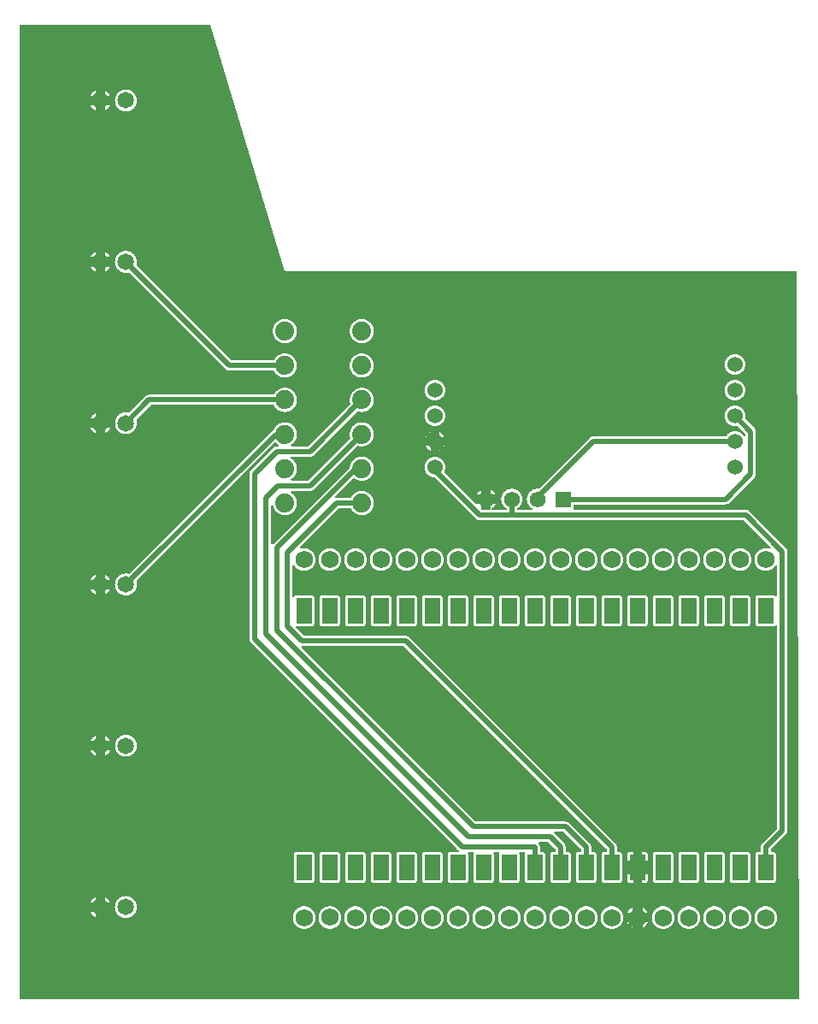
<source format=gbl>
G04 Layer: BottomLayer*
G04 EasyEDA v6.4.7, 2020-10-28T19:07:04+01:00*
G04 bb3374b6982d409485d2e8f05e856911,8ad6603aa9144f4486dc47fe7e0b0969,10*
G04 Gerber Generator version 0.2*
G04 Scale: 100 percent, Rotated: No, Reflected: No *
G04 Dimensions in millimeters *
G04 leading zeros omitted , absolute positions ,3 integer and 3 decimal *
%FSLAX33Y33*%
%MOMM*%
G90*
D02*

%ADD11C,0.499999*%
%ADD13C,1.524000*%
%ADD14R,1.574800X1.574800*%
%ADD15C,1.574800*%
%ADD16C,1.879600*%
%ADD17C,1.729994*%
%ADD18C,1.651000*%
%ADD19R,1.524000X2.540000*%

%LPD*%
G36*
G01X19038Y96771D02*
G01X358Y96771D01*
G01X343Y96770D01*
G01X329Y96767D01*
G01X315Y96762D01*
G01X303Y96755D01*
G01X291Y96746D01*
G01X281Y96736D01*
G01X272Y96724D01*
G01X265Y96712D01*
G01X260Y96698D01*
G01X257Y96684D01*
G01X256Y96669D01*
G01X256Y358D01*
G01X257Y343D01*
G01X260Y329D01*
G01X265Y315D01*
G01X272Y303D01*
G01X281Y291D01*
G01X291Y281D01*
G01X303Y272D01*
G01X315Y265D01*
G01X329Y260D01*
G01X343Y257D01*
G01X358Y256D01*
G01X77364Y256D01*
G01X77379Y257D01*
G01X77393Y260D01*
G01X77407Y265D01*
G01X77419Y272D01*
G01X77431Y281D01*
G01X77441Y291D01*
G01X77450Y303D01*
G01X77456Y315D01*
G01X77461Y329D01*
G01X77464Y343D01*
G01X77466Y358D01*
G01X77214Y72286D01*
G01X77213Y72300D01*
G01X77210Y72314D01*
G01X77205Y72328D01*
G01X77198Y72341D01*
G01X77189Y72352D01*
G01X77179Y72362D01*
G01X77167Y72371D01*
G01X77155Y72378D01*
G01X77141Y72383D01*
G01X77127Y72386D01*
G01X77112Y72387D01*
G01X26670Y72387D01*
G01X26646Y72388D01*
G01X26623Y72391D01*
G01X26600Y72397D01*
G01X26578Y72404D01*
G01X26557Y72413D01*
G01X26536Y72425D01*
G01X26517Y72438D01*
G01X26498Y72452D01*
G01X26482Y72469D01*
G01X26467Y72487D01*
G01X26453Y72506D01*
G01X26441Y72526D01*
G01X26432Y72547D01*
G01X26424Y72569D01*
G01X19135Y96699D01*
G01X19130Y96712D01*
G01X19123Y96725D01*
G01X19114Y96736D01*
G01X19104Y96747D01*
G01X19092Y96755D01*
G01X19079Y96762D01*
G01X19066Y96767D01*
G01X19052Y96770D01*
G01X19038Y96771D01*
G37*

%LPC*%
G36*
G01X66596Y9502D02*
G01X66548Y9503D01*
G01X66499Y9502D01*
G01X66450Y9499D01*
G01X66401Y9494D01*
G01X66353Y9486D01*
G01X66305Y9476D01*
G01X66257Y9465D01*
G01X66210Y9451D01*
G01X66164Y9436D01*
G01X66118Y9418D01*
G01X66074Y9398D01*
G01X66030Y9376D01*
G01X65987Y9353D01*
G01X65945Y9327D01*
G01X65904Y9300D01*
G01X65865Y9272D01*
G01X65827Y9241D01*
G01X65790Y9209D01*
G01X65720Y9139D01*
G01X65688Y9102D01*
G01X65657Y9064D01*
G01X65629Y9025D01*
G01X65602Y8984D01*
G01X65576Y8942D01*
G01X65553Y8899D01*
G01X65531Y8855D01*
G01X65511Y8811D01*
G01X65493Y8765D01*
G01X65478Y8719D01*
G01X65464Y8672D01*
G01X65453Y8624D01*
G01X65443Y8576D01*
G01X65435Y8528D01*
G01X65430Y8479D01*
G01X65427Y8430D01*
G01X65426Y8382D01*
G01X65427Y8333D01*
G01X65430Y8284D01*
G01X65435Y8235D01*
G01X65443Y8187D01*
G01X65453Y8139D01*
G01X65464Y8091D01*
G01X65478Y8044D01*
G01X65493Y7998D01*
G01X65511Y7952D01*
G01X65531Y7908D01*
G01X65553Y7864D01*
G01X65576Y7821D01*
G01X65602Y7779D01*
G01X65629Y7738D01*
G01X65657Y7699D01*
G01X65688Y7661D01*
G01X65720Y7624D01*
G01X65790Y7554D01*
G01X65827Y7522D01*
G01X65865Y7491D01*
G01X65904Y7463D01*
G01X65945Y7436D01*
G01X65987Y7410D01*
G01X66030Y7387D01*
G01X66074Y7365D01*
G01X66118Y7345D01*
G01X66164Y7327D01*
G01X66210Y7312D01*
G01X66257Y7298D01*
G01X66305Y7287D01*
G01X66353Y7277D01*
G01X66401Y7269D01*
G01X66450Y7264D01*
G01X66499Y7261D01*
G01X66548Y7260D01*
G01X66596Y7261D01*
G01X66645Y7264D01*
G01X66694Y7269D01*
G01X66742Y7277D01*
G01X66790Y7287D01*
G01X66838Y7298D01*
G01X66885Y7312D01*
G01X66931Y7327D01*
G01X66977Y7345D01*
G01X67021Y7365D01*
G01X67065Y7387D01*
G01X67108Y7410D01*
G01X67150Y7436D01*
G01X67191Y7463D01*
G01X67230Y7491D01*
G01X67268Y7522D01*
G01X67305Y7554D01*
G01X67375Y7624D01*
G01X67407Y7661D01*
G01X67438Y7699D01*
G01X67466Y7738D01*
G01X67493Y7779D01*
G01X67519Y7821D01*
G01X67542Y7864D01*
G01X67564Y7908D01*
G01X67584Y7952D01*
G01X67602Y7998D01*
G01X67617Y8044D01*
G01X67631Y8091D01*
G01X67642Y8139D01*
G01X67652Y8187D01*
G01X67660Y8235D01*
G01X67665Y8284D01*
G01X67668Y8333D01*
G01X67669Y8382D01*
G01X67668Y8430D01*
G01X67665Y8479D01*
G01X67660Y8528D01*
G01X67652Y8576D01*
G01X67642Y8624D01*
G01X67631Y8672D01*
G01X67617Y8719D01*
G01X67602Y8765D01*
G01X67584Y8811D01*
G01X67564Y8855D01*
G01X67542Y8899D01*
G01X67519Y8942D01*
G01X67493Y8984D01*
G01X67466Y9025D01*
G01X67438Y9064D01*
G01X67407Y9102D01*
G01X67375Y9139D01*
G01X67305Y9209D01*
G01X67268Y9241D01*
G01X67230Y9272D01*
G01X67191Y9300D01*
G01X67150Y9327D01*
G01X67108Y9353D01*
G01X67065Y9376D01*
G01X67021Y9398D01*
G01X66977Y9418D01*
G01X66931Y9436D01*
G01X66885Y9451D01*
G01X66838Y9465D01*
G01X66790Y9476D01*
G01X66742Y9486D01*
G01X66694Y9494D01*
G01X66645Y9499D01*
G01X66596Y9502D01*
G37*
G36*
G01X53896Y9502D02*
G01X53848Y9503D01*
G01X53799Y9502D01*
G01X53750Y9499D01*
G01X53701Y9494D01*
G01X53653Y9486D01*
G01X53605Y9476D01*
G01X53557Y9465D01*
G01X53510Y9451D01*
G01X53464Y9436D01*
G01X53418Y9418D01*
G01X53374Y9398D01*
G01X53330Y9376D01*
G01X53287Y9353D01*
G01X53245Y9327D01*
G01X53204Y9300D01*
G01X53165Y9272D01*
G01X53127Y9241D01*
G01X53090Y9209D01*
G01X53020Y9139D01*
G01X52988Y9102D01*
G01X52957Y9064D01*
G01X52929Y9025D01*
G01X52902Y8984D01*
G01X52876Y8942D01*
G01X52853Y8899D01*
G01X52831Y8855D01*
G01X52811Y8811D01*
G01X52793Y8765D01*
G01X52778Y8719D01*
G01X52764Y8672D01*
G01X52753Y8624D01*
G01X52743Y8576D01*
G01X52735Y8528D01*
G01X52730Y8479D01*
G01X52727Y8430D01*
G01X52726Y8382D01*
G01X52727Y8333D01*
G01X52730Y8284D01*
G01X52735Y8235D01*
G01X52743Y8187D01*
G01X52753Y8139D01*
G01X52764Y8091D01*
G01X52778Y8044D01*
G01X52793Y7998D01*
G01X52811Y7952D01*
G01X52831Y7908D01*
G01X52853Y7864D01*
G01X52876Y7821D01*
G01X52902Y7779D01*
G01X52929Y7738D01*
G01X52957Y7699D01*
G01X52988Y7661D01*
G01X53020Y7624D01*
G01X53090Y7554D01*
G01X53127Y7522D01*
G01X53165Y7491D01*
G01X53204Y7463D01*
G01X53245Y7436D01*
G01X53287Y7410D01*
G01X53330Y7387D01*
G01X53374Y7365D01*
G01X53418Y7345D01*
G01X53464Y7327D01*
G01X53510Y7312D01*
G01X53557Y7298D01*
G01X53605Y7287D01*
G01X53653Y7277D01*
G01X53701Y7269D01*
G01X53750Y7264D01*
G01X53799Y7261D01*
G01X53848Y7260D01*
G01X53896Y7261D01*
G01X53945Y7264D01*
G01X53994Y7269D01*
G01X54042Y7277D01*
G01X54090Y7287D01*
G01X54138Y7298D01*
G01X54185Y7312D01*
G01X54231Y7327D01*
G01X54277Y7345D01*
G01X54321Y7365D01*
G01X54365Y7387D01*
G01X54408Y7410D01*
G01X54450Y7436D01*
G01X54491Y7463D01*
G01X54530Y7491D01*
G01X54568Y7522D01*
G01X54605Y7554D01*
G01X54675Y7624D01*
G01X54707Y7661D01*
G01X54738Y7699D01*
G01X54766Y7738D01*
G01X54793Y7779D01*
G01X54819Y7821D01*
G01X54842Y7864D01*
G01X54864Y7908D01*
G01X54884Y7952D01*
G01X54902Y7998D01*
G01X54917Y8044D01*
G01X54931Y8091D01*
G01X54942Y8139D01*
G01X54952Y8187D01*
G01X54960Y8235D01*
G01X54965Y8284D01*
G01X54968Y8333D01*
G01X54969Y8382D01*
G01X54968Y8430D01*
G01X54965Y8479D01*
G01X54960Y8528D01*
G01X54952Y8576D01*
G01X54942Y8624D01*
G01X54931Y8672D01*
G01X54917Y8719D01*
G01X54902Y8765D01*
G01X54884Y8811D01*
G01X54864Y8855D01*
G01X54842Y8899D01*
G01X54819Y8942D01*
G01X54793Y8984D01*
G01X54766Y9025D01*
G01X54738Y9064D01*
G01X54707Y9102D01*
G01X54675Y9139D01*
G01X54605Y9209D01*
G01X54568Y9241D01*
G01X54530Y9272D01*
G01X54491Y9300D01*
G01X54450Y9327D01*
G01X54408Y9353D01*
G01X54365Y9376D01*
G01X54321Y9398D01*
G01X54277Y9418D01*
G01X54231Y9436D01*
G01X54185Y9451D01*
G01X54138Y9465D01*
G01X54090Y9476D01*
G01X54042Y9486D01*
G01X53994Y9494D01*
G01X53945Y9499D01*
G01X53896Y9502D01*
G37*
G36*
G01X43736Y9502D02*
G01X43688Y9503D01*
G01X43639Y9502D01*
G01X43590Y9499D01*
G01X43541Y9494D01*
G01X43493Y9486D01*
G01X43445Y9476D01*
G01X43397Y9465D01*
G01X43350Y9451D01*
G01X43304Y9436D01*
G01X43258Y9418D01*
G01X43214Y9398D01*
G01X43170Y9376D01*
G01X43127Y9353D01*
G01X43085Y9327D01*
G01X43044Y9300D01*
G01X43005Y9272D01*
G01X42967Y9241D01*
G01X42930Y9209D01*
G01X42860Y9139D01*
G01X42828Y9102D01*
G01X42797Y9064D01*
G01X42769Y9025D01*
G01X42742Y8984D01*
G01X42716Y8942D01*
G01X42693Y8899D01*
G01X42671Y8855D01*
G01X42651Y8811D01*
G01X42633Y8765D01*
G01X42618Y8719D01*
G01X42604Y8672D01*
G01X42593Y8624D01*
G01X42583Y8576D01*
G01X42575Y8528D01*
G01X42570Y8479D01*
G01X42567Y8430D01*
G01X42566Y8382D01*
G01X42567Y8333D01*
G01X42570Y8284D01*
G01X42575Y8235D01*
G01X42583Y8187D01*
G01X42593Y8139D01*
G01X42604Y8091D01*
G01X42618Y8044D01*
G01X42633Y7998D01*
G01X42651Y7952D01*
G01X42671Y7908D01*
G01X42693Y7864D01*
G01X42716Y7821D01*
G01X42742Y7779D01*
G01X42769Y7738D01*
G01X42797Y7699D01*
G01X42828Y7661D01*
G01X42860Y7624D01*
G01X42930Y7554D01*
G01X42967Y7522D01*
G01X43005Y7491D01*
G01X43044Y7463D01*
G01X43085Y7436D01*
G01X43127Y7410D01*
G01X43170Y7387D01*
G01X43214Y7365D01*
G01X43258Y7345D01*
G01X43304Y7327D01*
G01X43350Y7312D01*
G01X43397Y7298D01*
G01X43445Y7287D01*
G01X43493Y7277D01*
G01X43541Y7269D01*
G01X43590Y7264D01*
G01X43639Y7261D01*
G01X43688Y7260D01*
G01X43736Y7261D01*
G01X43785Y7264D01*
G01X43834Y7269D01*
G01X43882Y7277D01*
G01X43930Y7287D01*
G01X43978Y7298D01*
G01X44025Y7312D01*
G01X44071Y7327D01*
G01X44117Y7345D01*
G01X44161Y7365D01*
G01X44205Y7387D01*
G01X44248Y7410D01*
G01X44290Y7436D01*
G01X44331Y7463D01*
G01X44370Y7491D01*
G01X44408Y7522D01*
G01X44445Y7554D01*
G01X44515Y7624D01*
G01X44547Y7661D01*
G01X44578Y7699D01*
G01X44606Y7738D01*
G01X44633Y7779D01*
G01X44659Y7821D01*
G01X44682Y7864D01*
G01X44704Y7908D01*
G01X44724Y7952D01*
G01X44742Y7998D01*
G01X44757Y8044D01*
G01X44771Y8091D01*
G01X44782Y8139D01*
G01X44792Y8187D01*
G01X44800Y8235D01*
G01X44805Y8284D01*
G01X44808Y8333D01*
G01X44809Y8382D01*
G01X44808Y8430D01*
G01X44805Y8479D01*
G01X44800Y8528D01*
G01X44792Y8576D01*
G01X44782Y8624D01*
G01X44771Y8672D01*
G01X44757Y8719D01*
G01X44742Y8765D01*
G01X44724Y8811D01*
G01X44704Y8855D01*
G01X44682Y8899D01*
G01X44659Y8942D01*
G01X44633Y8984D01*
G01X44606Y9025D01*
G01X44578Y9064D01*
G01X44547Y9102D01*
G01X44515Y9139D01*
G01X44445Y9209D01*
G01X44408Y9241D01*
G01X44370Y9272D01*
G01X44331Y9300D01*
G01X44290Y9327D01*
G01X44248Y9353D01*
G01X44205Y9376D01*
G01X44161Y9398D01*
G01X44117Y9418D01*
G01X44071Y9436D01*
G01X44025Y9451D01*
G01X43978Y9465D01*
G01X43930Y9476D01*
G01X43882Y9486D01*
G01X43834Y9494D01*
G01X43785Y9499D01*
G01X43736Y9502D01*
G37*
G36*
G01X58976Y9502D02*
G01X58928Y9503D01*
G01X58879Y9502D01*
G01X58830Y9499D01*
G01X58781Y9494D01*
G01X58733Y9486D01*
G01X58685Y9476D01*
G01X58637Y9465D01*
G01X58590Y9451D01*
G01X58544Y9436D01*
G01X58498Y9418D01*
G01X58454Y9398D01*
G01X58410Y9376D01*
G01X58367Y9353D01*
G01X58325Y9327D01*
G01X58284Y9300D01*
G01X58245Y9272D01*
G01X58207Y9241D01*
G01X58170Y9209D01*
G01X58100Y9139D01*
G01X58068Y9102D01*
G01X58037Y9064D01*
G01X58009Y9025D01*
G01X57982Y8984D01*
G01X57956Y8942D01*
G01X57933Y8899D01*
G01X57911Y8855D01*
G01X57891Y8811D01*
G01X57873Y8765D01*
G01X57858Y8719D01*
G01X57844Y8672D01*
G01X57833Y8624D01*
G01X57823Y8576D01*
G01X57815Y8528D01*
G01X57810Y8479D01*
G01X57807Y8430D01*
G01X57806Y8382D01*
G01X57807Y8333D01*
G01X57810Y8284D01*
G01X57815Y8235D01*
G01X57823Y8187D01*
G01X57833Y8139D01*
G01X57844Y8091D01*
G01X57858Y8044D01*
G01X57873Y7998D01*
G01X57891Y7952D01*
G01X57911Y7908D01*
G01X57933Y7864D01*
G01X57956Y7821D01*
G01X57982Y7779D01*
G01X58009Y7738D01*
G01X58037Y7699D01*
G01X58068Y7661D01*
G01X58100Y7624D01*
G01X58170Y7554D01*
G01X58207Y7522D01*
G01X58245Y7491D01*
G01X58284Y7463D01*
G01X58325Y7436D01*
G01X58367Y7410D01*
G01X58410Y7387D01*
G01X58454Y7365D01*
G01X58498Y7345D01*
G01X58544Y7327D01*
G01X58590Y7312D01*
G01X58637Y7298D01*
G01X58685Y7287D01*
G01X58733Y7277D01*
G01X58781Y7269D01*
G01X58830Y7264D01*
G01X58879Y7261D01*
G01X58928Y7260D01*
G01X58976Y7261D01*
G01X59025Y7264D01*
G01X59074Y7269D01*
G01X59122Y7277D01*
G01X59170Y7287D01*
G01X59218Y7298D01*
G01X59265Y7312D01*
G01X59311Y7327D01*
G01X59357Y7345D01*
G01X59401Y7365D01*
G01X59445Y7387D01*
G01X59488Y7410D01*
G01X59530Y7436D01*
G01X59571Y7463D01*
G01X59610Y7491D01*
G01X59648Y7522D01*
G01X59685Y7554D01*
G01X59755Y7624D01*
G01X59787Y7661D01*
G01X59818Y7699D01*
G01X59846Y7738D01*
G01X59873Y7779D01*
G01X59899Y7821D01*
G01X59922Y7864D01*
G01X59944Y7908D01*
G01X59964Y7952D01*
G01X59982Y7998D01*
G01X59997Y8044D01*
G01X60011Y8091D01*
G01X60022Y8139D01*
G01X60032Y8187D01*
G01X60040Y8235D01*
G01X60045Y8284D01*
G01X60048Y8333D01*
G01X60049Y8382D01*
G01X60048Y8430D01*
G01X60045Y8479D01*
G01X60040Y8528D01*
G01X60032Y8576D01*
G01X60022Y8624D01*
G01X60011Y8672D01*
G01X59997Y8719D01*
G01X59982Y8765D01*
G01X59964Y8811D01*
G01X59944Y8855D01*
G01X59922Y8899D01*
G01X59899Y8942D01*
G01X59873Y8984D01*
G01X59846Y9025D01*
G01X59818Y9064D01*
G01X59787Y9102D01*
G01X59755Y9139D01*
G01X59685Y9209D01*
G01X59648Y9241D01*
G01X59610Y9272D01*
G01X59571Y9300D01*
G01X59530Y9327D01*
G01X59488Y9353D01*
G01X59445Y9376D01*
G01X59401Y9398D01*
G01X59357Y9418D01*
G01X59311Y9436D01*
G01X59265Y9451D01*
G01X59218Y9465D01*
G01X59170Y9476D01*
G01X59122Y9486D01*
G01X59074Y9494D01*
G01X59025Y9499D01*
G01X58976Y9502D01*
G37*
G36*
G01X51356Y9502D02*
G01X51308Y9503D01*
G01X51259Y9502D01*
G01X51210Y9499D01*
G01X51161Y9494D01*
G01X51113Y9486D01*
G01X51065Y9476D01*
G01X51017Y9465D01*
G01X50970Y9451D01*
G01X50924Y9436D01*
G01X50878Y9418D01*
G01X50834Y9398D01*
G01X50790Y9376D01*
G01X50747Y9353D01*
G01X50705Y9327D01*
G01X50664Y9300D01*
G01X50625Y9272D01*
G01X50587Y9241D01*
G01X50550Y9209D01*
G01X50480Y9139D01*
G01X50448Y9102D01*
G01X50417Y9064D01*
G01X50389Y9025D01*
G01X50362Y8984D01*
G01X50336Y8942D01*
G01X50313Y8899D01*
G01X50291Y8855D01*
G01X50271Y8811D01*
G01X50253Y8765D01*
G01X50238Y8719D01*
G01X50224Y8672D01*
G01X50213Y8624D01*
G01X50203Y8576D01*
G01X50195Y8528D01*
G01X50190Y8479D01*
G01X50187Y8430D01*
G01X50186Y8382D01*
G01X50187Y8333D01*
G01X50190Y8284D01*
G01X50195Y8235D01*
G01X50203Y8187D01*
G01X50213Y8139D01*
G01X50224Y8091D01*
G01X50238Y8044D01*
G01X50253Y7998D01*
G01X50271Y7952D01*
G01X50291Y7908D01*
G01X50313Y7864D01*
G01X50336Y7821D01*
G01X50362Y7779D01*
G01X50389Y7738D01*
G01X50417Y7699D01*
G01X50448Y7661D01*
G01X50480Y7624D01*
G01X50550Y7554D01*
G01X50587Y7522D01*
G01X50625Y7491D01*
G01X50664Y7463D01*
G01X50705Y7436D01*
G01X50747Y7410D01*
G01X50790Y7387D01*
G01X50834Y7365D01*
G01X50878Y7345D01*
G01X50924Y7327D01*
G01X50970Y7312D01*
G01X51017Y7298D01*
G01X51065Y7287D01*
G01X51113Y7277D01*
G01X51161Y7269D01*
G01X51210Y7264D01*
G01X51259Y7261D01*
G01X51308Y7260D01*
G01X51356Y7261D01*
G01X51405Y7264D01*
G01X51454Y7269D01*
G01X51502Y7277D01*
G01X51550Y7287D01*
G01X51598Y7298D01*
G01X51645Y7312D01*
G01X51691Y7327D01*
G01X51737Y7345D01*
G01X51781Y7365D01*
G01X51825Y7387D01*
G01X51868Y7410D01*
G01X51910Y7436D01*
G01X51951Y7463D01*
G01X51990Y7491D01*
G01X52028Y7522D01*
G01X52065Y7554D01*
G01X52135Y7624D01*
G01X52167Y7661D01*
G01X52198Y7699D01*
G01X52226Y7738D01*
G01X52253Y7779D01*
G01X52279Y7821D01*
G01X52302Y7864D01*
G01X52324Y7908D01*
G01X52344Y7952D01*
G01X52362Y7998D01*
G01X52377Y8044D01*
G01X52391Y8091D01*
G01X52402Y8139D01*
G01X52412Y8187D01*
G01X52420Y8235D01*
G01X52425Y8284D01*
G01X52428Y8333D01*
G01X52429Y8382D01*
G01X52428Y8430D01*
G01X52425Y8479D01*
G01X52420Y8528D01*
G01X52412Y8576D01*
G01X52402Y8624D01*
G01X52391Y8672D01*
G01X52377Y8719D01*
G01X52362Y8765D01*
G01X52344Y8811D01*
G01X52324Y8855D01*
G01X52302Y8899D01*
G01X52279Y8942D01*
G01X52253Y8984D01*
G01X52226Y9025D01*
G01X52198Y9064D01*
G01X52167Y9102D01*
G01X52135Y9139D01*
G01X52065Y9209D01*
G01X52028Y9241D01*
G01X51990Y9272D01*
G01X51951Y9300D01*
G01X51910Y9327D01*
G01X51868Y9353D01*
G01X51825Y9376D01*
G01X51781Y9398D01*
G01X51737Y9418D01*
G01X51691Y9436D01*
G01X51645Y9451D01*
G01X51598Y9465D01*
G01X51550Y9476D01*
G01X51502Y9486D01*
G01X51454Y9494D01*
G01X51405Y9499D01*
G01X51356Y9502D01*
G37*
G36*
G01X48816Y9502D02*
G01X48768Y9503D01*
G01X48719Y9502D01*
G01X48670Y9499D01*
G01X48621Y9494D01*
G01X48573Y9486D01*
G01X48525Y9476D01*
G01X48477Y9465D01*
G01X48430Y9451D01*
G01X48384Y9436D01*
G01X48338Y9418D01*
G01X48294Y9398D01*
G01X48250Y9376D01*
G01X48207Y9353D01*
G01X48165Y9327D01*
G01X48124Y9300D01*
G01X48085Y9272D01*
G01X48047Y9241D01*
G01X48010Y9209D01*
G01X47940Y9139D01*
G01X47908Y9102D01*
G01X47877Y9064D01*
G01X47849Y9025D01*
G01X47822Y8984D01*
G01X47796Y8942D01*
G01X47773Y8899D01*
G01X47751Y8855D01*
G01X47731Y8811D01*
G01X47713Y8765D01*
G01X47698Y8719D01*
G01X47684Y8672D01*
G01X47673Y8624D01*
G01X47663Y8576D01*
G01X47655Y8528D01*
G01X47650Y8479D01*
G01X47647Y8430D01*
G01X47646Y8382D01*
G01X47647Y8333D01*
G01X47650Y8284D01*
G01X47655Y8235D01*
G01X47663Y8187D01*
G01X47673Y8139D01*
G01X47684Y8091D01*
G01X47698Y8044D01*
G01X47713Y7998D01*
G01X47731Y7952D01*
G01X47751Y7908D01*
G01X47773Y7864D01*
G01X47796Y7821D01*
G01X47822Y7779D01*
G01X47849Y7738D01*
G01X47877Y7699D01*
G01X47908Y7661D01*
G01X47940Y7624D01*
G01X48010Y7554D01*
G01X48047Y7522D01*
G01X48085Y7491D01*
G01X48124Y7463D01*
G01X48165Y7436D01*
G01X48207Y7410D01*
G01X48250Y7387D01*
G01X48294Y7365D01*
G01X48338Y7345D01*
G01X48384Y7327D01*
G01X48430Y7312D01*
G01X48477Y7298D01*
G01X48525Y7287D01*
G01X48573Y7277D01*
G01X48621Y7269D01*
G01X48670Y7264D01*
G01X48719Y7261D01*
G01X48768Y7260D01*
G01X48816Y7261D01*
G01X48865Y7264D01*
G01X48914Y7269D01*
G01X48962Y7277D01*
G01X49010Y7287D01*
G01X49058Y7298D01*
G01X49105Y7312D01*
G01X49151Y7327D01*
G01X49197Y7345D01*
G01X49241Y7365D01*
G01X49285Y7387D01*
G01X49328Y7410D01*
G01X49370Y7436D01*
G01X49411Y7463D01*
G01X49450Y7491D01*
G01X49488Y7522D01*
G01X49525Y7554D01*
G01X49595Y7624D01*
G01X49627Y7661D01*
G01X49658Y7699D01*
G01X49686Y7738D01*
G01X49713Y7779D01*
G01X49739Y7821D01*
G01X49762Y7864D01*
G01X49784Y7908D01*
G01X49804Y7952D01*
G01X49822Y7998D01*
G01X49837Y8044D01*
G01X49851Y8091D01*
G01X49862Y8139D01*
G01X49872Y8187D01*
G01X49880Y8235D01*
G01X49885Y8284D01*
G01X49888Y8333D01*
G01X49889Y8382D01*
G01X49888Y8430D01*
G01X49885Y8479D01*
G01X49880Y8528D01*
G01X49872Y8576D01*
G01X49862Y8624D01*
G01X49851Y8672D01*
G01X49837Y8719D01*
G01X49822Y8765D01*
G01X49804Y8811D01*
G01X49784Y8855D01*
G01X49762Y8899D01*
G01X49739Y8942D01*
G01X49713Y8984D01*
G01X49686Y9025D01*
G01X49658Y9064D01*
G01X49627Y9102D01*
G01X49595Y9139D01*
G01X49525Y9209D01*
G01X49488Y9241D01*
G01X49450Y9272D01*
G01X49411Y9300D01*
G01X49370Y9327D01*
G01X49328Y9353D01*
G01X49285Y9376D01*
G01X49241Y9398D01*
G01X49197Y9418D01*
G01X49151Y9436D01*
G01X49105Y9451D01*
G01X49058Y9465D01*
G01X49010Y9476D01*
G01X48962Y9486D01*
G01X48914Y9494D01*
G01X48865Y9499D01*
G01X48816Y9502D01*
G37*
G36*
G01X64056Y9502D02*
G01X64008Y9503D01*
G01X63959Y9502D01*
G01X63910Y9499D01*
G01X63861Y9494D01*
G01X63813Y9486D01*
G01X63765Y9476D01*
G01X63717Y9465D01*
G01X63670Y9451D01*
G01X63624Y9436D01*
G01X63578Y9418D01*
G01X63534Y9398D01*
G01X63490Y9376D01*
G01X63447Y9353D01*
G01X63405Y9327D01*
G01X63364Y9300D01*
G01X63325Y9272D01*
G01X63287Y9241D01*
G01X63250Y9209D01*
G01X63180Y9139D01*
G01X63148Y9102D01*
G01X63117Y9064D01*
G01X63089Y9025D01*
G01X63062Y8984D01*
G01X63036Y8942D01*
G01X63013Y8899D01*
G01X62991Y8855D01*
G01X62971Y8811D01*
G01X62953Y8765D01*
G01X62938Y8719D01*
G01X62924Y8672D01*
G01X62913Y8624D01*
G01X62903Y8576D01*
G01X62895Y8528D01*
G01X62890Y8479D01*
G01X62887Y8430D01*
G01X62886Y8382D01*
G01X62887Y8333D01*
G01X62890Y8284D01*
G01X62895Y8235D01*
G01X62903Y8187D01*
G01X62913Y8139D01*
G01X62924Y8091D01*
G01X62938Y8044D01*
G01X62953Y7998D01*
G01X62971Y7952D01*
G01X62991Y7908D01*
G01X63013Y7864D01*
G01X63036Y7821D01*
G01X63062Y7779D01*
G01X63089Y7738D01*
G01X63117Y7699D01*
G01X63148Y7661D01*
G01X63180Y7624D01*
G01X63250Y7554D01*
G01X63287Y7522D01*
G01X63325Y7491D01*
G01X63364Y7463D01*
G01X63405Y7436D01*
G01X63447Y7410D01*
G01X63490Y7387D01*
G01X63534Y7365D01*
G01X63578Y7345D01*
G01X63624Y7327D01*
G01X63670Y7312D01*
G01X63717Y7298D01*
G01X63765Y7287D01*
G01X63813Y7277D01*
G01X63861Y7269D01*
G01X63910Y7264D01*
G01X63959Y7261D01*
G01X64008Y7260D01*
G01X64056Y7261D01*
G01X64105Y7264D01*
G01X64154Y7269D01*
G01X64202Y7277D01*
G01X64250Y7287D01*
G01X64298Y7298D01*
G01X64345Y7312D01*
G01X64391Y7327D01*
G01X64437Y7345D01*
G01X64481Y7365D01*
G01X64525Y7387D01*
G01X64568Y7410D01*
G01X64610Y7436D01*
G01X64651Y7463D01*
G01X64690Y7491D01*
G01X64728Y7522D01*
G01X64765Y7554D01*
G01X64835Y7624D01*
G01X64867Y7661D01*
G01X64898Y7699D01*
G01X64926Y7738D01*
G01X64953Y7779D01*
G01X64979Y7821D01*
G01X65002Y7864D01*
G01X65024Y7908D01*
G01X65044Y7952D01*
G01X65062Y7998D01*
G01X65077Y8044D01*
G01X65091Y8091D01*
G01X65102Y8139D01*
G01X65112Y8187D01*
G01X65120Y8235D01*
G01X65125Y8284D01*
G01X65128Y8333D01*
G01X65129Y8382D01*
G01X65128Y8430D01*
G01X65125Y8479D01*
G01X65120Y8528D01*
G01X65112Y8576D01*
G01X65102Y8624D01*
G01X65091Y8672D01*
G01X65077Y8719D01*
G01X65062Y8765D01*
G01X65044Y8811D01*
G01X65024Y8855D01*
G01X65002Y8899D01*
G01X64979Y8942D01*
G01X64953Y8984D01*
G01X64926Y9025D01*
G01X64898Y9064D01*
G01X64867Y9102D01*
G01X64835Y9139D01*
G01X64765Y9209D01*
G01X64728Y9241D01*
G01X64690Y9272D01*
G01X64651Y9300D01*
G01X64610Y9327D01*
G01X64568Y9353D01*
G01X64525Y9376D01*
G01X64481Y9398D01*
G01X64437Y9418D01*
G01X64391Y9436D01*
G01X64345Y9451D01*
G01X64298Y9465D01*
G01X64250Y9476D01*
G01X64202Y9486D01*
G01X64154Y9494D01*
G01X64105Y9499D01*
G01X64056Y9502D01*
G37*
G36*
G01X33576Y9502D02*
G01X33528Y9503D01*
G01X33479Y9502D01*
G01X33430Y9499D01*
G01X33381Y9494D01*
G01X33333Y9486D01*
G01X33285Y9476D01*
G01X33237Y9465D01*
G01X33190Y9451D01*
G01X33144Y9436D01*
G01X33098Y9418D01*
G01X33054Y9398D01*
G01X33010Y9376D01*
G01X32967Y9353D01*
G01X32925Y9327D01*
G01X32884Y9300D01*
G01X32845Y9272D01*
G01X32807Y9241D01*
G01X32770Y9209D01*
G01X32700Y9139D01*
G01X32668Y9102D01*
G01X32637Y9064D01*
G01X32609Y9025D01*
G01X32582Y8984D01*
G01X32556Y8942D01*
G01X32533Y8899D01*
G01X32511Y8855D01*
G01X32491Y8811D01*
G01X32473Y8765D01*
G01X32458Y8719D01*
G01X32444Y8672D01*
G01X32433Y8624D01*
G01X32423Y8576D01*
G01X32415Y8528D01*
G01X32410Y8479D01*
G01X32407Y8430D01*
G01X32406Y8382D01*
G01X32407Y8333D01*
G01X32410Y8284D01*
G01X32415Y8235D01*
G01X32423Y8187D01*
G01X32433Y8139D01*
G01X32444Y8091D01*
G01X32458Y8044D01*
G01X32473Y7998D01*
G01X32491Y7952D01*
G01X32511Y7908D01*
G01X32533Y7864D01*
G01X32556Y7821D01*
G01X32582Y7779D01*
G01X32609Y7738D01*
G01X32637Y7699D01*
G01X32668Y7661D01*
G01X32700Y7624D01*
G01X32770Y7554D01*
G01X32807Y7522D01*
G01X32845Y7491D01*
G01X32884Y7463D01*
G01X32925Y7436D01*
G01X32967Y7410D01*
G01X33010Y7387D01*
G01X33054Y7365D01*
G01X33098Y7345D01*
G01X33144Y7327D01*
G01X33190Y7312D01*
G01X33237Y7298D01*
G01X33285Y7287D01*
G01X33333Y7277D01*
G01X33381Y7269D01*
G01X33430Y7264D01*
G01X33479Y7261D01*
G01X33528Y7260D01*
G01X33576Y7261D01*
G01X33625Y7264D01*
G01X33674Y7269D01*
G01X33722Y7277D01*
G01X33770Y7287D01*
G01X33818Y7298D01*
G01X33865Y7312D01*
G01X33911Y7327D01*
G01X33957Y7345D01*
G01X34001Y7365D01*
G01X34045Y7387D01*
G01X34088Y7410D01*
G01X34130Y7436D01*
G01X34171Y7463D01*
G01X34210Y7491D01*
G01X34248Y7522D01*
G01X34285Y7554D01*
G01X34355Y7624D01*
G01X34387Y7661D01*
G01X34418Y7699D01*
G01X34446Y7738D01*
G01X34473Y7779D01*
G01X34499Y7821D01*
G01X34522Y7864D01*
G01X34544Y7908D01*
G01X34564Y7952D01*
G01X34582Y7998D01*
G01X34597Y8044D01*
G01X34611Y8091D01*
G01X34622Y8139D01*
G01X34632Y8187D01*
G01X34640Y8235D01*
G01X34645Y8284D01*
G01X34648Y8333D01*
G01X34649Y8382D01*
G01X34648Y8430D01*
G01X34645Y8479D01*
G01X34640Y8528D01*
G01X34632Y8576D01*
G01X34622Y8624D01*
G01X34611Y8672D01*
G01X34597Y8719D01*
G01X34582Y8765D01*
G01X34564Y8811D01*
G01X34544Y8855D01*
G01X34522Y8899D01*
G01X34499Y8942D01*
G01X34473Y8984D01*
G01X34446Y9025D01*
G01X34418Y9064D01*
G01X34387Y9102D01*
G01X34355Y9139D01*
G01X34285Y9209D01*
G01X34248Y9241D01*
G01X34210Y9272D01*
G01X34171Y9300D01*
G01X34130Y9327D01*
G01X34088Y9353D01*
G01X34045Y9376D01*
G01X34001Y9398D01*
G01X33957Y9418D01*
G01X33911Y9436D01*
G01X33865Y9451D01*
G01X33818Y9465D01*
G01X33770Y9476D01*
G01X33722Y9486D01*
G01X33674Y9494D01*
G01X33625Y9499D01*
G01X33576Y9502D01*
G37*
G36*
G01X46276Y9502D02*
G01X46228Y9503D01*
G01X46179Y9502D01*
G01X46130Y9499D01*
G01X46081Y9494D01*
G01X46033Y9486D01*
G01X45985Y9476D01*
G01X45937Y9465D01*
G01X45890Y9451D01*
G01X45844Y9436D01*
G01X45798Y9418D01*
G01X45754Y9398D01*
G01X45710Y9376D01*
G01X45667Y9353D01*
G01X45625Y9327D01*
G01X45584Y9300D01*
G01X45545Y9272D01*
G01X45507Y9241D01*
G01X45470Y9209D01*
G01X45400Y9139D01*
G01X45368Y9102D01*
G01X45337Y9064D01*
G01X45309Y9025D01*
G01X45282Y8984D01*
G01X45256Y8942D01*
G01X45233Y8899D01*
G01X45211Y8855D01*
G01X45191Y8811D01*
G01X45173Y8765D01*
G01X45158Y8719D01*
G01X45144Y8672D01*
G01X45133Y8624D01*
G01X45123Y8576D01*
G01X45115Y8528D01*
G01X45110Y8479D01*
G01X45107Y8430D01*
G01X45106Y8382D01*
G01X45107Y8333D01*
G01X45110Y8284D01*
G01X45115Y8235D01*
G01X45123Y8187D01*
G01X45133Y8139D01*
G01X45144Y8091D01*
G01X45158Y8044D01*
G01X45173Y7998D01*
G01X45191Y7952D01*
G01X45211Y7908D01*
G01X45233Y7864D01*
G01X45256Y7821D01*
G01X45282Y7779D01*
G01X45309Y7738D01*
G01X45337Y7699D01*
G01X45368Y7661D01*
G01X45400Y7624D01*
G01X45470Y7554D01*
G01X45507Y7522D01*
G01X45545Y7491D01*
G01X45584Y7463D01*
G01X45625Y7436D01*
G01X45667Y7410D01*
G01X45710Y7387D01*
G01X45754Y7365D01*
G01X45798Y7345D01*
G01X45844Y7327D01*
G01X45890Y7312D01*
G01X45937Y7298D01*
G01X45985Y7287D01*
G01X46033Y7277D01*
G01X46081Y7269D01*
G01X46130Y7264D01*
G01X46179Y7261D01*
G01X46228Y7260D01*
G01X46276Y7261D01*
G01X46325Y7264D01*
G01X46374Y7269D01*
G01X46422Y7277D01*
G01X46470Y7287D01*
G01X46518Y7298D01*
G01X46565Y7312D01*
G01X46611Y7327D01*
G01X46657Y7345D01*
G01X46701Y7365D01*
G01X46745Y7387D01*
G01X46788Y7410D01*
G01X46830Y7436D01*
G01X46871Y7463D01*
G01X46910Y7491D01*
G01X46948Y7522D01*
G01X46985Y7554D01*
G01X47055Y7624D01*
G01X47087Y7661D01*
G01X47118Y7699D01*
G01X47146Y7738D01*
G01X47173Y7779D01*
G01X47199Y7821D01*
G01X47222Y7864D01*
G01X47244Y7908D01*
G01X47264Y7952D01*
G01X47282Y7998D01*
G01X47297Y8044D01*
G01X47311Y8091D01*
G01X47322Y8139D01*
G01X47332Y8187D01*
G01X47340Y8235D01*
G01X47345Y8284D01*
G01X47348Y8333D01*
G01X47349Y8382D01*
G01X47348Y8430D01*
G01X47345Y8479D01*
G01X47340Y8528D01*
G01X47332Y8576D01*
G01X47322Y8624D01*
G01X47311Y8672D01*
G01X47297Y8719D01*
G01X47282Y8765D01*
G01X47264Y8811D01*
G01X47244Y8855D01*
G01X47222Y8899D01*
G01X47199Y8942D01*
G01X47173Y8984D01*
G01X47146Y9025D01*
G01X47118Y9064D01*
G01X47087Y9102D01*
G01X47055Y9139D01*
G01X46985Y9209D01*
G01X46948Y9241D01*
G01X46910Y9272D01*
G01X46871Y9300D01*
G01X46830Y9327D01*
G01X46788Y9353D01*
G01X46745Y9376D01*
G01X46701Y9398D01*
G01X46657Y9418D01*
G01X46611Y9436D01*
G01X46565Y9451D01*
G01X46518Y9465D01*
G01X46470Y9476D01*
G01X46422Y9486D01*
G01X46374Y9494D01*
G01X46325Y9499D01*
G01X46276Y9502D01*
G37*
G36*
G01X28496Y9502D02*
G01X28448Y9503D01*
G01X28399Y9502D01*
G01X28350Y9499D01*
G01X28301Y9494D01*
G01X28253Y9486D01*
G01X28205Y9476D01*
G01X28157Y9465D01*
G01X28110Y9451D01*
G01X28064Y9436D01*
G01X28018Y9418D01*
G01X27974Y9398D01*
G01X27930Y9376D01*
G01X27887Y9353D01*
G01X27845Y9327D01*
G01X27804Y9300D01*
G01X27765Y9272D01*
G01X27727Y9241D01*
G01X27690Y9209D01*
G01X27620Y9139D01*
G01X27588Y9102D01*
G01X27557Y9064D01*
G01X27529Y9025D01*
G01X27502Y8984D01*
G01X27476Y8942D01*
G01X27453Y8899D01*
G01X27431Y8855D01*
G01X27411Y8811D01*
G01X27393Y8765D01*
G01X27378Y8719D01*
G01X27364Y8672D01*
G01X27353Y8624D01*
G01X27343Y8576D01*
G01X27335Y8528D01*
G01X27330Y8479D01*
G01X27327Y8430D01*
G01X27326Y8382D01*
G01X27327Y8333D01*
G01X27330Y8284D01*
G01X27335Y8235D01*
G01X27343Y8187D01*
G01X27353Y8139D01*
G01X27364Y8091D01*
G01X27378Y8044D01*
G01X27393Y7998D01*
G01X27411Y7952D01*
G01X27431Y7908D01*
G01X27453Y7864D01*
G01X27476Y7821D01*
G01X27502Y7779D01*
G01X27529Y7738D01*
G01X27557Y7699D01*
G01X27588Y7661D01*
G01X27620Y7624D01*
G01X27690Y7554D01*
G01X27727Y7522D01*
G01X27765Y7491D01*
G01X27804Y7463D01*
G01X27845Y7436D01*
G01X27887Y7410D01*
G01X27930Y7387D01*
G01X27974Y7365D01*
G01X28018Y7345D01*
G01X28064Y7327D01*
G01X28110Y7312D01*
G01X28157Y7298D01*
G01X28205Y7287D01*
G01X28253Y7277D01*
G01X28301Y7269D01*
G01X28350Y7264D01*
G01X28399Y7261D01*
G01X28448Y7260D01*
G01X28496Y7261D01*
G01X28545Y7264D01*
G01X28594Y7269D01*
G01X28642Y7277D01*
G01X28690Y7287D01*
G01X28738Y7298D01*
G01X28785Y7312D01*
G01X28831Y7327D01*
G01X28877Y7345D01*
G01X28921Y7365D01*
G01X28965Y7387D01*
G01X29008Y7410D01*
G01X29050Y7436D01*
G01X29091Y7463D01*
G01X29130Y7491D01*
G01X29168Y7522D01*
G01X29205Y7554D01*
G01X29275Y7624D01*
G01X29307Y7661D01*
G01X29338Y7699D01*
G01X29366Y7738D01*
G01X29393Y7779D01*
G01X29419Y7821D01*
G01X29442Y7864D01*
G01X29464Y7908D01*
G01X29484Y7952D01*
G01X29502Y7998D01*
G01X29517Y8044D01*
G01X29531Y8091D01*
G01X29542Y8139D01*
G01X29552Y8187D01*
G01X29560Y8235D01*
G01X29565Y8284D01*
G01X29568Y8333D01*
G01X29569Y8382D01*
G01X29568Y8430D01*
G01X29565Y8479D01*
G01X29560Y8528D01*
G01X29552Y8576D01*
G01X29542Y8624D01*
G01X29531Y8672D01*
G01X29517Y8719D01*
G01X29502Y8765D01*
G01X29484Y8811D01*
G01X29464Y8855D01*
G01X29442Y8899D01*
G01X29419Y8942D01*
G01X29393Y8984D01*
G01X29366Y9025D01*
G01X29338Y9064D01*
G01X29307Y9102D01*
G01X29275Y9139D01*
G01X29205Y9209D01*
G01X29168Y9241D01*
G01X29130Y9272D01*
G01X29091Y9300D01*
G01X29050Y9327D01*
G01X29008Y9353D01*
G01X28965Y9376D01*
G01X28921Y9398D01*
G01X28877Y9418D01*
G01X28831Y9436D01*
G01X28785Y9451D01*
G01X28738Y9465D01*
G01X28690Y9476D01*
G01X28642Y9486D01*
G01X28594Y9494D01*
G01X28545Y9499D01*
G01X28496Y9502D01*
G37*
G36*
G01X56436Y9502D02*
G01X56388Y9503D01*
G01X56339Y9502D01*
G01X56290Y9499D01*
G01X56241Y9494D01*
G01X56193Y9486D01*
G01X56145Y9476D01*
G01X56097Y9465D01*
G01X56050Y9451D01*
G01X56004Y9436D01*
G01X55958Y9418D01*
G01X55914Y9398D01*
G01X55870Y9376D01*
G01X55827Y9353D01*
G01X55785Y9327D01*
G01X55744Y9300D01*
G01X55705Y9272D01*
G01X55667Y9241D01*
G01X55630Y9209D01*
G01X55560Y9139D01*
G01X55528Y9102D01*
G01X55497Y9064D01*
G01X55469Y9025D01*
G01X55442Y8984D01*
G01X55416Y8942D01*
G01X55393Y8899D01*
G01X55371Y8855D01*
G01X55351Y8811D01*
G01X55333Y8765D01*
G01X55318Y8719D01*
G01X55304Y8672D01*
G01X55293Y8624D01*
G01X55283Y8576D01*
G01X55275Y8528D01*
G01X55270Y8479D01*
G01X55267Y8430D01*
G01X55266Y8382D01*
G01X55267Y8333D01*
G01X55270Y8284D01*
G01X55275Y8235D01*
G01X55283Y8187D01*
G01X55293Y8139D01*
G01X55304Y8091D01*
G01X55318Y8044D01*
G01X55333Y7998D01*
G01X55351Y7952D01*
G01X55371Y7908D01*
G01X55393Y7864D01*
G01X55416Y7821D01*
G01X55442Y7779D01*
G01X55469Y7738D01*
G01X55497Y7699D01*
G01X55528Y7661D01*
G01X55560Y7624D01*
G01X55630Y7554D01*
G01X55667Y7522D01*
G01X55705Y7491D01*
G01X55744Y7463D01*
G01X55785Y7436D01*
G01X55827Y7410D01*
G01X55870Y7387D01*
G01X55914Y7365D01*
G01X55958Y7345D01*
G01X56004Y7327D01*
G01X56050Y7312D01*
G01X56097Y7298D01*
G01X56145Y7287D01*
G01X56193Y7277D01*
G01X56241Y7269D01*
G01X56290Y7264D01*
G01X56339Y7261D01*
G01X56388Y7260D01*
G01X56436Y7261D01*
G01X56485Y7264D01*
G01X56534Y7269D01*
G01X56582Y7277D01*
G01X56630Y7287D01*
G01X56678Y7298D01*
G01X56725Y7312D01*
G01X56771Y7327D01*
G01X56817Y7345D01*
G01X56861Y7365D01*
G01X56905Y7387D01*
G01X56948Y7410D01*
G01X56990Y7436D01*
G01X57031Y7463D01*
G01X57070Y7491D01*
G01X57108Y7522D01*
G01X57145Y7554D01*
G01X57215Y7624D01*
G01X57247Y7661D01*
G01X57278Y7699D01*
G01X57306Y7738D01*
G01X57333Y7779D01*
G01X57359Y7821D01*
G01X57382Y7864D01*
G01X57404Y7908D01*
G01X57424Y7952D01*
G01X57442Y7998D01*
G01X57457Y8044D01*
G01X57471Y8091D01*
G01X57482Y8139D01*
G01X57492Y8187D01*
G01X57500Y8235D01*
G01X57505Y8284D01*
G01X57508Y8333D01*
G01X57509Y8382D01*
G01X57508Y8430D01*
G01X57505Y8479D01*
G01X57500Y8528D01*
G01X57492Y8576D01*
G01X57482Y8624D01*
G01X57471Y8672D01*
G01X57457Y8719D01*
G01X57442Y8765D01*
G01X57424Y8811D01*
G01X57404Y8855D01*
G01X57382Y8899D01*
G01X57359Y8942D01*
G01X57333Y8984D01*
G01X57306Y9025D01*
G01X57278Y9064D01*
G01X57247Y9102D01*
G01X57215Y9139D01*
G01X57145Y9209D01*
G01X57108Y9241D01*
G01X57070Y9272D01*
G01X57031Y9300D01*
G01X56990Y9327D01*
G01X56948Y9353D01*
G01X56905Y9376D01*
G01X56861Y9398D01*
G01X56817Y9418D01*
G01X56771Y9436D01*
G01X56725Y9451D01*
G01X56678Y9465D01*
G01X56630Y9476D01*
G01X56582Y9486D01*
G01X56534Y9494D01*
G01X56485Y9499D01*
G01X56436Y9502D01*
G37*
G36*
G01X71676Y9502D02*
G01X71628Y9503D01*
G01X71579Y9502D01*
G01X71530Y9499D01*
G01X71481Y9494D01*
G01X71433Y9486D01*
G01X71385Y9476D01*
G01X71337Y9465D01*
G01X71290Y9451D01*
G01X71244Y9436D01*
G01X71198Y9418D01*
G01X71154Y9398D01*
G01X71110Y9376D01*
G01X71067Y9353D01*
G01X71025Y9327D01*
G01X70984Y9300D01*
G01X70945Y9272D01*
G01X70907Y9241D01*
G01X70870Y9209D01*
G01X70800Y9139D01*
G01X70768Y9102D01*
G01X70737Y9064D01*
G01X70709Y9025D01*
G01X70682Y8984D01*
G01X70656Y8942D01*
G01X70633Y8899D01*
G01X70611Y8855D01*
G01X70591Y8811D01*
G01X70573Y8765D01*
G01X70558Y8719D01*
G01X70544Y8672D01*
G01X70533Y8624D01*
G01X70523Y8576D01*
G01X70515Y8528D01*
G01X70510Y8479D01*
G01X70507Y8430D01*
G01X70506Y8382D01*
G01X70507Y8333D01*
G01X70510Y8284D01*
G01X70515Y8235D01*
G01X70523Y8187D01*
G01X70533Y8139D01*
G01X70544Y8091D01*
G01X70558Y8044D01*
G01X70573Y7998D01*
G01X70591Y7952D01*
G01X70611Y7908D01*
G01X70633Y7864D01*
G01X70656Y7821D01*
G01X70682Y7779D01*
G01X70709Y7738D01*
G01X70737Y7699D01*
G01X70768Y7661D01*
G01X70800Y7624D01*
G01X70870Y7554D01*
G01X70907Y7522D01*
G01X70945Y7491D01*
G01X70984Y7463D01*
G01X71025Y7436D01*
G01X71067Y7410D01*
G01X71110Y7387D01*
G01X71154Y7365D01*
G01X71198Y7345D01*
G01X71244Y7327D01*
G01X71290Y7312D01*
G01X71337Y7298D01*
G01X71385Y7287D01*
G01X71433Y7277D01*
G01X71481Y7269D01*
G01X71530Y7264D01*
G01X71579Y7261D01*
G01X71628Y7260D01*
G01X71676Y7261D01*
G01X71725Y7264D01*
G01X71774Y7269D01*
G01X71822Y7277D01*
G01X71870Y7287D01*
G01X71918Y7298D01*
G01X71965Y7312D01*
G01X72011Y7327D01*
G01X72057Y7345D01*
G01X72101Y7365D01*
G01X72145Y7387D01*
G01X72188Y7410D01*
G01X72230Y7436D01*
G01X72271Y7463D01*
G01X72310Y7491D01*
G01X72348Y7522D01*
G01X72385Y7554D01*
G01X72455Y7624D01*
G01X72487Y7661D01*
G01X72518Y7699D01*
G01X72546Y7738D01*
G01X72573Y7779D01*
G01X72599Y7821D01*
G01X72622Y7864D01*
G01X72644Y7908D01*
G01X72664Y7952D01*
G01X72682Y7998D01*
G01X72697Y8044D01*
G01X72711Y8091D01*
G01X72722Y8139D01*
G01X72732Y8187D01*
G01X72740Y8235D01*
G01X72745Y8284D01*
G01X72748Y8333D01*
G01X72749Y8382D01*
G01X72748Y8430D01*
G01X72745Y8479D01*
G01X72740Y8528D01*
G01X72732Y8576D01*
G01X72722Y8624D01*
G01X72711Y8672D01*
G01X72697Y8719D01*
G01X72682Y8765D01*
G01X72664Y8811D01*
G01X72644Y8855D01*
G01X72622Y8899D01*
G01X72599Y8942D01*
G01X72573Y8984D01*
G01X72546Y9025D01*
G01X72518Y9064D01*
G01X72487Y9102D01*
G01X72455Y9139D01*
G01X72385Y9209D01*
G01X72348Y9241D01*
G01X72310Y9272D01*
G01X72271Y9300D01*
G01X72230Y9327D01*
G01X72188Y9353D01*
G01X72145Y9376D01*
G01X72101Y9398D01*
G01X72057Y9418D01*
G01X72011Y9436D01*
G01X71965Y9451D01*
G01X71918Y9465D01*
G01X71870Y9476D01*
G01X71822Y9486D01*
G01X71774Y9494D01*
G01X71725Y9499D01*
G01X71676Y9502D01*
G37*
G36*
G01X69136Y9502D02*
G01X69088Y9503D01*
G01X69039Y9502D01*
G01X68990Y9499D01*
G01X68941Y9494D01*
G01X68893Y9486D01*
G01X68845Y9476D01*
G01X68797Y9465D01*
G01X68750Y9451D01*
G01X68704Y9436D01*
G01X68658Y9418D01*
G01X68614Y9398D01*
G01X68570Y9376D01*
G01X68527Y9353D01*
G01X68485Y9327D01*
G01X68444Y9300D01*
G01X68405Y9272D01*
G01X68367Y9241D01*
G01X68330Y9209D01*
G01X68260Y9139D01*
G01X68228Y9102D01*
G01X68197Y9064D01*
G01X68169Y9025D01*
G01X68142Y8984D01*
G01X68116Y8942D01*
G01X68093Y8899D01*
G01X68071Y8855D01*
G01X68051Y8811D01*
G01X68033Y8765D01*
G01X68018Y8719D01*
G01X68004Y8672D01*
G01X67993Y8624D01*
G01X67983Y8576D01*
G01X67975Y8528D01*
G01X67970Y8479D01*
G01X67967Y8430D01*
G01X67966Y8382D01*
G01X67967Y8333D01*
G01X67970Y8284D01*
G01X67975Y8235D01*
G01X67983Y8187D01*
G01X67993Y8139D01*
G01X68004Y8091D01*
G01X68018Y8044D01*
G01X68033Y7998D01*
G01X68051Y7952D01*
G01X68071Y7908D01*
G01X68093Y7864D01*
G01X68116Y7821D01*
G01X68142Y7779D01*
G01X68169Y7738D01*
G01X68197Y7699D01*
G01X68228Y7661D01*
G01X68260Y7624D01*
G01X68330Y7554D01*
G01X68367Y7522D01*
G01X68405Y7491D01*
G01X68444Y7463D01*
G01X68485Y7436D01*
G01X68527Y7410D01*
G01X68570Y7387D01*
G01X68614Y7365D01*
G01X68658Y7345D01*
G01X68704Y7327D01*
G01X68750Y7312D01*
G01X68797Y7298D01*
G01X68845Y7287D01*
G01X68893Y7277D01*
G01X68941Y7269D01*
G01X68990Y7264D01*
G01X69039Y7261D01*
G01X69088Y7260D01*
G01X69136Y7261D01*
G01X69185Y7264D01*
G01X69234Y7269D01*
G01X69282Y7277D01*
G01X69330Y7287D01*
G01X69378Y7298D01*
G01X69425Y7312D01*
G01X69471Y7327D01*
G01X69517Y7345D01*
G01X69561Y7365D01*
G01X69605Y7387D01*
G01X69648Y7410D01*
G01X69690Y7436D01*
G01X69731Y7463D01*
G01X69770Y7491D01*
G01X69808Y7522D01*
G01X69845Y7554D01*
G01X69915Y7624D01*
G01X69947Y7661D01*
G01X69978Y7699D01*
G01X70006Y7738D01*
G01X70033Y7779D01*
G01X70059Y7821D01*
G01X70082Y7864D01*
G01X70104Y7908D01*
G01X70124Y7952D01*
G01X70142Y7998D01*
G01X70157Y8044D01*
G01X70171Y8091D01*
G01X70182Y8139D01*
G01X70192Y8187D01*
G01X70200Y8235D01*
G01X70205Y8284D01*
G01X70208Y8333D01*
G01X70209Y8382D01*
G01X70208Y8430D01*
G01X70205Y8479D01*
G01X70200Y8528D01*
G01X70192Y8576D01*
G01X70182Y8624D01*
G01X70171Y8672D01*
G01X70157Y8719D01*
G01X70142Y8765D01*
G01X70124Y8811D01*
G01X70104Y8855D01*
G01X70082Y8899D01*
G01X70059Y8942D01*
G01X70033Y8984D01*
G01X70006Y9025D01*
G01X69978Y9064D01*
G01X69947Y9102D01*
G01X69915Y9139D01*
G01X69845Y9209D01*
G01X69808Y9241D01*
G01X69770Y9272D01*
G01X69731Y9300D01*
G01X69690Y9327D01*
G01X69648Y9353D01*
G01X69605Y9376D01*
G01X69561Y9398D01*
G01X69517Y9418D01*
G01X69471Y9436D01*
G01X69425Y9451D01*
G01X69378Y9465D01*
G01X69330Y9476D01*
G01X69282Y9486D01*
G01X69234Y9494D01*
G01X69185Y9499D01*
G01X69136Y9502D01*
G37*
G36*
G01X74216Y9502D02*
G01X74168Y9503D01*
G01X74119Y9502D01*
G01X74070Y9499D01*
G01X74021Y9494D01*
G01X73973Y9486D01*
G01X73925Y9476D01*
G01X73877Y9465D01*
G01X73830Y9451D01*
G01X73784Y9436D01*
G01X73738Y9418D01*
G01X73694Y9398D01*
G01X73650Y9376D01*
G01X73607Y9353D01*
G01X73565Y9327D01*
G01X73524Y9300D01*
G01X73485Y9272D01*
G01X73447Y9241D01*
G01X73410Y9209D01*
G01X73340Y9139D01*
G01X73308Y9102D01*
G01X73277Y9064D01*
G01X73249Y9025D01*
G01X73222Y8984D01*
G01X73196Y8942D01*
G01X73173Y8899D01*
G01X73151Y8855D01*
G01X73131Y8811D01*
G01X73113Y8765D01*
G01X73098Y8719D01*
G01X73084Y8672D01*
G01X73073Y8624D01*
G01X73063Y8576D01*
G01X73055Y8528D01*
G01X73050Y8479D01*
G01X73047Y8430D01*
G01X73046Y8382D01*
G01X73047Y8333D01*
G01X73050Y8284D01*
G01X73055Y8235D01*
G01X73063Y8187D01*
G01X73073Y8139D01*
G01X73084Y8091D01*
G01X73098Y8044D01*
G01X73113Y7998D01*
G01X73131Y7952D01*
G01X73151Y7908D01*
G01X73173Y7864D01*
G01X73196Y7821D01*
G01X73222Y7779D01*
G01X73249Y7738D01*
G01X73277Y7699D01*
G01X73308Y7661D01*
G01X73340Y7624D01*
G01X73410Y7554D01*
G01X73447Y7522D01*
G01X73485Y7491D01*
G01X73524Y7463D01*
G01X73565Y7436D01*
G01X73607Y7410D01*
G01X73650Y7387D01*
G01X73694Y7365D01*
G01X73738Y7345D01*
G01X73784Y7327D01*
G01X73830Y7312D01*
G01X73877Y7298D01*
G01X73925Y7287D01*
G01X73973Y7277D01*
G01X74021Y7269D01*
G01X74070Y7264D01*
G01X74119Y7261D01*
G01X74168Y7260D01*
G01X74216Y7261D01*
G01X74265Y7264D01*
G01X74314Y7269D01*
G01X74362Y7277D01*
G01X74410Y7287D01*
G01X74458Y7298D01*
G01X74505Y7312D01*
G01X74551Y7327D01*
G01X74597Y7345D01*
G01X74641Y7365D01*
G01X74685Y7387D01*
G01X74728Y7410D01*
G01X74770Y7436D01*
G01X74811Y7463D01*
G01X74850Y7491D01*
G01X74888Y7522D01*
G01X74925Y7554D01*
G01X74995Y7624D01*
G01X75027Y7661D01*
G01X75058Y7699D01*
G01X75086Y7738D01*
G01X75113Y7779D01*
G01X75139Y7821D01*
G01X75162Y7864D01*
G01X75184Y7908D01*
G01X75204Y7952D01*
G01X75222Y7998D01*
G01X75237Y8044D01*
G01X75251Y8091D01*
G01X75262Y8139D01*
G01X75272Y8187D01*
G01X75280Y8235D01*
G01X75285Y8284D01*
G01X75288Y8333D01*
G01X75289Y8382D01*
G01X75288Y8430D01*
G01X75285Y8479D01*
G01X75280Y8528D01*
G01X75272Y8576D01*
G01X75262Y8624D01*
G01X75251Y8672D01*
G01X75237Y8719D01*
G01X75222Y8765D01*
G01X75204Y8811D01*
G01X75184Y8855D01*
G01X75162Y8899D01*
G01X75139Y8942D01*
G01X75113Y8984D01*
G01X75086Y9025D01*
G01X75058Y9064D01*
G01X75027Y9102D01*
G01X74995Y9139D01*
G01X74925Y9209D01*
G01X74888Y9241D01*
G01X74850Y9272D01*
G01X74811Y9300D01*
G01X74770Y9327D01*
G01X74728Y9353D01*
G01X74685Y9376D01*
G01X74641Y9398D01*
G01X74597Y9418D01*
G01X74551Y9436D01*
G01X74505Y9451D01*
G01X74458Y9465D01*
G01X74410Y9476D01*
G01X74362Y9486D01*
G01X74314Y9494D01*
G01X74265Y9499D01*
G01X74216Y9502D01*
G37*
G36*
G01X38656Y9502D02*
G01X38608Y9503D01*
G01X38559Y9502D01*
G01X38510Y9499D01*
G01X38461Y9494D01*
G01X38413Y9486D01*
G01X38365Y9476D01*
G01X38317Y9465D01*
G01X38270Y9451D01*
G01X38224Y9436D01*
G01X38178Y9418D01*
G01X38134Y9398D01*
G01X38090Y9376D01*
G01X38047Y9353D01*
G01X38005Y9327D01*
G01X37964Y9300D01*
G01X37925Y9272D01*
G01X37887Y9241D01*
G01X37850Y9209D01*
G01X37780Y9139D01*
G01X37748Y9102D01*
G01X37717Y9064D01*
G01X37689Y9025D01*
G01X37662Y8984D01*
G01X37636Y8942D01*
G01X37613Y8899D01*
G01X37591Y8855D01*
G01X37571Y8811D01*
G01X37553Y8765D01*
G01X37538Y8719D01*
G01X37524Y8672D01*
G01X37513Y8624D01*
G01X37503Y8576D01*
G01X37495Y8528D01*
G01X37490Y8479D01*
G01X37487Y8430D01*
G01X37486Y8382D01*
G01X37487Y8333D01*
G01X37490Y8284D01*
G01X37495Y8235D01*
G01X37503Y8187D01*
G01X37513Y8139D01*
G01X37524Y8091D01*
G01X37538Y8044D01*
G01X37553Y7998D01*
G01X37571Y7952D01*
G01X37591Y7908D01*
G01X37613Y7864D01*
G01X37636Y7821D01*
G01X37662Y7779D01*
G01X37689Y7738D01*
G01X37717Y7699D01*
G01X37748Y7661D01*
G01X37780Y7624D01*
G01X37850Y7554D01*
G01X37887Y7522D01*
G01X37925Y7491D01*
G01X37964Y7463D01*
G01X38005Y7436D01*
G01X38047Y7410D01*
G01X38090Y7387D01*
G01X38134Y7365D01*
G01X38178Y7345D01*
G01X38224Y7327D01*
G01X38270Y7312D01*
G01X38317Y7298D01*
G01X38365Y7287D01*
G01X38413Y7277D01*
G01X38461Y7269D01*
G01X38510Y7264D01*
G01X38559Y7261D01*
G01X38608Y7260D01*
G01X38656Y7261D01*
G01X38705Y7264D01*
G01X38754Y7269D01*
G01X38802Y7277D01*
G01X38850Y7287D01*
G01X38898Y7298D01*
G01X38945Y7312D01*
G01X38991Y7327D01*
G01X39037Y7345D01*
G01X39081Y7365D01*
G01X39125Y7387D01*
G01X39168Y7410D01*
G01X39210Y7436D01*
G01X39251Y7463D01*
G01X39290Y7491D01*
G01X39328Y7522D01*
G01X39365Y7554D01*
G01X39435Y7624D01*
G01X39467Y7661D01*
G01X39498Y7699D01*
G01X39526Y7738D01*
G01X39553Y7779D01*
G01X39579Y7821D01*
G01X39602Y7864D01*
G01X39624Y7908D01*
G01X39644Y7952D01*
G01X39662Y7998D01*
G01X39677Y8044D01*
G01X39691Y8091D01*
G01X39702Y8139D01*
G01X39712Y8187D01*
G01X39720Y8235D01*
G01X39725Y8284D01*
G01X39728Y8333D01*
G01X39729Y8382D01*
G01X39728Y8430D01*
G01X39725Y8479D01*
G01X39720Y8528D01*
G01X39712Y8576D01*
G01X39702Y8624D01*
G01X39691Y8672D01*
G01X39677Y8719D01*
G01X39662Y8765D01*
G01X39644Y8811D01*
G01X39624Y8855D01*
G01X39602Y8899D01*
G01X39579Y8942D01*
G01X39553Y8984D01*
G01X39526Y9025D01*
G01X39498Y9064D01*
G01X39467Y9102D01*
G01X39435Y9139D01*
G01X39365Y9209D01*
G01X39328Y9241D01*
G01X39290Y9272D01*
G01X39251Y9300D01*
G01X39210Y9327D01*
G01X39168Y9353D01*
G01X39125Y9376D01*
G01X39081Y9398D01*
G01X39037Y9418D01*
G01X38991Y9436D01*
G01X38945Y9451D01*
G01X38898Y9465D01*
G01X38850Y9476D01*
G01X38802Y9486D01*
G01X38754Y9494D01*
G01X38705Y9499D01*
G01X38656Y9502D01*
G37*
G36*
G01X41196Y9502D02*
G01X41148Y9503D01*
G01X41099Y9502D01*
G01X41050Y9499D01*
G01X41001Y9494D01*
G01X40953Y9486D01*
G01X40905Y9476D01*
G01X40857Y9465D01*
G01X40810Y9451D01*
G01X40764Y9436D01*
G01X40718Y9418D01*
G01X40674Y9398D01*
G01X40630Y9376D01*
G01X40587Y9353D01*
G01X40545Y9327D01*
G01X40504Y9300D01*
G01X40465Y9272D01*
G01X40427Y9241D01*
G01X40390Y9209D01*
G01X40320Y9139D01*
G01X40288Y9102D01*
G01X40257Y9064D01*
G01X40229Y9025D01*
G01X40202Y8984D01*
G01X40176Y8942D01*
G01X40153Y8899D01*
G01X40131Y8855D01*
G01X40111Y8811D01*
G01X40093Y8765D01*
G01X40078Y8719D01*
G01X40064Y8672D01*
G01X40053Y8624D01*
G01X40043Y8576D01*
G01X40035Y8528D01*
G01X40030Y8479D01*
G01X40027Y8430D01*
G01X40026Y8382D01*
G01X40027Y8333D01*
G01X40030Y8284D01*
G01X40035Y8235D01*
G01X40043Y8187D01*
G01X40053Y8139D01*
G01X40064Y8091D01*
G01X40078Y8044D01*
G01X40093Y7998D01*
G01X40111Y7952D01*
G01X40131Y7908D01*
G01X40153Y7864D01*
G01X40176Y7821D01*
G01X40202Y7779D01*
G01X40229Y7738D01*
G01X40257Y7699D01*
G01X40288Y7661D01*
G01X40320Y7624D01*
G01X40390Y7554D01*
G01X40427Y7522D01*
G01X40465Y7491D01*
G01X40504Y7463D01*
G01X40545Y7436D01*
G01X40587Y7410D01*
G01X40630Y7387D01*
G01X40674Y7365D01*
G01X40718Y7345D01*
G01X40764Y7327D01*
G01X40810Y7312D01*
G01X40857Y7298D01*
G01X40905Y7287D01*
G01X40953Y7277D01*
G01X41001Y7269D01*
G01X41050Y7264D01*
G01X41099Y7261D01*
G01X41148Y7260D01*
G01X41196Y7261D01*
G01X41245Y7264D01*
G01X41294Y7269D01*
G01X41342Y7277D01*
G01X41390Y7287D01*
G01X41438Y7298D01*
G01X41485Y7312D01*
G01X41531Y7327D01*
G01X41577Y7345D01*
G01X41621Y7365D01*
G01X41665Y7387D01*
G01X41708Y7410D01*
G01X41750Y7436D01*
G01X41791Y7463D01*
G01X41830Y7491D01*
G01X41868Y7522D01*
G01X41905Y7554D01*
G01X41975Y7624D01*
G01X42007Y7661D01*
G01X42038Y7699D01*
G01X42066Y7738D01*
G01X42093Y7779D01*
G01X42119Y7821D01*
G01X42142Y7864D01*
G01X42164Y7908D01*
G01X42184Y7952D01*
G01X42202Y7998D01*
G01X42217Y8044D01*
G01X42231Y8091D01*
G01X42242Y8139D01*
G01X42252Y8187D01*
G01X42260Y8235D01*
G01X42265Y8284D01*
G01X42268Y8333D01*
G01X42269Y8382D01*
G01X42268Y8430D01*
G01X42265Y8479D01*
G01X42260Y8528D01*
G01X42252Y8576D01*
G01X42242Y8624D01*
G01X42231Y8672D01*
G01X42217Y8719D01*
G01X42202Y8765D01*
G01X42184Y8811D01*
G01X42164Y8855D01*
G01X42142Y8899D01*
G01X42119Y8942D01*
G01X42093Y8984D01*
G01X42066Y9025D01*
G01X42038Y9064D01*
G01X42007Y9102D01*
G01X41975Y9139D01*
G01X41905Y9209D01*
G01X41868Y9241D01*
G01X41830Y9272D01*
G01X41791Y9300D01*
G01X41750Y9327D01*
G01X41708Y9353D01*
G01X41665Y9376D01*
G01X41621Y9398D01*
G01X41577Y9418D01*
G01X41531Y9436D01*
G01X41485Y9451D01*
G01X41438Y9465D01*
G01X41390Y9476D01*
G01X41342Y9486D01*
G01X41294Y9494D01*
G01X41245Y9499D01*
G01X41196Y9502D01*
G37*
G36*
G01X31039Y9505D02*
G01X30990Y9506D01*
G01X30941Y9505D01*
G01X30893Y9501D01*
G01X30844Y9496D01*
G01X30795Y9488D01*
G01X30747Y9479D01*
G01X30700Y9468D01*
G01X30653Y9454D01*
G01X30607Y9438D01*
G01X30561Y9420D01*
G01X30516Y9401D01*
G01X30472Y9379D01*
G01X30429Y9355D01*
G01X30388Y9330D01*
G01X30347Y9303D01*
G01X30307Y9274D01*
G01X30269Y9243D01*
G01X30232Y9211D01*
G01X30197Y9177D01*
G01X30163Y9142D01*
G01X30131Y9105D01*
G01X30100Y9067D01*
G01X30044Y8987D01*
G01X30019Y8945D01*
G01X29995Y8902D01*
G01X29974Y8858D01*
G01X29954Y8813D01*
G01X29936Y8768D01*
G01X29920Y8721D01*
G01X29906Y8674D01*
G01X29895Y8627D01*
G01X29886Y8579D01*
G01X29878Y8530D01*
G01X29873Y8482D01*
G01X29869Y8433D01*
G01X29868Y8384D01*
G01X29869Y8335D01*
G01X29873Y8287D01*
G01X29878Y8238D01*
G01X29886Y8189D01*
G01X29895Y8141D01*
G01X29906Y8094D01*
G01X29920Y8047D01*
G01X29936Y8001D01*
G01X29954Y7955D01*
G01X29974Y7910D01*
G01X29995Y7866D01*
G01X30019Y7823D01*
G01X30044Y7782D01*
G01X30072Y7741D01*
G01X30100Y7701D01*
G01X30131Y7663D01*
G01X30163Y7626D01*
G01X30197Y7591D01*
G01X30232Y7557D01*
G01X30269Y7525D01*
G01X30307Y7494D01*
G01X30347Y7466D01*
G01X30388Y7438D01*
G01X30429Y7413D01*
G01X30472Y7389D01*
G01X30516Y7368D01*
G01X30561Y7348D01*
G01X30607Y7330D01*
G01X30653Y7314D01*
G01X30700Y7300D01*
G01X30747Y7289D01*
G01X30795Y7280D01*
G01X30844Y7272D01*
G01X30893Y7267D01*
G01X30941Y7263D01*
G01X30990Y7262D01*
G01X31039Y7263D01*
G01X31088Y7267D01*
G01X31136Y7272D01*
G01X31185Y7280D01*
G01X31233Y7289D01*
G01X31280Y7300D01*
G01X31327Y7314D01*
G01X31374Y7330D01*
G01X31419Y7348D01*
G01X31464Y7368D01*
G01X31508Y7389D01*
G01X31551Y7413D01*
G01X31593Y7438D01*
G01X31673Y7494D01*
G01X31711Y7525D01*
G01X31748Y7557D01*
G01X31783Y7591D01*
G01X31817Y7626D01*
G01X31849Y7663D01*
G01X31880Y7701D01*
G01X31909Y7741D01*
G01X31936Y7782D01*
G01X31961Y7823D01*
G01X31985Y7866D01*
G01X32007Y7910D01*
G01X32026Y7955D01*
G01X32044Y8001D01*
G01X32060Y8047D01*
G01X32074Y8094D01*
G01X32085Y8141D01*
G01X32094Y8189D01*
G01X32102Y8238D01*
G01X32107Y8287D01*
G01X32111Y8335D01*
G01X32112Y8384D01*
G01X32111Y8433D01*
G01X32107Y8482D01*
G01X32102Y8530D01*
G01X32094Y8579D01*
G01X32085Y8627D01*
G01X32074Y8674D01*
G01X32060Y8721D01*
G01X32044Y8768D01*
G01X32026Y8813D01*
G01X32007Y8858D01*
G01X31985Y8902D01*
G01X31961Y8945D01*
G01X31936Y8987D01*
G01X31909Y9027D01*
G01X31880Y9067D01*
G01X31849Y9105D01*
G01X31817Y9142D01*
G01X31783Y9177D01*
G01X31748Y9211D01*
G01X31711Y9243D01*
G01X31673Y9274D01*
G01X31633Y9303D01*
G01X31593Y9330D01*
G01X31551Y9355D01*
G01X31508Y9379D01*
G01X31464Y9401D01*
G01X31419Y9420D01*
G01X31374Y9438D01*
G01X31327Y9454D01*
G01X31280Y9468D01*
G01X31233Y9479D01*
G01X31185Y9488D01*
G01X31136Y9496D01*
G01X31088Y9501D01*
G01X31039Y9505D01*
G37*
G36*
G01X36119Y9505D02*
G01X36070Y9506D01*
G01X36021Y9505D01*
G01X35973Y9501D01*
G01X35924Y9496D01*
G01X35875Y9488D01*
G01X35827Y9479D01*
G01X35780Y9468D01*
G01X35733Y9454D01*
G01X35687Y9438D01*
G01X35641Y9420D01*
G01X35596Y9401D01*
G01X35552Y9379D01*
G01X35509Y9355D01*
G01X35468Y9330D01*
G01X35427Y9303D01*
G01X35387Y9274D01*
G01X35349Y9243D01*
G01X35312Y9211D01*
G01X35277Y9177D01*
G01X35243Y9142D01*
G01X35211Y9105D01*
G01X35180Y9067D01*
G01X35124Y8987D01*
G01X35099Y8945D01*
G01X35075Y8902D01*
G01X35054Y8858D01*
G01X35034Y8813D01*
G01X35016Y8768D01*
G01X35000Y8721D01*
G01X34986Y8674D01*
G01X34975Y8627D01*
G01X34966Y8579D01*
G01X34958Y8530D01*
G01X34953Y8482D01*
G01X34949Y8433D01*
G01X34948Y8384D01*
G01X34949Y8335D01*
G01X34953Y8287D01*
G01X34958Y8238D01*
G01X34966Y8189D01*
G01X34975Y8141D01*
G01X34986Y8094D01*
G01X35000Y8047D01*
G01X35016Y8001D01*
G01X35034Y7955D01*
G01X35054Y7910D01*
G01X35075Y7866D01*
G01X35099Y7823D01*
G01X35124Y7782D01*
G01X35152Y7741D01*
G01X35180Y7701D01*
G01X35211Y7663D01*
G01X35243Y7626D01*
G01X35277Y7591D01*
G01X35312Y7557D01*
G01X35349Y7525D01*
G01X35387Y7494D01*
G01X35427Y7466D01*
G01X35468Y7438D01*
G01X35509Y7413D01*
G01X35552Y7389D01*
G01X35596Y7368D01*
G01X35641Y7348D01*
G01X35687Y7330D01*
G01X35733Y7314D01*
G01X35780Y7300D01*
G01X35827Y7289D01*
G01X35875Y7280D01*
G01X35924Y7272D01*
G01X35973Y7267D01*
G01X36021Y7263D01*
G01X36070Y7262D01*
G01X36119Y7263D01*
G01X36168Y7267D01*
G01X36216Y7272D01*
G01X36265Y7280D01*
G01X36313Y7289D01*
G01X36360Y7300D01*
G01X36407Y7314D01*
G01X36454Y7330D01*
G01X36499Y7348D01*
G01X36544Y7368D01*
G01X36588Y7389D01*
G01X36631Y7413D01*
G01X36673Y7438D01*
G01X36753Y7494D01*
G01X36791Y7525D01*
G01X36828Y7557D01*
G01X36863Y7591D01*
G01X36897Y7626D01*
G01X36929Y7663D01*
G01X36960Y7701D01*
G01X36989Y7741D01*
G01X37016Y7782D01*
G01X37041Y7823D01*
G01X37065Y7866D01*
G01X37087Y7910D01*
G01X37106Y7955D01*
G01X37124Y8001D01*
G01X37140Y8047D01*
G01X37154Y8094D01*
G01X37165Y8141D01*
G01X37174Y8189D01*
G01X37182Y8238D01*
G01X37187Y8287D01*
G01X37191Y8335D01*
G01X37192Y8384D01*
G01X37191Y8433D01*
G01X37187Y8482D01*
G01X37182Y8530D01*
G01X37174Y8579D01*
G01X37165Y8627D01*
G01X37154Y8674D01*
G01X37140Y8721D01*
G01X37124Y8768D01*
G01X37106Y8813D01*
G01X37087Y8858D01*
G01X37065Y8902D01*
G01X37041Y8945D01*
G01X37016Y8987D01*
G01X36989Y9027D01*
G01X36960Y9067D01*
G01X36929Y9105D01*
G01X36897Y9142D01*
G01X36863Y9177D01*
G01X36828Y9211D01*
G01X36791Y9243D01*
G01X36753Y9274D01*
G01X36713Y9303D01*
G01X36673Y9330D01*
G01X36631Y9355D01*
G01X36588Y9379D01*
G01X36544Y9401D01*
G01X36499Y9420D01*
G01X36454Y9438D01*
G01X36407Y9454D01*
G01X36360Y9468D01*
G01X36313Y9479D01*
G01X36265Y9488D01*
G01X36216Y9496D01*
G01X36168Y9501D01*
G01X36119Y9505D01*
G37*
G36*
G01X62473Y7886D02*
G01X61963Y7886D01*
G01X61963Y7376D01*
G01X62007Y7398D01*
G01X62049Y7423D01*
G01X62091Y7449D01*
G01X62130Y7477D01*
G01X62170Y7507D01*
G01X62207Y7538D01*
G01X62243Y7571D01*
G01X62278Y7606D01*
G01X62311Y7642D01*
G01X62342Y7679D01*
G01X62372Y7719D01*
G01X62400Y7758D01*
G01X62426Y7800D01*
G01X62451Y7842D01*
G01X62473Y7886D01*
G37*
G36*
G01X60972Y7886D02*
G01X60462Y7886D01*
G01X60484Y7842D01*
G01X60509Y7800D01*
G01X60535Y7758D01*
G01X60563Y7719D01*
G01X60593Y7679D01*
G01X60624Y7642D01*
G01X60657Y7606D01*
G01X60692Y7571D01*
G01X60728Y7538D01*
G01X60765Y7507D01*
G01X60805Y7477D01*
G01X60844Y7449D01*
G01X60886Y7423D01*
G01X60928Y7398D01*
G01X60972Y7376D01*
G01X60972Y7886D01*
G37*
G36*
G01X10842Y10502D02*
G01X10795Y10503D01*
G01X10747Y10502D01*
G01X10700Y10499D01*
G01X10653Y10494D01*
G01X10607Y10487D01*
G01X10560Y10478D01*
G01X10515Y10466D01*
G01X10469Y10453D01*
G01X10424Y10438D01*
G01X10380Y10421D01*
G01X10337Y10401D01*
G01X10295Y10380D01*
G01X10253Y10358D01*
G01X10213Y10333D01*
G01X10174Y10307D01*
G01X10136Y10279D01*
G01X10099Y10250D01*
G01X10063Y10218D01*
G01X10029Y10186D01*
G01X9997Y10152D01*
G01X9965Y10116D01*
G01X9936Y10080D01*
G01X9908Y10042D01*
G01X9882Y10002D01*
G01X9857Y9962D01*
G01X9835Y9921D01*
G01X9814Y9878D01*
G01X9795Y9835D01*
G01X9777Y9791D01*
G01X9763Y9746D01*
G01X9750Y9701D01*
G01X9738Y9655D01*
G01X9729Y9609D01*
G01X9722Y9562D01*
G01X9717Y9515D01*
G01X9713Y9468D01*
G01X9712Y9421D01*
G01X9713Y9374D01*
G01X9717Y9326D01*
G01X9722Y9280D01*
G01X9729Y9233D01*
G01X9738Y9187D01*
G01X9750Y9141D01*
G01X9763Y9095D01*
G01X9777Y9051D01*
G01X9795Y9007D01*
G01X9814Y8964D01*
G01X9835Y8921D01*
G01X9857Y8880D01*
G01X9882Y8840D01*
G01X9908Y8800D01*
G01X9936Y8762D01*
G01X9965Y8725D01*
G01X9997Y8690D01*
G01X10029Y8656D01*
G01X10063Y8623D01*
G01X10099Y8592D01*
G01X10136Y8562D01*
G01X10174Y8534D01*
G01X10213Y8509D01*
G01X10253Y8484D01*
G01X10295Y8461D01*
G01X10337Y8440D01*
G01X10380Y8421D01*
G01X10424Y8404D01*
G01X10469Y8389D01*
G01X10515Y8376D01*
G01X10560Y8364D01*
G01X10607Y8355D01*
G01X10653Y8348D01*
G01X10700Y8343D01*
G01X10747Y8340D01*
G01X10795Y8339D01*
G01X10842Y8340D01*
G01X10889Y8343D01*
G01X10936Y8348D01*
G01X10982Y8355D01*
G01X11029Y8364D01*
G01X11074Y8376D01*
G01X11120Y8389D01*
G01X11165Y8404D01*
G01X11209Y8421D01*
G01X11252Y8440D01*
G01X11294Y8461D01*
G01X11336Y8484D01*
G01X11376Y8509D01*
G01X11415Y8534D01*
G01X11453Y8562D01*
G01X11490Y8592D01*
G01X11526Y8623D01*
G01X11560Y8656D01*
G01X11592Y8690D01*
G01X11624Y8725D01*
G01X11653Y8762D01*
G01X11681Y8800D01*
G01X11707Y8840D01*
G01X11732Y8880D01*
G01X11754Y8921D01*
G01X11775Y8964D01*
G01X11794Y9007D01*
G01X11812Y9051D01*
G01X11826Y9095D01*
G01X11839Y9141D01*
G01X11851Y9187D01*
G01X11860Y9233D01*
G01X11867Y9280D01*
G01X11872Y9326D01*
G01X11876Y9374D01*
G01X11877Y9421D01*
G01X11876Y9468D01*
G01X11872Y9515D01*
G01X11867Y9562D01*
G01X11860Y9609D01*
G01X11851Y9655D01*
G01X11839Y9701D01*
G01X11826Y9746D01*
G01X11812Y9791D01*
G01X11794Y9835D01*
G01X11775Y9878D01*
G01X11754Y9921D01*
G01X11732Y9962D01*
G01X11707Y10002D01*
G01X11681Y10042D01*
G01X11653Y10080D01*
G01X11624Y10116D01*
G01X11592Y10152D01*
G01X11560Y10186D01*
G01X11526Y10218D01*
G01X11490Y10250D01*
G01X11453Y10279D01*
G01X11415Y10307D01*
G01X11376Y10333D01*
G01X11336Y10358D01*
G01X11294Y10380D01*
G01X11252Y10401D01*
G01X11209Y10421D01*
G01X11165Y10438D01*
G01X11120Y10453D01*
G01X11074Y10466D01*
G01X11029Y10478D01*
G01X10982Y10487D01*
G01X10936Y10494D01*
G01X10889Y10499D01*
G01X10842Y10502D01*
G37*
G36*
G01X7779Y8944D02*
G01X7283Y8944D01*
G01X7305Y8902D01*
G01X7328Y8861D01*
G01X7354Y8821D01*
G01X7381Y8782D01*
G01X7410Y8744D01*
G01X7441Y8708D01*
G01X7473Y8673D01*
G01X7506Y8639D01*
G01X7541Y8607D01*
G01X7578Y8577D01*
G01X7615Y8548D01*
G01X7655Y8520D01*
G01X7695Y8495D01*
G01X7736Y8471D01*
G01X7779Y8449D01*
G01X7779Y8944D01*
G37*
G36*
G01X9226Y8944D02*
G01X8731Y8944D01*
G01X8731Y8449D01*
G01X8773Y8471D01*
G01X8814Y8495D01*
G01X8854Y8520D01*
G01X8894Y8548D01*
G01X8931Y8577D01*
G01X8968Y8607D01*
G01X9003Y8639D01*
G01X9036Y8673D01*
G01X9068Y8708D01*
G01X9099Y8744D01*
G01X9128Y8782D01*
G01X9155Y8821D01*
G01X9181Y8861D01*
G01X9204Y8902D01*
G01X9226Y8944D01*
G37*
G36*
G01X62007Y9365D02*
G01X61963Y9387D01*
G01X61963Y8877D01*
G01X62473Y8877D01*
G01X62451Y8921D01*
G01X62426Y8963D01*
G01X62400Y9005D01*
G01X62372Y9044D01*
G01X62342Y9084D01*
G01X62311Y9121D01*
G01X62278Y9157D01*
G01X62243Y9192D01*
G01X62207Y9225D01*
G01X62170Y9256D01*
G01X62130Y9286D01*
G01X62091Y9314D01*
G01X62049Y9340D01*
G01X62007Y9365D01*
G37*
G36*
G01X60972Y8877D02*
G01X60972Y9387D01*
G01X60928Y9365D01*
G01X60886Y9340D01*
G01X60844Y9314D01*
G01X60805Y9286D01*
G01X60765Y9256D01*
G01X60728Y9225D01*
G01X60692Y9192D01*
G01X60657Y9157D01*
G01X60624Y9121D01*
G01X60593Y9084D01*
G01X60563Y9044D01*
G01X60535Y9005D01*
G01X60509Y8963D01*
G01X60484Y8921D01*
G01X60462Y8877D01*
G01X60972Y8877D01*
G37*
G36*
G01X7779Y9897D02*
G01X7779Y10393D01*
G01X7736Y10371D01*
G01X7695Y10347D01*
G01X7655Y10322D01*
G01X7615Y10294D01*
G01X7578Y10265D01*
G01X7541Y10235D01*
G01X7506Y10203D01*
G01X7473Y10169D01*
G01X7441Y10134D01*
G01X7410Y10098D01*
G01X7381Y10060D01*
G01X7354Y10021D01*
G01X7328Y9981D01*
G01X7305Y9940D01*
G01X7283Y9897D01*
G01X7779Y9897D01*
G37*
G36*
G01X8773Y10371D02*
G01X8731Y10393D01*
G01X8731Y9897D01*
G01X9226Y9897D01*
G01X9204Y9940D01*
G01X9181Y9981D01*
G01X9155Y10021D01*
G01X9128Y10060D01*
G01X9099Y10098D01*
G01X9068Y10134D01*
G01X9036Y10169D01*
G01X9003Y10203D01*
G01X8968Y10235D01*
G01X8931Y10265D01*
G01X8894Y10294D01*
G01X8854Y10322D01*
G01X8814Y10347D01*
G01X8773Y10371D01*
G37*
G36*
G01X62486Y12636D02*
G01X61912Y12636D01*
G01X61912Y11808D01*
G01X62230Y11808D01*
G01X62253Y11809D01*
G01X62277Y11813D01*
G01X62300Y11818D01*
G01X62322Y11825D01*
G01X62344Y11835D01*
G01X62365Y11847D01*
G01X62384Y11860D01*
G01X62402Y11875D01*
G01X62419Y11892D01*
G01X62434Y11910D01*
G01X62447Y11929D01*
G01X62459Y11950D01*
G01X62469Y11972D01*
G01X62476Y11994D01*
G01X62481Y12017D01*
G01X62485Y12041D01*
G01X62486Y12065D01*
G01X62486Y12636D01*
G37*
G36*
G01X61023Y12636D02*
G01X60449Y12636D01*
G01X60449Y12065D01*
G01X60450Y12041D01*
G01X60454Y12017D01*
G01X60459Y11994D01*
G01X60466Y11972D01*
G01X60476Y11950D01*
G01X60488Y11929D01*
G01X60501Y11910D01*
G01X60516Y11892D01*
G01X60533Y11875D01*
G01X60551Y11860D01*
G01X60570Y11847D01*
G01X60591Y11835D01*
G01X60613Y11825D01*
G01X60635Y11818D01*
G01X60658Y11813D01*
G01X60682Y11809D01*
G01X60706Y11808D01*
G01X61023Y11808D01*
G01X61023Y12636D01*
G37*
G36*
G01X67310Y14861D02*
G01X65786Y14861D01*
G01X65762Y14860D01*
G01X65738Y14857D01*
G01X65715Y14851D01*
G01X65693Y14844D01*
G01X65671Y14834D01*
G01X65650Y14823D01*
G01X65631Y14809D01*
G01X65613Y14794D01*
G01X65596Y14777D01*
G01X65581Y14759D01*
G01X65568Y14740D01*
G01X65556Y14719D01*
G01X65546Y14697D01*
G01X65539Y14675D01*
G01X65534Y14652D01*
G01X65530Y14628D01*
G01X65529Y14605D01*
G01X65529Y12065D01*
G01X65530Y12041D01*
G01X65534Y12017D01*
G01X65539Y11994D01*
G01X65546Y11972D01*
G01X65556Y11950D01*
G01X65568Y11929D01*
G01X65581Y11910D01*
G01X65596Y11892D01*
G01X65613Y11875D01*
G01X65631Y11860D01*
G01X65650Y11847D01*
G01X65671Y11835D01*
G01X65693Y11825D01*
G01X65715Y11818D01*
G01X65738Y11813D01*
G01X65762Y11809D01*
G01X65786Y11808D01*
G01X67310Y11808D01*
G01X67333Y11809D01*
G01X67357Y11813D01*
G01X67380Y11818D01*
G01X67402Y11825D01*
G01X67424Y11835D01*
G01X67445Y11847D01*
G01X67464Y11860D01*
G01X67482Y11875D01*
G01X67499Y11892D01*
G01X67514Y11910D01*
G01X67527Y11929D01*
G01X67539Y11950D01*
G01X67549Y11972D01*
G01X67556Y11994D01*
G01X67561Y12017D01*
G01X67565Y12041D01*
G01X67566Y12065D01*
G01X67566Y14605D01*
G01X67565Y14628D01*
G01X67561Y14652D01*
G01X67556Y14675D01*
G01X67549Y14697D01*
G01X67539Y14719D01*
G01X67527Y14740D01*
G01X67514Y14759D01*
G01X67499Y14777D01*
G01X67482Y14794D01*
G01X67464Y14809D01*
G01X67445Y14823D01*
G01X67424Y14834D01*
G01X67402Y14844D01*
G01X67380Y14851D01*
G01X67357Y14857D01*
G01X67333Y14860D01*
G01X67310Y14861D01*
G37*
G36*
G01X69850Y14861D02*
G01X68326Y14861D01*
G01X68302Y14860D01*
G01X68278Y14857D01*
G01X68255Y14851D01*
G01X68233Y14844D01*
G01X68211Y14834D01*
G01X68190Y14823D01*
G01X68171Y14809D01*
G01X68153Y14794D01*
G01X68136Y14777D01*
G01X68121Y14759D01*
G01X68108Y14740D01*
G01X68096Y14719D01*
G01X68086Y14697D01*
G01X68079Y14675D01*
G01X68074Y14652D01*
G01X68070Y14628D01*
G01X68069Y14605D01*
G01X68069Y12065D01*
G01X68070Y12041D01*
G01X68074Y12017D01*
G01X68079Y11994D01*
G01X68086Y11972D01*
G01X68096Y11950D01*
G01X68108Y11929D01*
G01X68121Y11910D01*
G01X68136Y11892D01*
G01X68153Y11875D01*
G01X68171Y11860D01*
G01X68190Y11847D01*
G01X68211Y11835D01*
G01X68233Y11825D01*
G01X68255Y11818D01*
G01X68278Y11813D01*
G01X68302Y11809D01*
G01X68326Y11808D01*
G01X69850Y11808D01*
G01X69873Y11809D01*
G01X69897Y11813D01*
G01X69920Y11818D01*
G01X69942Y11825D01*
G01X69964Y11835D01*
G01X69985Y11847D01*
G01X70004Y11860D01*
G01X70022Y11875D01*
G01X70039Y11892D01*
G01X70054Y11910D01*
G01X70067Y11929D01*
G01X70079Y11950D01*
G01X70089Y11972D01*
G01X70096Y11994D01*
G01X70101Y12017D01*
G01X70105Y12041D01*
G01X70106Y12065D01*
G01X70106Y14605D01*
G01X70105Y14628D01*
G01X70101Y14652D01*
G01X70096Y14675D01*
G01X70089Y14697D01*
G01X70079Y14719D01*
G01X70067Y14740D01*
G01X70054Y14759D01*
G01X70039Y14777D01*
G01X70022Y14794D01*
G01X70004Y14809D01*
G01X69985Y14823D01*
G01X69964Y14834D01*
G01X69942Y14844D01*
G01X69920Y14851D01*
G01X69897Y14857D01*
G01X69873Y14860D01*
G01X69850Y14861D01*
G37*
G36*
G01X34290Y14861D02*
G01X32766Y14861D01*
G01X32742Y14860D01*
G01X32718Y14857D01*
G01X32695Y14851D01*
G01X32673Y14844D01*
G01X32651Y14834D01*
G01X32630Y14823D01*
G01X32611Y14809D01*
G01X32593Y14794D01*
G01X32576Y14777D01*
G01X32561Y14759D01*
G01X32548Y14740D01*
G01X32536Y14719D01*
G01X32526Y14697D01*
G01X32519Y14675D01*
G01X32514Y14652D01*
G01X32510Y14628D01*
G01X32509Y14605D01*
G01X32509Y12065D01*
G01X32510Y12041D01*
G01X32514Y12017D01*
G01X32519Y11994D01*
G01X32526Y11972D01*
G01X32536Y11950D01*
G01X32548Y11929D01*
G01X32561Y11910D01*
G01X32576Y11892D01*
G01X32593Y11875D01*
G01X32611Y11860D01*
G01X32630Y11847D01*
G01X32651Y11835D01*
G01X32673Y11825D01*
G01X32695Y11818D01*
G01X32718Y11813D01*
G01X32742Y11809D01*
G01X32766Y11808D01*
G01X34290Y11808D01*
G01X34313Y11809D01*
G01X34337Y11813D01*
G01X34360Y11818D01*
G01X34382Y11825D01*
G01X34404Y11835D01*
G01X34425Y11847D01*
G01X34444Y11860D01*
G01X34462Y11875D01*
G01X34479Y11892D01*
G01X34494Y11910D01*
G01X34507Y11929D01*
G01X34519Y11950D01*
G01X34529Y11972D01*
G01X34536Y11994D01*
G01X34541Y12017D01*
G01X34545Y12041D01*
G01X34546Y12065D01*
G01X34546Y14605D01*
G01X34545Y14628D01*
G01X34541Y14652D01*
G01X34536Y14675D01*
G01X34529Y14697D01*
G01X34519Y14719D01*
G01X34507Y14740D01*
G01X34494Y14759D01*
G01X34479Y14777D01*
G01X34462Y14794D01*
G01X34444Y14809D01*
G01X34425Y14823D01*
G01X34404Y14834D01*
G01X34382Y14844D01*
G01X34360Y14851D01*
G01X34337Y14857D01*
G01X34313Y14860D01*
G01X34290Y14861D01*
G37*
G36*
G01X36830Y14861D02*
G01X35306Y14861D01*
G01X35282Y14860D01*
G01X35258Y14857D01*
G01X35235Y14851D01*
G01X35213Y14844D01*
G01X35191Y14834D01*
G01X35170Y14823D01*
G01X35151Y14809D01*
G01X35133Y14794D01*
G01X35116Y14777D01*
G01X35101Y14759D01*
G01X35088Y14740D01*
G01X35076Y14719D01*
G01X35066Y14697D01*
G01X35059Y14675D01*
G01X35054Y14652D01*
G01X35050Y14628D01*
G01X35049Y14605D01*
G01X35049Y12065D01*
G01X35050Y12041D01*
G01X35054Y12017D01*
G01X35059Y11994D01*
G01X35066Y11972D01*
G01X35076Y11950D01*
G01X35088Y11929D01*
G01X35101Y11910D01*
G01X35116Y11892D01*
G01X35133Y11875D01*
G01X35151Y11860D01*
G01X35170Y11847D01*
G01X35191Y11835D01*
G01X35213Y11825D01*
G01X35235Y11818D01*
G01X35258Y11813D01*
G01X35282Y11809D01*
G01X35306Y11808D01*
G01X36830Y11808D01*
G01X36853Y11809D01*
G01X36877Y11813D01*
G01X36900Y11818D01*
G01X36922Y11825D01*
G01X36944Y11835D01*
G01X36965Y11847D01*
G01X36984Y11860D01*
G01X37002Y11875D01*
G01X37019Y11892D01*
G01X37034Y11910D01*
G01X37047Y11929D01*
G01X37059Y11950D01*
G01X37069Y11972D01*
G01X37076Y11994D01*
G01X37081Y12017D01*
G01X37085Y12041D01*
G01X37086Y12065D01*
G01X37086Y14605D01*
G01X37085Y14628D01*
G01X37081Y14652D01*
G01X37076Y14675D01*
G01X37069Y14697D01*
G01X37059Y14719D01*
G01X37047Y14740D01*
G01X37034Y14759D01*
G01X37019Y14777D01*
G01X37002Y14794D01*
G01X36984Y14809D01*
G01X36965Y14823D01*
G01X36944Y14834D01*
G01X36922Y14844D01*
G01X36900Y14851D01*
G01X36877Y14857D01*
G01X36853Y14860D01*
G01X36830Y14861D01*
G37*
G36*
G01X39370Y14861D02*
G01X37846Y14861D01*
G01X37822Y14860D01*
G01X37798Y14857D01*
G01X37775Y14851D01*
G01X37753Y14844D01*
G01X37731Y14834D01*
G01X37710Y14823D01*
G01X37691Y14809D01*
G01X37673Y14794D01*
G01X37656Y14777D01*
G01X37641Y14759D01*
G01X37628Y14740D01*
G01X37616Y14719D01*
G01X37606Y14697D01*
G01X37599Y14675D01*
G01X37594Y14652D01*
G01X37590Y14628D01*
G01X37589Y14605D01*
G01X37589Y12065D01*
G01X37590Y12041D01*
G01X37594Y12017D01*
G01X37599Y11994D01*
G01X37606Y11972D01*
G01X37616Y11950D01*
G01X37628Y11929D01*
G01X37641Y11910D01*
G01X37656Y11892D01*
G01X37673Y11875D01*
G01X37691Y11860D01*
G01X37710Y11847D01*
G01X37731Y11835D01*
G01X37753Y11825D01*
G01X37775Y11818D01*
G01X37798Y11813D01*
G01X37822Y11809D01*
G01X37846Y11808D01*
G01X39370Y11808D01*
G01X39393Y11809D01*
G01X39417Y11813D01*
G01X39440Y11818D01*
G01X39462Y11825D01*
G01X39484Y11835D01*
G01X39505Y11847D01*
G01X39524Y11860D01*
G01X39542Y11875D01*
G01X39559Y11892D01*
G01X39574Y11910D01*
G01X39587Y11929D01*
G01X39599Y11950D01*
G01X39609Y11972D01*
G01X39616Y11994D01*
G01X39621Y12017D01*
G01X39625Y12041D01*
G01X39626Y12065D01*
G01X39626Y14605D01*
G01X39625Y14628D01*
G01X39621Y14652D01*
G01X39616Y14675D01*
G01X39609Y14697D01*
G01X39599Y14719D01*
G01X39587Y14740D01*
G01X39574Y14759D01*
G01X39559Y14777D01*
G01X39542Y14794D01*
G01X39524Y14809D01*
G01X39505Y14823D01*
G01X39484Y14834D01*
G01X39462Y14844D01*
G01X39440Y14851D01*
G01X39417Y14857D01*
G01X39393Y14860D01*
G01X39370Y14861D01*
G37*
G36*
G01X41910Y14861D02*
G01X40386Y14861D01*
G01X40362Y14860D01*
G01X40338Y14857D01*
G01X40315Y14851D01*
G01X40293Y14844D01*
G01X40271Y14834D01*
G01X40250Y14823D01*
G01X40231Y14809D01*
G01X40213Y14794D01*
G01X40196Y14777D01*
G01X40181Y14759D01*
G01X40168Y14740D01*
G01X40156Y14719D01*
G01X40146Y14697D01*
G01X40139Y14675D01*
G01X40134Y14652D01*
G01X40130Y14628D01*
G01X40129Y14605D01*
G01X40129Y12065D01*
G01X40130Y12041D01*
G01X40134Y12017D01*
G01X40139Y11994D01*
G01X40146Y11972D01*
G01X40156Y11950D01*
G01X40168Y11929D01*
G01X40181Y11910D01*
G01X40196Y11892D01*
G01X40213Y11875D01*
G01X40231Y11860D01*
G01X40250Y11847D01*
G01X40271Y11835D01*
G01X40293Y11825D01*
G01X40315Y11818D01*
G01X40338Y11813D01*
G01X40362Y11809D01*
G01X40386Y11808D01*
G01X41910Y11808D01*
G01X41933Y11809D01*
G01X41957Y11813D01*
G01X41980Y11818D01*
G01X42002Y11825D01*
G01X42024Y11835D01*
G01X42045Y11847D01*
G01X42064Y11860D01*
G01X42082Y11875D01*
G01X42099Y11892D01*
G01X42114Y11910D01*
G01X42127Y11929D01*
G01X42139Y11950D01*
G01X42149Y11972D01*
G01X42156Y11994D01*
G01X42161Y12017D01*
G01X42165Y12041D01*
G01X42166Y12065D01*
G01X42166Y14605D01*
G01X42165Y14628D01*
G01X42161Y14652D01*
G01X42156Y14675D01*
G01X42149Y14697D01*
G01X42139Y14719D01*
G01X42127Y14740D01*
G01X42114Y14759D01*
G01X42099Y14777D01*
G01X42082Y14794D01*
G01X42064Y14809D01*
G01X42045Y14823D01*
G01X42024Y14834D01*
G01X42002Y14844D01*
G01X41980Y14851D01*
G01X41957Y14857D01*
G01X41933Y14860D01*
G01X41910Y14861D01*
G37*
G36*
G01X64770Y14861D02*
G01X63246Y14861D01*
G01X63222Y14860D01*
G01X63198Y14857D01*
G01X63175Y14851D01*
G01X63153Y14844D01*
G01X63131Y14834D01*
G01X63110Y14823D01*
G01X63091Y14809D01*
G01X63073Y14794D01*
G01X63056Y14777D01*
G01X63041Y14759D01*
G01X63028Y14740D01*
G01X63016Y14719D01*
G01X63006Y14697D01*
G01X62999Y14675D01*
G01X62994Y14652D01*
G01X62990Y14628D01*
G01X62989Y14605D01*
G01X62989Y12065D01*
G01X62990Y12041D01*
G01X62994Y12017D01*
G01X62999Y11994D01*
G01X63006Y11972D01*
G01X63016Y11950D01*
G01X63028Y11929D01*
G01X63041Y11910D01*
G01X63056Y11892D01*
G01X63073Y11875D01*
G01X63091Y11860D01*
G01X63110Y11847D01*
G01X63131Y11835D01*
G01X63153Y11825D01*
G01X63175Y11818D01*
G01X63198Y11813D01*
G01X63222Y11809D01*
G01X63246Y11808D01*
G01X64770Y11808D01*
G01X64793Y11809D01*
G01X64817Y11813D01*
G01X64840Y11818D01*
G01X64862Y11825D01*
G01X64884Y11835D01*
G01X64905Y11847D01*
G01X64924Y11860D01*
G01X64942Y11875D01*
G01X64959Y11892D01*
G01X64974Y11910D01*
G01X64987Y11929D01*
G01X64999Y11950D01*
G01X65009Y11972D01*
G01X65016Y11994D01*
G01X65021Y12017D01*
G01X65025Y12041D01*
G01X65026Y12065D01*
G01X65026Y14605D01*
G01X65025Y14628D01*
G01X65021Y14652D01*
G01X65016Y14675D01*
G01X65009Y14697D01*
G01X64999Y14719D01*
G01X64987Y14740D01*
G01X64974Y14759D01*
G01X64959Y14777D01*
G01X64942Y14794D01*
G01X64924Y14809D01*
G01X64905Y14823D01*
G01X64884Y14834D01*
G01X64862Y14844D01*
G01X64840Y14851D01*
G01X64817Y14857D01*
G01X64793Y14860D01*
G01X64770Y14861D01*
G37*
G36*
G01X72390Y14861D02*
G01X70866Y14861D01*
G01X70842Y14860D01*
G01X70818Y14857D01*
G01X70795Y14851D01*
G01X70773Y14844D01*
G01X70751Y14834D01*
G01X70730Y14823D01*
G01X70711Y14809D01*
G01X70693Y14794D01*
G01X70676Y14777D01*
G01X70661Y14759D01*
G01X70648Y14740D01*
G01X70636Y14719D01*
G01X70626Y14697D01*
G01X70619Y14675D01*
G01X70614Y14652D01*
G01X70610Y14628D01*
G01X70609Y14605D01*
G01X70609Y12065D01*
G01X70610Y12041D01*
G01X70614Y12017D01*
G01X70619Y11994D01*
G01X70626Y11972D01*
G01X70636Y11950D01*
G01X70648Y11929D01*
G01X70661Y11910D01*
G01X70676Y11892D01*
G01X70693Y11875D01*
G01X70711Y11860D01*
G01X70730Y11847D01*
G01X70751Y11835D01*
G01X70773Y11825D01*
G01X70795Y11818D01*
G01X70818Y11813D01*
G01X70842Y11809D01*
G01X70866Y11808D01*
G01X72390Y11808D01*
G01X72413Y11809D01*
G01X72437Y11813D01*
G01X72460Y11818D01*
G01X72482Y11825D01*
G01X72504Y11835D01*
G01X72525Y11847D01*
G01X72544Y11860D01*
G01X72562Y11875D01*
G01X72579Y11892D01*
G01X72594Y11910D01*
G01X72607Y11929D01*
G01X72619Y11950D01*
G01X72629Y11972D01*
G01X72636Y11994D01*
G01X72641Y12017D01*
G01X72645Y12041D01*
G01X72646Y12065D01*
G01X72646Y14605D01*
G01X72645Y14628D01*
G01X72641Y14652D01*
G01X72636Y14675D01*
G01X72629Y14697D01*
G01X72619Y14719D01*
G01X72607Y14740D01*
G01X72594Y14759D01*
G01X72579Y14777D01*
G01X72562Y14794D01*
G01X72544Y14809D01*
G01X72525Y14823D01*
G01X72504Y14834D01*
G01X72482Y14844D01*
G01X72460Y14851D01*
G01X72437Y14857D01*
G01X72413Y14860D01*
G01X72390Y14861D01*
G37*
G36*
G01X31750Y14861D02*
G01X30226Y14861D01*
G01X30202Y14860D01*
G01X30178Y14857D01*
G01X30155Y14851D01*
G01X30133Y14844D01*
G01X30111Y14834D01*
G01X30090Y14823D01*
G01X30071Y14809D01*
G01X30053Y14794D01*
G01X30036Y14777D01*
G01X30021Y14759D01*
G01X30008Y14740D01*
G01X29996Y14719D01*
G01X29986Y14697D01*
G01X29979Y14675D01*
G01X29974Y14652D01*
G01X29970Y14628D01*
G01X29969Y14605D01*
G01X29969Y12065D01*
G01X29970Y12041D01*
G01X29974Y12017D01*
G01X29979Y11994D01*
G01X29986Y11972D01*
G01X29996Y11950D01*
G01X30008Y11929D01*
G01X30021Y11910D01*
G01X30036Y11892D01*
G01X30053Y11875D01*
G01X30071Y11860D01*
G01X30090Y11847D01*
G01X30111Y11835D01*
G01X30133Y11825D01*
G01X30155Y11818D01*
G01X30178Y11813D01*
G01X30202Y11809D01*
G01X30226Y11808D01*
G01X31750Y11808D01*
G01X31773Y11809D01*
G01X31797Y11813D01*
G01X31820Y11818D01*
G01X31842Y11825D01*
G01X31864Y11835D01*
G01X31885Y11847D01*
G01X31904Y11860D01*
G01X31922Y11875D01*
G01X31939Y11892D01*
G01X31954Y11910D01*
G01X31967Y11929D01*
G01X31979Y11950D01*
G01X31989Y11972D01*
G01X31996Y11994D01*
G01X32001Y12017D01*
G01X32005Y12041D01*
G01X32006Y12065D01*
G01X32006Y14605D01*
G01X32005Y14628D01*
G01X32001Y14652D01*
G01X31996Y14675D01*
G01X31989Y14697D01*
G01X31979Y14719D01*
G01X31967Y14740D01*
G01X31954Y14759D01*
G01X31939Y14777D01*
G01X31922Y14794D01*
G01X31904Y14809D01*
G01X31885Y14823D01*
G01X31864Y14834D01*
G01X31842Y14844D01*
G01X31820Y14851D01*
G01X31797Y14857D01*
G01X31773Y14860D01*
G01X31750Y14861D01*
G37*
G36*
G01X29210Y14861D02*
G01X27686Y14861D01*
G01X27662Y14860D01*
G01X27638Y14857D01*
G01X27615Y14851D01*
G01X27593Y14844D01*
G01X27571Y14834D01*
G01X27550Y14823D01*
G01X27531Y14809D01*
G01X27513Y14794D01*
G01X27496Y14777D01*
G01X27481Y14759D01*
G01X27468Y14740D01*
G01X27456Y14719D01*
G01X27446Y14697D01*
G01X27439Y14675D01*
G01X27434Y14652D01*
G01X27430Y14628D01*
G01X27429Y14605D01*
G01X27429Y12065D01*
G01X27430Y12041D01*
G01X27434Y12017D01*
G01X27439Y11994D01*
G01X27446Y11972D01*
G01X27456Y11950D01*
G01X27468Y11929D01*
G01X27481Y11910D01*
G01X27496Y11892D01*
G01X27513Y11875D01*
G01X27531Y11860D01*
G01X27550Y11847D01*
G01X27571Y11835D01*
G01X27593Y11825D01*
G01X27615Y11818D01*
G01X27638Y11813D01*
G01X27662Y11809D01*
G01X27686Y11808D01*
G01X29210Y11808D01*
G01X29233Y11809D01*
G01X29257Y11813D01*
G01X29280Y11818D01*
G01X29302Y11825D01*
G01X29324Y11835D01*
G01X29345Y11847D01*
G01X29364Y11860D01*
G01X29382Y11875D01*
G01X29399Y11892D01*
G01X29414Y11910D01*
G01X29427Y11929D01*
G01X29439Y11950D01*
G01X29449Y11972D01*
G01X29456Y11994D01*
G01X29461Y12017D01*
G01X29465Y12041D01*
G01X29466Y12065D01*
G01X29466Y14605D01*
G01X29465Y14628D01*
G01X29461Y14652D01*
G01X29456Y14675D01*
G01X29449Y14697D01*
G01X29439Y14719D01*
G01X29427Y14740D01*
G01X29414Y14759D01*
G01X29399Y14777D01*
G01X29382Y14794D01*
G01X29364Y14809D01*
G01X29345Y14823D01*
G01X29324Y14834D01*
G01X29302Y14844D01*
G01X29280Y14851D01*
G01X29257Y14857D01*
G01X29233Y14860D01*
G01X29210Y14861D01*
G37*
G36*
G01X71165Y59056D02*
G01X71120Y59057D01*
G01X71074Y59056D01*
G01X71028Y59053D01*
G01X70983Y59048D01*
G01X70938Y59041D01*
G01X70893Y59032D01*
G01X70849Y59020D01*
G01X70805Y59007D01*
G01X70761Y58992D01*
G01X70719Y58975D01*
G01X70678Y58956D01*
G01X70637Y58936D01*
G01X70597Y58913D01*
G01X70558Y58888D01*
G01X70521Y58862D01*
G01X70485Y58835D01*
G01X70449Y58806D01*
G01X70415Y58775D01*
G01X70383Y58743D01*
G01X70352Y58709D01*
G01X70323Y58674D01*
G01X70296Y58637D01*
G01X70270Y58600D01*
G01X70245Y58561D01*
G01X70222Y58521D01*
G01X70202Y58480D01*
G01X70183Y58439D01*
G01X70166Y58397D01*
G01X70151Y58353D01*
G01X70138Y58309D01*
G01X70126Y58265D01*
G01X70117Y58220D01*
G01X70110Y58175D01*
G01X70105Y58130D01*
G01X70102Y58084D01*
G01X70101Y58039D01*
G01X70102Y57993D01*
G01X70105Y57947D01*
G01X70110Y57902D01*
G01X70117Y57857D01*
G01X70126Y57812D01*
G01X70138Y57768D01*
G01X70151Y57724D01*
G01X70166Y57680D01*
G01X70183Y57638D01*
G01X70202Y57597D01*
G01X70222Y57556D01*
G01X70245Y57516D01*
G01X70270Y57477D01*
G01X70296Y57440D01*
G01X70323Y57404D01*
G01X70352Y57368D01*
G01X70383Y57334D01*
G01X70415Y57302D01*
G01X70449Y57271D01*
G01X70485Y57242D01*
G01X70521Y57215D01*
G01X70558Y57189D01*
G01X70597Y57164D01*
G01X70637Y57141D01*
G01X70678Y57121D01*
G01X70719Y57102D01*
G01X70761Y57085D01*
G01X70805Y57070D01*
G01X70849Y57057D01*
G01X70893Y57045D01*
G01X70938Y57036D01*
G01X70983Y57029D01*
G01X71028Y57024D01*
G01X71074Y57021D01*
G01X71120Y57020D01*
G01X71173Y57021D01*
G01X71227Y57026D01*
G01X71281Y57033D01*
G01X71333Y57043D01*
G01X71355Y57045D01*
G01X71370Y57044D01*
G01X71386Y57040D01*
G01X71401Y57034D01*
G01X71414Y57026D01*
G01X71426Y57015D01*
G01X72163Y56279D01*
G01X72174Y56267D01*
G01X72182Y56253D01*
G01X72188Y56238D01*
G01X72191Y56222D01*
G01X72193Y56207D01*
G01X72193Y56056D01*
G01X72192Y56041D01*
G01X72189Y56027D01*
G01X72184Y56014D01*
G01X72177Y56001D01*
G01X72168Y55989D01*
G01X72158Y55979D01*
G01X72146Y55970D01*
G01X72133Y55963D01*
G01X72120Y55958D01*
G01X72106Y55955D01*
G01X72091Y55954D01*
G01X72076Y55955D01*
G01X72061Y55959D01*
G01X72047Y55964D01*
G01X72034Y55972D01*
G01X72022Y55981D01*
G01X72012Y55992D01*
G01X72003Y56005D01*
G01X71979Y56045D01*
G01X71953Y56084D01*
G01X71926Y56121D01*
G01X71896Y56157D01*
G01X71866Y56192D01*
G01X71833Y56225D01*
G01X71799Y56257D01*
G01X71764Y56287D01*
G01X71727Y56316D01*
G01X71689Y56343D01*
G01X71650Y56368D01*
G01X71610Y56391D01*
G01X71569Y56413D01*
G01X71526Y56432D01*
G01X71483Y56450D01*
G01X71440Y56465D01*
G01X71395Y56479D01*
G01X71350Y56491D01*
G01X71304Y56500D01*
G01X71259Y56507D01*
G01X71212Y56513D01*
G01X71166Y56516D01*
G01X71120Y56517D01*
G01X71073Y56516D01*
G01X71028Y56513D01*
G01X70981Y56508D01*
G01X70936Y56500D01*
G01X70891Y56491D01*
G01X70846Y56479D01*
G01X70802Y56466D01*
G01X70758Y56451D01*
G01X70716Y56434D01*
G01X70673Y56414D01*
G01X70632Y56393D01*
G01X70593Y56370D01*
G01X70554Y56345D01*
G01X70516Y56319D01*
G01X70479Y56290D01*
G01X70444Y56261D01*
G01X70410Y56230D01*
G01X70378Y56196D01*
G01X70347Y56162D01*
G01X70318Y56126D01*
G01X70290Y56090D01*
G01X70264Y56052D01*
G01X70255Y56040D01*
G01X70245Y56030D01*
G01X70234Y56021D01*
G01X70221Y56014D01*
G01X70207Y56009D01*
G01X70193Y56006D01*
G01X70179Y56005D01*
G01X57083Y56005D01*
G01X57050Y56004D01*
G01X57017Y56001D01*
G01X56984Y55995D01*
G01X56952Y55988D01*
G01X56920Y55978D01*
G01X56889Y55966D01*
G01X56859Y55953D01*
G01X56830Y55937D01*
G01X56802Y55920D01*
G01X56775Y55900D01*
G01X56750Y55880D01*
G01X56725Y55857D01*
G01X51723Y50854D01*
G01X51710Y50843D01*
G01X51697Y50835D01*
G01X51682Y50829D01*
G01X51666Y50825D01*
G01X51650Y50824D01*
G01X51643Y50824D01*
G01X51562Y50827D01*
G01X51515Y50826D01*
G01X51468Y50823D01*
G01X51421Y50818D01*
G01X51375Y50811D01*
G01X51329Y50801D01*
G01X51284Y50790D01*
G01X51239Y50776D01*
G01X51195Y50761D01*
G01X51151Y50744D01*
G01X51108Y50724D01*
G01X51067Y50703D01*
G01X51026Y50680D01*
G01X50986Y50655D01*
G01X50948Y50628D01*
G01X50911Y50600D01*
G01X50875Y50570D01*
G01X50840Y50538D01*
G01X50807Y50505D01*
G01X50775Y50470D01*
G01X50745Y50434D01*
G01X50717Y50397D01*
G01X50690Y50359D01*
G01X50665Y50319D01*
G01X50642Y50278D01*
G01X50621Y50237D01*
G01X50601Y50194D01*
G01X50584Y50150D01*
G01X50569Y50106D01*
G01X50555Y50061D01*
G01X50544Y50016D01*
G01X50534Y49970D01*
G01X50527Y49924D01*
G01X50522Y49877D01*
G01X50519Y49830D01*
G01X50518Y49784D01*
G01X50519Y49736D01*
G01X50522Y49688D01*
G01X50527Y49640D01*
G01X50535Y49593D01*
G01X50545Y49546D01*
G01X50557Y49500D01*
G01X50571Y49454D01*
G01X50587Y49409D01*
G01X50605Y49365D01*
G01X50625Y49322D01*
G01X50648Y49279D01*
G01X50671Y49238D01*
G01X50697Y49198D01*
G01X50725Y49159D01*
G01X50755Y49121D01*
G01X50786Y49084D01*
G01X50819Y49050D01*
G01X50853Y49016D01*
G01X50889Y48985D01*
G01X50927Y48955D01*
G01X50965Y48927D01*
G01X51005Y48900D01*
G01X51017Y48891D01*
G01X51027Y48881D01*
G01X51036Y48870D01*
G01X51043Y48857D01*
G01X51048Y48843D01*
G01X51051Y48829D01*
G01X51052Y48814D01*
G01X51051Y48800D01*
G01X51048Y48786D01*
G01X51043Y48772D01*
G01X51036Y48759D01*
G01X51028Y48748D01*
G01X51017Y48738D01*
G01X51006Y48729D01*
G01X50993Y48722D01*
G01X50979Y48717D01*
G01X50965Y48714D01*
G01X50951Y48713D01*
G01X49632Y48713D01*
G01X49618Y48714D01*
G01X49604Y48717D01*
G01X49590Y48722D01*
G01X49577Y48729D01*
G01X49566Y48738D01*
G01X49555Y48748D01*
G01X49547Y48759D01*
G01X49540Y48772D01*
G01X49535Y48786D01*
G01X49532Y48800D01*
G01X49531Y48814D01*
G01X49532Y48829D01*
G01X49535Y48843D01*
G01X49540Y48857D01*
G01X49547Y48870D01*
G01X49556Y48881D01*
G01X49566Y48891D01*
G01X49578Y48900D01*
G01X49618Y48927D01*
G01X49657Y48955D01*
G01X49694Y48985D01*
G01X49730Y49016D01*
G01X49764Y49050D01*
G01X49797Y49084D01*
G01X49828Y49121D01*
G01X49858Y49159D01*
G01X49886Y49198D01*
G01X49912Y49238D01*
G01X49935Y49279D01*
G01X49958Y49322D01*
G01X49978Y49365D01*
G01X49996Y49409D01*
G01X50012Y49454D01*
G01X50026Y49500D01*
G01X50038Y49546D01*
G01X50048Y49593D01*
G01X50056Y49640D01*
G01X50061Y49688D01*
G01X50064Y49736D01*
G01X50065Y49784D01*
G01X50064Y49830D01*
G01X50061Y49877D01*
G01X50056Y49924D01*
G01X50049Y49970D01*
G01X50039Y50016D01*
G01X50028Y50061D01*
G01X50014Y50106D01*
G01X49999Y50150D01*
G01X49982Y50194D01*
G01X49962Y50237D01*
G01X49941Y50278D01*
G01X49918Y50319D01*
G01X49893Y50359D01*
G01X49866Y50397D01*
G01X49838Y50434D01*
G01X49808Y50470D01*
G01X49776Y50505D01*
G01X49743Y50538D01*
G01X49708Y50570D01*
G01X49672Y50600D01*
G01X49635Y50628D01*
G01X49597Y50655D01*
G01X49557Y50680D01*
G01X49516Y50703D01*
G01X49475Y50724D01*
G01X49432Y50744D01*
G01X49388Y50761D01*
G01X49344Y50776D01*
G01X49299Y50790D01*
G01X49254Y50801D01*
G01X49208Y50811D01*
G01X49162Y50818D01*
G01X49115Y50823D01*
G01X49068Y50826D01*
G01X49022Y50827D01*
G01X48975Y50826D01*
G01X48928Y50823D01*
G01X48881Y50818D01*
G01X48835Y50811D01*
G01X48789Y50801D01*
G01X48744Y50790D01*
G01X48699Y50776D01*
G01X48655Y50761D01*
G01X48611Y50744D01*
G01X48568Y50724D01*
G01X48527Y50703D01*
G01X48486Y50680D01*
G01X48446Y50655D01*
G01X48408Y50628D01*
G01X48371Y50600D01*
G01X48335Y50570D01*
G01X48300Y50538D01*
G01X48267Y50505D01*
G01X48235Y50470D01*
G01X48205Y50434D01*
G01X48177Y50397D01*
G01X48150Y50359D01*
G01X48125Y50319D01*
G01X48102Y50278D01*
G01X48081Y50237D01*
G01X48061Y50194D01*
G01X48044Y50150D01*
G01X48029Y50106D01*
G01X48015Y50061D01*
G01X48004Y50016D01*
G01X47994Y49970D01*
G01X47987Y49924D01*
G01X47982Y49877D01*
G01X47979Y49830D01*
G01X47978Y49784D01*
G01X47979Y49736D01*
G01X47982Y49688D01*
G01X47987Y49640D01*
G01X47995Y49593D01*
G01X48005Y49546D01*
G01X48017Y49500D01*
G01X48031Y49454D01*
G01X48047Y49409D01*
G01X48065Y49365D01*
G01X48085Y49322D01*
G01X48108Y49279D01*
G01X48131Y49238D01*
G01X48157Y49198D01*
G01X48185Y49159D01*
G01X48215Y49121D01*
G01X48246Y49084D01*
G01X48279Y49050D01*
G01X48313Y49016D01*
G01X48349Y48985D01*
G01X48387Y48955D01*
G01X48425Y48927D01*
G01X48465Y48900D01*
G01X48477Y48891D01*
G01X48487Y48881D01*
G01X48496Y48870D01*
G01X48503Y48857D01*
G01X48508Y48843D01*
G01X48511Y48829D01*
G01X48512Y48814D01*
G01X48511Y48800D01*
G01X48508Y48786D01*
G01X48503Y48772D01*
G01X48496Y48759D01*
G01X48488Y48748D01*
G01X48477Y48738D01*
G01X48466Y48729D01*
G01X48453Y48722D01*
G01X48439Y48717D01*
G01X48425Y48714D01*
G01X48411Y48713D01*
G01X47092Y48713D01*
G01X47078Y48714D01*
G01X47064Y48717D01*
G01X47050Y48722D01*
G01X47037Y48729D01*
G01X47026Y48738D01*
G01X47015Y48748D01*
G01X47007Y48759D01*
G01X47000Y48772D01*
G01X46995Y48786D01*
G01X46992Y48800D01*
G01X46991Y48814D01*
G01X46992Y48829D01*
G01X46995Y48843D01*
G01X47000Y48857D01*
G01X47007Y48870D01*
G01X47016Y48881D01*
G01X47026Y48891D01*
G01X47038Y48900D01*
G01X47078Y48927D01*
G01X47117Y48955D01*
G01X47155Y48986D01*
G01X47191Y49018D01*
G01X47226Y49051D01*
G01X47259Y49087D01*
G01X47290Y49123D01*
G01X47320Y49161D01*
G01X47348Y49201D01*
G01X47374Y49241D01*
G01X47398Y49284D01*
G01X47420Y49326D01*
G01X46939Y49326D01*
G01X46939Y48814D01*
G01X46938Y48800D01*
G01X46935Y48786D01*
G01X46930Y48772D01*
G01X46922Y48759D01*
G01X46914Y48748D01*
G01X46904Y48738D01*
G01X46892Y48729D01*
G01X46879Y48722D01*
G01X46866Y48717D01*
G01X46851Y48714D01*
G01X46837Y48713D01*
G01X46126Y48713D01*
G01X46112Y48714D01*
G01X46097Y48717D01*
G01X46084Y48722D01*
G01X46071Y48729D01*
G01X46059Y48738D01*
G01X46049Y48748D01*
G01X46041Y48759D01*
G01X46033Y48772D01*
G01X46028Y48786D01*
G01X46025Y48800D01*
G01X46024Y48814D01*
G01X46024Y49326D01*
G01X45487Y49326D01*
G01X45472Y49327D01*
G01X45456Y49331D01*
G01X45441Y49337D01*
G01X45427Y49346D01*
G01X45416Y49356D01*
G01X42349Y52423D01*
G01X42339Y52435D01*
G01X42331Y52448D01*
G01X42325Y52463D01*
G01X42320Y52478D01*
G01X42319Y52494D01*
G01X42320Y52509D01*
G01X42324Y52523D01*
G01X42329Y52536D01*
G01X42347Y52581D01*
G01X42364Y52626D01*
G01X42379Y52672D01*
G01X42392Y52719D01*
G01X42402Y52766D01*
G01X42410Y52814D01*
G01X42415Y52862D01*
G01X42419Y52910D01*
G01X42420Y52959D01*
G01X42419Y53004D01*
G01X42416Y53050D01*
G01X42411Y53095D01*
G01X42404Y53140D01*
G01X42395Y53185D01*
G01X42383Y53229D01*
G01X42370Y53273D01*
G01X42355Y53317D01*
G01X42338Y53359D01*
G01X42319Y53400D01*
G01X42299Y53441D01*
G01X42276Y53481D01*
G01X42251Y53520D01*
G01X42225Y53557D01*
G01X42198Y53594D01*
G01X42169Y53629D01*
G01X42138Y53663D01*
G01X42106Y53695D01*
G01X42072Y53726D01*
G01X42037Y53755D01*
G01X42000Y53782D01*
G01X41963Y53808D01*
G01X41924Y53833D01*
G01X41884Y53856D01*
G01X41843Y53876D01*
G01X41802Y53895D01*
G01X41760Y53912D01*
G01X41716Y53927D01*
G01X41672Y53940D01*
G01X41628Y53952D01*
G01X41583Y53961D01*
G01X41538Y53968D01*
G01X41493Y53973D01*
G01X41447Y53976D01*
G01X41402Y53977D01*
G01X41356Y53976D01*
G01X41310Y53973D01*
G01X41265Y53968D01*
G01X41220Y53961D01*
G01X41175Y53952D01*
G01X41131Y53940D01*
G01X41087Y53927D01*
G01X41043Y53912D01*
G01X41001Y53895D01*
G01X40960Y53876D01*
G01X40919Y53856D01*
G01X40879Y53833D01*
G01X40840Y53808D01*
G01X40803Y53782D01*
G01X40767Y53755D01*
G01X40731Y53726D01*
G01X40697Y53695D01*
G01X40665Y53663D01*
G01X40634Y53629D01*
G01X40605Y53594D01*
G01X40578Y53557D01*
G01X40552Y53520D01*
G01X40527Y53481D01*
G01X40504Y53441D01*
G01X40484Y53400D01*
G01X40465Y53359D01*
G01X40448Y53317D01*
G01X40433Y53273D01*
G01X40420Y53229D01*
G01X40408Y53185D01*
G01X40399Y53140D01*
G01X40392Y53095D01*
G01X40387Y53050D01*
G01X40384Y53004D01*
G01X40383Y52959D01*
G01X40384Y52913D01*
G01X40387Y52867D01*
G01X40392Y52821D01*
G01X40399Y52776D01*
G01X40409Y52731D01*
G01X40420Y52687D01*
G01X40433Y52643D01*
G01X40448Y52600D01*
G01X40465Y52557D01*
G01X40505Y52475D01*
G01X40528Y52435D01*
G01X40552Y52396D01*
G01X40606Y52322D01*
G01X40636Y52287D01*
G01X40667Y52253D01*
G01X40699Y52221D01*
G01X40733Y52190D01*
G01X40769Y52160D01*
G01X40805Y52133D01*
G01X40843Y52107D01*
G01X40881Y52083D01*
G01X40921Y52060D01*
G01X40963Y52040D01*
G01X41004Y52021D01*
G01X41047Y52004D01*
G01X41090Y51989D01*
G01X41134Y51976D01*
G01X41178Y51965D01*
G01X41223Y51956D01*
G01X41269Y51949D01*
G01X41314Y51944D01*
G01X41360Y51941D01*
G01X41375Y51939D01*
G01X41390Y51935D01*
G01X41404Y51929D01*
G01X41416Y51921D01*
G01X41428Y51911D01*
G01X45491Y47848D01*
G01X45515Y47825D01*
G01X45541Y47804D01*
G01X45568Y47785D01*
G01X45596Y47767D01*
G01X45625Y47752D01*
G01X45655Y47738D01*
G01X45686Y47727D01*
G01X45718Y47717D01*
G01X45750Y47709D01*
G01X45783Y47704D01*
G01X45816Y47701D01*
G01X45849Y47700D01*
G01X71955Y47700D01*
G01X71970Y47698D01*
G01X71986Y47695D01*
G01X72001Y47689D01*
G01X72015Y47680D01*
G01X72027Y47670D01*
G01X74662Y45034D01*
G01X74673Y45022D01*
G01X74681Y45008D01*
G01X74687Y44994D01*
G01X74691Y44978D01*
G01X74692Y44962D01*
G01X74691Y44948D01*
G01X74688Y44934D01*
G01X74683Y44920D01*
G01X74676Y44907D01*
G01X74667Y44896D01*
G01X74657Y44885D01*
G01X74646Y44877D01*
G01X74633Y44870D01*
G01X74619Y44865D01*
G01X74605Y44861D01*
G01X74591Y44860D01*
G01X74573Y44862D01*
G01X74556Y44867D01*
G01X74509Y44883D01*
G01X74461Y44897D01*
G01X74413Y44909D01*
G01X74365Y44918D01*
G01X74316Y44926D01*
G01X74267Y44932D01*
G01X74217Y44935D01*
G01X74168Y44936D01*
G01X74119Y44935D01*
G01X74070Y44932D01*
G01X74021Y44927D01*
G01X73973Y44919D01*
G01X73925Y44909D01*
G01X73877Y44898D01*
G01X73830Y44884D01*
G01X73784Y44869D01*
G01X73738Y44851D01*
G01X73694Y44831D01*
G01X73650Y44809D01*
G01X73607Y44786D01*
G01X73565Y44760D01*
G01X73524Y44733D01*
G01X73485Y44705D01*
G01X73447Y44674D01*
G01X73410Y44642D01*
G01X73340Y44572D01*
G01X73308Y44535D01*
G01X73277Y44497D01*
G01X73249Y44458D01*
G01X73222Y44417D01*
G01X73196Y44375D01*
G01X73173Y44332D01*
G01X73151Y44288D01*
G01X73131Y44244D01*
G01X73113Y44198D01*
G01X73098Y44152D01*
G01X73084Y44105D01*
G01X73073Y44057D01*
G01X73063Y44009D01*
G01X73055Y43961D01*
G01X73050Y43912D01*
G01X73047Y43863D01*
G01X73046Y43815D01*
G01X73047Y43766D01*
G01X73050Y43717D01*
G01X73055Y43668D01*
G01X73063Y43620D01*
G01X73073Y43572D01*
G01X73084Y43524D01*
G01X73098Y43477D01*
G01X73113Y43431D01*
G01X73131Y43385D01*
G01X73151Y43341D01*
G01X73173Y43297D01*
G01X73196Y43254D01*
G01X73222Y43212D01*
G01X73249Y43171D01*
G01X73277Y43132D01*
G01X73308Y43094D01*
G01X73340Y43057D01*
G01X73410Y42987D01*
G01X73447Y42955D01*
G01X73485Y42924D01*
G01X73524Y42896D01*
G01X73565Y42869D01*
G01X73607Y42843D01*
G01X73650Y42820D01*
G01X73694Y42798D01*
G01X73738Y42778D01*
G01X73784Y42760D01*
G01X73830Y42745D01*
G01X73877Y42731D01*
G01X73925Y42720D01*
G01X73973Y42710D01*
G01X74021Y42702D01*
G01X74070Y42697D01*
G01X74119Y42694D01*
G01X74168Y42693D01*
G01X74217Y42694D01*
G01X74267Y42697D01*
G01X74316Y42703D01*
G01X74366Y42711D01*
G01X74414Y42720D01*
G01X74463Y42732D01*
G01X74510Y42747D01*
G01X74558Y42763D01*
G01X74604Y42781D01*
G01X74649Y42802D01*
G01X74694Y42824D01*
G01X74737Y42848D01*
G01X74779Y42875D01*
G01X74820Y42903D01*
G01X74860Y42933D01*
G01X74899Y42964D01*
G01X74936Y42998D01*
G01X74971Y43032D01*
G01X75005Y43069D01*
G01X75038Y43107D01*
G01X75068Y43146D01*
G01X75097Y43187D01*
G01X75124Y43228D01*
G01X75132Y43240D01*
G01X75143Y43251D01*
G01X75155Y43260D01*
G01X75167Y43267D01*
G01X75181Y43272D01*
G01X75196Y43276D01*
G01X75210Y43277D01*
G01X75225Y43276D01*
G01X75239Y43273D01*
G01X75253Y43268D01*
G01X75265Y43261D01*
G01X75277Y43252D01*
G01X75287Y43242D01*
G01X75296Y43230D01*
G01X75303Y43218D01*
G01X75308Y43204D01*
G01X75311Y43190D01*
G01X75312Y43175D01*
G01X75312Y40227D01*
G01X75311Y40212D01*
G01X75308Y40198D01*
G01X75303Y40185D01*
G01X75296Y40172D01*
G01X75287Y40160D01*
G01X75277Y40150D01*
G01X75265Y40141D01*
G01X75253Y40135D01*
G01X75239Y40129D01*
G01X75225Y40126D01*
G01X75210Y40125D01*
G01X75195Y40126D01*
G01X75180Y40130D01*
G01X75166Y40136D01*
G01X75153Y40143D01*
G01X75141Y40152D01*
G01X75131Y40164D01*
G01X75115Y40181D01*
G01X75099Y40197D01*
G01X75081Y40212D01*
G01X75062Y40224D01*
G01X75041Y40236D01*
G01X75020Y40245D01*
G01X74998Y40252D01*
G01X74976Y40257D01*
G01X74952Y40260D01*
G01X74930Y40261D01*
G01X73406Y40261D01*
G01X73382Y40260D01*
G01X73358Y40257D01*
G01X73335Y40251D01*
G01X73313Y40244D01*
G01X73291Y40234D01*
G01X73270Y40223D01*
G01X73251Y40209D01*
G01X73233Y40194D01*
G01X73216Y40177D01*
G01X73201Y40159D01*
G01X73188Y40140D01*
G01X73176Y40119D01*
G01X73166Y40097D01*
G01X73159Y40075D01*
G01X73154Y40052D01*
G01X73150Y40028D01*
G01X73149Y40005D01*
G01X73149Y37465D01*
G01X73150Y37441D01*
G01X73154Y37417D01*
G01X73159Y37394D01*
G01X73166Y37372D01*
G01X73176Y37350D01*
G01X73188Y37329D01*
G01X73201Y37310D01*
G01X73216Y37292D01*
G01X73233Y37275D01*
G01X73251Y37260D01*
G01X73270Y37247D01*
G01X73291Y37235D01*
G01X73313Y37225D01*
G01X73335Y37218D01*
G01X73358Y37213D01*
G01X73382Y37209D01*
G01X73406Y37208D01*
G01X74930Y37208D01*
G01X74952Y37209D01*
G01X74976Y37212D01*
G01X74998Y37218D01*
G01X75020Y37225D01*
G01X75041Y37234D01*
G01X75062Y37245D01*
G01X75081Y37257D01*
G01X75099Y37272D01*
G01X75115Y37288D01*
G01X75131Y37305D01*
G01X75141Y37317D01*
G01X75153Y37326D01*
G01X75166Y37334D01*
G01X75180Y37340D01*
G01X75195Y37343D01*
G01X75210Y37344D01*
G01X75225Y37343D01*
G01X75239Y37340D01*
G01X75253Y37335D01*
G01X75265Y37328D01*
G01X75277Y37319D01*
G01X75287Y37309D01*
G01X75296Y37297D01*
G01X75303Y37285D01*
G01X75308Y37271D01*
G01X75311Y37257D01*
G01X75312Y37243D01*
G01X75312Y17259D01*
G01X75311Y17244D01*
G01X75307Y17228D01*
G01X75301Y17213D01*
G01X75293Y17199D01*
G01X75282Y17187D01*
G01X73809Y15714D01*
G01X73787Y15690D01*
G01X73766Y15665D01*
G01X73746Y15638D01*
G01X73729Y15610D01*
G01X73713Y15580D01*
G01X73700Y15550D01*
G01X73688Y15519D01*
G01X73678Y15487D01*
G01X73671Y15455D01*
G01X73665Y15422D01*
G01X73662Y15389D01*
G01X73661Y15356D01*
G01X73661Y14963D01*
G01X73660Y14948D01*
G01X73657Y14934D01*
G01X73652Y14920D01*
G01X73645Y14908D01*
G01X73636Y14896D01*
G01X73626Y14886D01*
G01X73614Y14877D01*
G01X73602Y14870D01*
G01X73588Y14865D01*
G01X73574Y14862D01*
G01X73559Y14861D01*
G01X73406Y14861D01*
G01X73382Y14860D01*
G01X73358Y14857D01*
G01X73335Y14851D01*
G01X73313Y14844D01*
G01X73291Y14834D01*
G01X73270Y14823D01*
G01X73251Y14809D01*
G01X73233Y14794D01*
G01X73216Y14777D01*
G01X73201Y14759D01*
G01X73188Y14740D01*
G01X73176Y14719D01*
G01X73166Y14697D01*
G01X73159Y14675D01*
G01X73154Y14652D01*
G01X73150Y14628D01*
G01X73149Y14605D01*
G01X73149Y12065D01*
G01X73150Y12041D01*
G01X73154Y12017D01*
G01X73159Y11994D01*
G01X73166Y11972D01*
G01X73176Y11950D01*
G01X73188Y11929D01*
G01X73201Y11910D01*
G01X73216Y11892D01*
G01X73233Y11875D01*
G01X73251Y11860D01*
G01X73270Y11847D01*
G01X73291Y11835D01*
G01X73313Y11825D01*
G01X73335Y11818D01*
G01X73358Y11813D01*
G01X73382Y11809D01*
G01X73406Y11808D01*
G01X74930Y11808D01*
G01X74953Y11809D01*
G01X74977Y11813D01*
G01X75000Y11818D01*
G01X75022Y11825D01*
G01X75044Y11835D01*
G01X75065Y11847D01*
G01X75084Y11860D01*
G01X75102Y11875D01*
G01X75119Y11892D01*
G01X75134Y11910D01*
G01X75147Y11929D01*
G01X75159Y11950D01*
G01X75169Y11972D01*
G01X75176Y11994D01*
G01X75181Y12017D01*
G01X75185Y12041D01*
G01X75186Y12065D01*
G01X75186Y14605D01*
G01X75185Y14628D01*
G01X75181Y14652D01*
G01X75176Y14675D01*
G01X75169Y14697D01*
G01X75159Y14719D01*
G01X75147Y14740D01*
G01X75134Y14759D01*
G01X75119Y14777D01*
G01X75102Y14794D01*
G01X75084Y14809D01*
G01X75065Y14823D01*
G01X75044Y14834D01*
G01X75022Y14844D01*
G01X75000Y14851D01*
G01X74977Y14857D01*
G01X74953Y14860D01*
G01X74930Y14861D01*
G01X74776Y14861D01*
G01X74761Y14862D01*
G01X74747Y14865D01*
G01X74733Y14870D01*
G01X74721Y14877D01*
G01X74709Y14886D01*
G01X74699Y14896D01*
G01X74690Y14908D01*
G01X74683Y14920D01*
G01X74678Y14934D01*
G01X74675Y14948D01*
G01X74674Y14963D01*
G01X74674Y15104D01*
G01X74676Y15120D01*
G01X74679Y15136D01*
G01X74685Y15151D01*
G01X74693Y15164D01*
G01X74704Y15177D01*
G01X76177Y16649D01*
G01X76200Y16674D01*
G01X76220Y16699D01*
G01X76240Y16726D01*
G01X76257Y16754D01*
G01X76273Y16783D01*
G01X76286Y16813D01*
G01X76298Y16844D01*
G01X76308Y16876D01*
G01X76315Y16908D01*
G01X76321Y16941D01*
G01X76324Y16974D01*
G01X76325Y17007D01*
G01X76325Y44594D01*
G01X76324Y44627D01*
G01X76321Y44660D01*
G01X76315Y44693D01*
G01X76308Y44725D01*
G01X76298Y44757D01*
G01X76286Y44788D01*
G01X76273Y44818D01*
G01X76257Y44848D01*
G01X76240Y44876D01*
G01X76220Y44903D01*
G01X76200Y44928D01*
G01X76177Y44952D01*
G01X72565Y48564D01*
G01X72540Y48587D01*
G01X72515Y48608D01*
G01X72488Y48627D01*
G01X72460Y48645D01*
G01X72431Y48660D01*
G01X72401Y48674D01*
G01X72370Y48686D01*
G01X72338Y48695D01*
G01X72306Y48703D01*
G01X72273Y48709D01*
G01X72240Y48712D01*
G01X72207Y48713D01*
G01X55197Y48713D01*
G01X55183Y48714D01*
G01X55169Y48717D01*
G01X55155Y48722D01*
G01X55142Y48729D01*
G01X55131Y48738D01*
G01X55121Y48748D01*
G01X55112Y48759D01*
G01X55105Y48772D01*
G01X55100Y48786D01*
G01X55097Y48800D01*
G01X55096Y48814D01*
G01X55098Y48832D01*
G01X55102Y48850D01*
G01X55110Y48866D01*
G01X55123Y48890D01*
G01X55132Y48915D01*
G01X55140Y48942D01*
G01X55144Y48969D01*
G01X55145Y48996D01*
G01X55145Y49175D01*
G01X55146Y49190D01*
G01X55150Y49204D01*
G01X55155Y49218D01*
G01X55162Y49230D01*
G01X55170Y49242D01*
G01X55180Y49252D01*
G01X55192Y49261D01*
G01X55205Y49268D01*
G01X55219Y49273D01*
G01X55233Y49276D01*
G01X55247Y49277D01*
G01X70203Y49277D01*
G01X70236Y49278D01*
G01X70269Y49281D01*
G01X70302Y49287D01*
G01X70334Y49294D01*
G01X70366Y49304D01*
G01X70397Y49316D01*
G01X70427Y49329D01*
G01X70456Y49345D01*
G01X70484Y49362D01*
G01X70511Y49382D01*
G01X70536Y49403D01*
G01X70561Y49425D01*
G01X73058Y51922D01*
G01X73080Y51947D01*
G01X73101Y51972D01*
G01X73121Y51999D01*
G01X73138Y52027D01*
G01X73154Y52056D01*
G01X73167Y52086D01*
G01X73179Y52117D01*
G01X73189Y52149D01*
G01X73196Y52181D01*
G01X73202Y52214D01*
G01X73205Y52247D01*
G01X73206Y52280D01*
G01X73206Y56459D01*
G01X73205Y56492D01*
G01X73202Y56525D01*
G01X73196Y56558D01*
G01X73189Y56590D01*
G01X73179Y56622D01*
G01X73167Y56653D01*
G01X73154Y56683D01*
G01X73138Y56712D01*
G01X73121Y56740D01*
G01X73101Y56767D01*
G01X73080Y56792D01*
G01X73058Y56817D01*
G01X72143Y57732D01*
G01X72132Y57744D01*
G01X72124Y57757D01*
G01X72118Y57772D01*
G01X72114Y57788D01*
G01X72113Y57803D01*
G01X72115Y57825D01*
G01X72125Y57877D01*
G01X72132Y57931D01*
G01X72137Y57985D01*
G01X72138Y58039D01*
G01X72137Y58084D01*
G01X72134Y58130D01*
G01X72129Y58175D01*
G01X72122Y58220D01*
G01X72113Y58265D01*
G01X72101Y58309D01*
G01X72088Y58353D01*
G01X72073Y58397D01*
G01X72056Y58439D01*
G01X72037Y58480D01*
G01X72017Y58521D01*
G01X71994Y58561D01*
G01X71969Y58600D01*
G01X71943Y58637D01*
G01X71916Y58674D01*
G01X71887Y58709D01*
G01X71856Y58743D01*
G01X71824Y58775D01*
G01X71790Y58806D01*
G01X71755Y58835D01*
G01X71718Y58862D01*
G01X71681Y58888D01*
G01X71642Y58913D01*
G01X71602Y58936D01*
G01X71561Y58956D01*
G01X71520Y58975D01*
G01X71478Y58992D01*
G01X71434Y59007D01*
G01X71390Y59020D01*
G01X71346Y59032D01*
G01X71301Y59041D01*
G01X71256Y59048D01*
G01X71211Y59053D01*
G01X71165Y59056D01*
G37*
G36*
G01X34212Y60809D02*
G01X34163Y60810D01*
G01X34113Y60809D01*
G01X34064Y60806D01*
G01X34015Y60800D01*
G01X33965Y60793D01*
G01X33917Y60784D01*
G01X33869Y60773D01*
G01X33821Y60760D01*
G01X33774Y60745D01*
G01X33728Y60728D01*
G01X33682Y60709D01*
G01X33637Y60688D01*
G01X33593Y60665D01*
G01X33550Y60641D01*
G01X33508Y60615D01*
G01X33468Y60587D01*
G01X33428Y60557D01*
G01X33389Y60526D01*
G01X33352Y60494D01*
G01X33282Y60424D01*
G01X33250Y60386D01*
G01X33219Y60348D01*
G01X33189Y60308D01*
G01X33161Y60268D01*
G01X33135Y60225D01*
G01X33110Y60183D01*
G01X33088Y60139D01*
G01X33067Y60094D01*
G01X33048Y60048D01*
G01X33031Y60002D01*
G01X33016Y59955D01*
G01X33003Y59907D01*
G01X32992Y59859D01*
G01X32982Y59810D01*
G01X32975Y59761D01*
G01X32970Y59712D01*
G01X32967Y59663D01*
G01X32966Y59613D01*
G01X32967Y59563D01*
G01X32971Y59512D01*
G01X32976Y59461D01*
G01X32983Y59411D01*
G01X32993Y59361D01*
G01X33005Y59311D01*
G01X33019Y59262D01*
G01X33022Y59248D01*
G01X33023Y59232D01*
G01X33022Y59217D01*
G01X33018Y59201D01*
G01X33012Y59187D01*
G01X33004Y59173D01*
G01X32994Y59161D01*
G01X28877Y55044D01*
G01X28865Y55034D01*
G01X28851Y55026D01*
G01X28837Y55019D01*
G01X28821Y55016D01*
G01X28805Y55014D01*
G01X27242Y55014D01*
G01X27227Y55015D01*
G01X27213Y55018D01*
G01X27199Y55024D01*
G01X27187Y55031D01*
G01X27175Y55039D01*
G01X27165Y55049D01*
G01X27156Y55061D01*
G01X27149Y55074D01*
G01X27144Y55088D01*
G01X27141Y55102D01*
G01X27140Y55116D01*
G01X27141Y55131D01*
G01X27144Y55145D01*
G01X27149Y55158D01*
G01X27156Y55171D01*
G01X27165Y55183D01*
G01X27175Y55193D01*
G01X27187Y55202D01*
G01X27228Y55229D01*
G01X27268Y55259D01*
G01X27308Y55290D01*
G01X27345Y55323D01*
G01X27382Y55357D01*
G01X27417Y55393D01*
G01X27450Y55430D01*
G01X27482Y55469D01*
G01X27512Y55509D01*
G01X27540Y55549D01*
G01X27567Y55592D01*
G01X27592Y55635D01*
G01X27615Y55679D01*
G01X27636Y55725D01*
G01X27656Y55771D01*
G01X27673Y55818D01*
G01X27688Y55865D01*
G01X27701Y55913D01*
G01X27713Y55962D01*
G01X27722Y56011D01*
G01X27730Y56060D01*
G01X27735Y56110D01*
G01X27738Y56160D01*
G01X27739Y56210D01*
G01X27738Y56259D01*
G01X27735Y56308D01*
G01X27730Y56358D01*
G01X27723Y56407D01*
G01X27713Y56455D01*
G01X27702Y56503D01*
G01X27689Y56551D01*
G01X27674Y56598D01*
G01X27657Y56645D01*
G01X27638Y56690D01*
G01X27617Y56735D01*
G01X27595Y56779D01*
G01X27570Y56822D01*
G01X27544Y56864D01*
G01X27516Y56905D01*
G01X27486Y56944D01*
G01X27455Y56983D01*
G01X27423Y57020D01*
G01X27388Y57056D01*
G01X27353Y57090D01*
G01X27316Y57123D01*
G01X27277Y57154D01*
G01X27237Y57184D01*
G01X27197Y57211D01*
G01X27155Y57237D01*
G01X27112Y57262D01*
G01X27068Y57285D01*
G01X27023Y57305D01*
G01X26977Y57324D01*
G01X26931Y57341D01*
G01X26884Y57356D01*
G01X26836Y57369D01*
G01X26788Y57381D01*
G01X26740Y57390D01*
G01X26690Y57397D01*
G01X26641Y57402D01*
G01X26592Y57405D01*
G01X26543Y57406D01*
G01X26492Y57405D01*
G01X26441Y57401D01*
G01X26390Y57396D01*
G01X26340Y57389D01*
G01X26290Y57379D01*
G01X26240Y57367D01*
G01X26191Y57353D01*
G01X26143Y57337D01*
G01X26095Y57319D01*
G01X26049Y57299D01*
G01X26003Y57278D01*
G01X25958Y57254D01*
G01X25914Y57228D01*
G01X25871Y57200D01*
G01X25830Y57171D01*
G01X25790Y57139D01*
G01X25751Y57106D01*
G01X25713Y57072D01*
G01X25677Y57036D01*
G01X25643Y56999D01*
G01X25610Y56960D01*
G01X25579Y56919D01*
G01X25550Y56878D01*
G01X25522Y56835D01*
G01X25497Y56791D01*
G01X25473Y56746D01*
G01X25451Y56700D01*
G01X25443Y56686D01*
G01X25434Y56673D01*
G01X25421Y56662D01*
G01X25408Y56653D01*
G01X25378Y56634D01*
G01X25349Y56614D01*
G01X25321Y56592D01*
G01X25295Y56568D01*
G01X11154Y42426D01*
G01X11141Y42416D01*
G01X11128Y42407D01*
G01X11113Y42401D01*
G01X11098Y42398D01*
G01X11082Y42396D01*
G01X11057Y42399D01*
G01X11005Y42411D01*
G01X10953Y42420D01*
G01X10900Y42427D01*
G01X10847Y42430D01*
G01X10795Y42432D01*
G01X10747Y42431D01*
G01X10700Y42428D01*
G01X10653Y42423D01*
G01X10607Y42415D01*
G01X10560Y42406D01*
G01X10515Y42395D01*
G01X10469Y42381D01*
G01X10424Y42367D01*
G01X10380Y42349D01*
G01X10337Y42330D01*
G01X10295Y42309D01*
G01X10253Y42287D01*
G01X10213Y42262D01*
G01X10174Y42236D01*
G01X10136Y42208D01*
G01X10099Y42179D01*
G01X10063Y42147D01*
G01X10029Y42115D01*
G01X9997Y42081D01*
G01X9965Y42045D01*
G01X9936Y42009D01*
G01X9908Y41970D01*
G01X9882Y41931D01*
G01X9857Y41891D01*
G01X9835Y41850D01*
G01X9814Y41807D01*
G01X9795Y41764D01*
G01X9777Y41720D01*
G01X9763Y41675D01*
G01X9750Y41630D01*
G01X9738Y41584D01*
G01X9729Y41538D01*
G01X9722Y41491D01*
G01X9717Y41444D01*
G01X9713Y41397D01*
G01X9712Y41350D01*
G01X9713Y41302D01*
G01X9717Y41255D01*
G01X9722Y41208D01*
G01X9729Y41162D01*
G01X9738Y41115D01*
G01X9750Y41070D01*
G01X9763Y41024D01*
G01X9777Y40979D01*
G01X9795Y40936D01*
G01X9814Y40892D01*
G01X9835Y40850D01*
G01X9857Y40809D01*
G01X9882Y40769D01*
G01X9908Y40729D01*
G01X9936Y40691D01*
G01X9965Y40654D01*
G01X9997Y40619D01*
G01X10029Y40585D01*
G01X10063Y40552D01*
G01X10099Y40521D01*
G01X10136Y40491D01*
G01X10174Y40463D01*
G01X10213Y40437D01*
G01X10253Y40412D01*
G01X10295Y40390D01*
G01X10337Y40369D01*
G01X10380Y40350D01*
G01X10424Y40333D01*
G01X10469Y40318D01*
G01X10515Y40305D01*
G01X10560Y40293D01*
G01X10607Y40284D01*
G01X10653Y40277D01*
G01X10700Y40272D01*
G01X10747Y40269D01*
G01X10795Y40268D01*
G01X10842Y40269D01*
G01X10889Y40272D01*
G01X10936Y40277D01*
G01X10982Y40284D01*
G01X11029Y40293D01*
G01X11074Y40305D01*
G01X11120Y40318D01*
G01X11165Y40333D01*
G01X11209Y40350D01*
G01X11252Y40369D01*
G01X11294Y40390D01*
G01X11336Y40412D01*
G01X11376Y40437D01*
G01X11415Y40463D01*
G01X11453Y40491D01*
G01X11490Y40521D01*
G01X11526Y40552D01*
G01X11560Y40585D01*
G01X11592Y40619D01*
G01X11624Y40654D01*
G01X11653Y40691D01*
G01X11681Y40729D01*
G01X11707Y40769D01*
G01X11732Y40809D01*
G01X11754Y40850D01*
G01X11775Y40892D01*
G01X11794Y40936D01*
G01X11812Y40979D01*
G01X11826Y41024D01*
G01X11839Y41070D01*
G01X11851Y41115D01*
G01X11860Y41162D01*
G01X11867Y41208D01*
G01X11872Y41255D01*
G01X11876Y41302D01*
G01X11877Y41350D01*
G01X11875Y41403D01*
G01X11871Y41456D01*
G01X11865Y41509D01*
G01X11856Y41562D01*
G01X11844Y41614D01*
G01X11841Y41639D01*
G01X11842Y41654D01*
G01X11846Y41670D01*
G01X11852Y41684D01*
G01X11860Y41698D01*
G01X11870Y41710D01*
G01X25539Y55378D01*
G01X25551Y55389D01*
G01X25564Y55397D01*
G01X25579Y55403D01*
G01X25595Y55407D01*
G01X25610Y55408D01*
G01X25627Y55407D01*
G01X25642Y55403D01*
G01X25658Y55396D01*
G01X25671Y55388D01*
G01X25683Y55377D01*
G01X25723Y55338D01*
G01X25764Y55301D01*
G01X25807Y55266D01*
G01X25852Y55233D01*
G01X25898Y55202D01*
G01X25910Y55193D01*
G01X25920Y55183D01*
G01X25929Y55171D01*
G01X25936Y55158D01*
G01X25941Y55145D01*
G01X25944Y55131D01*
G01X25945Y55116D01*
G01X25944Y55102D01*
G01X25941Y55088D01*
G01X25936Y55074D01*
G01X25929Y55061D01*
G01X25920Y55049D01*
G01X25910Y55039D01*
G01X25898Y55031D01*
G01X25886Y55024D01*
G01X25872Y55018D01*
G01X25858Y55015D01*
G01X25843Y55014D01*
G01X25755Y55014D01*
G01X25722Y55013D01*
G01X25689Y55010D01*
G01X25656Y55005D01*
G01X25624Y54997D01*
G01X25592Y54987D01*
G01X25561Y54976D01*
G01X25531Y54962D01*
G01X25502Y54946D01*
G01X25474Y54929D01*
G01X25447Y54910D01*
G01X25421Y54888D01*
G01X25397Y54866D01*
G01X23197Y52664D01*
G01X23174Y52639D01*
G01X23154Y52614D01*
G01X23134Y52587D01*
G01X23117Y52559D01*
G01X23101Y52530D01*
G01X23088Y52499D01*
G01X23076Y52468D01*
G01X23066Y52437D01*
G01X23059Y52404D01*
G01X23053Y52372D01*
G01X23050Y52339D01*
G01X23049Y52306D01*
G01X23049Y35938D01*
G01X23050Y35905D01*
G01X23053Y35872D01*
G01X23059Y35839D01*
G01X23066Y35807D01*
G01X23076Y35775D01*
G01X23088Y35744D01*
G01X23101Y35714D01*
G01X23117Y35684D01*
G01X23134Y35657D01*
G01X23154Y35630D01*
G01X23174Y35604D01*
G01X23197Y35580D01*
G01X43740Y15035D01*
G01X43750Y15023D01*
G01X43759Y15009D01*
G01X43765Y14994D01*
G01X43768Y14978D01*
G01X43770Y14963D01*
G01X43769Y14948D01*
G01X43766Y14934D01*
G01X43761Y14920D01*
G01X43754Y14908D01*
G01X43745Y14896D01*
G01X43735Y14886D01*
G01X43723Y14877D01*
G01X43710Y14870D01*
G01X43697Y14865D01*
G01X43682Y14862D01*
G01X43668Y14861D01*
G01X42926Y14861D01*
G01X42902Y14860D01*
G01X42878Y14857D01*
G01X42855Y14851D01*
G01X42833Y14844D01*
G01X42811Y14834D01*
G01X42790Y14823D01*
G01X42771Y14809D01*
G01X42753Y14794D01*
G01X42736Y14777D01*
G01X42721Y14759D01*
G01X42708Y14740D01*
G01X42696Y14719D01*
G01X42686Y14697D01*
G01X42679Y14675D01*
G01X42674Y14652D01*
G01X42670Y14628D01*
G01X42669Y14605D01*
G01X42669Y12065D01*
G01X42670Y12041D01*
G01X42674Y12017D01*
G01X42679Y11994D01*
G01X42686Y11972D01*
G01X42696Y11950D01*
G01X42708Y11929D01*
G01X42721Y11910D01*
G01X42736Y11892D01*
G01X42753Y11875D01*
G01X42771Y11860D01*
G01X42790Y11847D01*
G01X42811Y11835D01*
G01X42833Y11825D01*
G01X42855Y11818D01*
G01X42878Y11813D01*
G01X42902Y11809D01*
G01X42926Y11808D01*
G01X44450Y11808D01*
G01X44473Y11809D01*
G01X44497Y11813D01*
G01X44520Y11818D01*
G01X44542Y11825D01*
G01X44564Y11835D01*
G01X44585Y11847D01*
G01X44604Y11860D01*
G01X44622Y11875D01*
G01X44639Y11892D01*
G01X44654Y11910D01*
G01X44667Y11929D01*
G01X44679Y11950D01*
G01X44689Y11972D01*
G01X44696Y11994D01*
G01X44701Y12017D01*
G01X44705Y12041D01*
G01X44706Y12065D01*
G01X44706Y14605D01*
G01X44705Y14631D01*
G01X44700Y14657D01*
G01X44694Y14683D01*
G01X44685Y14708D01*
G01X44678Y14727D01*
G01X44676Y14748D01*
G01X44677Y14762D01*
G01X44680Y14777D01*
G01X44685Y14790D01*
G01X44692Y14803D01*
G01X44701Y14815D01*
G01X44711Y14825D01*
G01X44723Y14834D01*
G01X44736Y14841D01*
G01X44749Y14846D01*
G01X44763Y14849D01*
G01X44778Y14850D01*
G01X45137Y14850D01*
G01X45152Y14849D01*
G01X45166Y14846D01*
G01X45179Y14841D01*
G01X45192Y14834D01*
G01X45204Y14825D01*
G01X45214Y14815D01*
G01X45223Y14803D01*
G01X45230Y14790D01*
G01X45235Y14777D01*
G01X45238Y14762D01*
G01X45239Y14748D01*
G01X45237Y14727D01*
G01X45230Y14708D01*
G01X45221Y14683D01*
G01X45215Y14657D01*
G01X45210Y14631D01*
G01X45209Y14605D01*
G01X45209Y12065D01*
G01X45210Y12041D01*
G01X45214Y12017D01*
G01X45219Y11994D01*
G01X45226Y11972D01*
G01X45236Y11950D01*
G01X45248Y11929D01*
G01X45261Y11910D01*
G01X45276Y11892D01*
G01X45293Y11875D01*
G01X45311Y11860D01*
G01X45330Y11847D01*
G01X45351Y11835D01*
G01X45373Y11825D01*
G01X45395Y11818D01*
G01X45418Y11813D01*
G01X45442Y11809D01*
G01X45466Y11808D01*
G01X46990Y11808D01*
G01X47013Y11809D01*
G01X47037Y11813D01*
G01X47060Y11818D01*
G01X47082Y11825D01*
G01X47104Y11835D01*
G01X47125Y11847D01*
G01X47144Y11860D01*
G01X47162Y11875D01*
G01X47179Y11892D01*
G01X47194Y11910D01*
G01X47207Y11929D01*
G01X47219Y11950D01*
G01X47229Y11972D01*
G01X47236Y11994D01*
G01X47241Y12017D01*
G01X47245Y12041D01*
G01X47246Y12065D01*
G01X47246Y14605D01*
G01X47245Y14631D01*
G01X47240Y14657D01*
G01X47234Y14683D01*
G01X47225Y14708D01*
G01X47218Y14727D01*
G01X47216Y14748D01*
G01X47217Y14762D01*
G01X47220Y14777D01*
G01X47225Y14790D01*
G01X47232Y14803D01*
G01X47241Y14815D01*
G01X47251Y14825D01*
G01X47263Y14834D01*
G01X47276Y14841D01*
G01X47289Y14846D01*
G01X47303Y14849D01*
G01X47318Y14850D01*
G01X47677Y14850D01*
G01X47692Y14849D01*
G01X47706Y14846D01*
G01X47719Y14841D01*
G01X47732Y14834D01*
G01X47744Y14825D01*
G01X47754Y14815D01*
G01X47763Y14803D01*
G01X47770Y14790D01*
G01X47775Y14777D01*
G01X47778Y14762D01*
G01X47779Y14748D01*
G01X47777Y14727D01*
G01X47770Y14708D01*
G01X47761Y14683D01*
G01X47755Y14657D01*
G01X47750Y14631D01*
G01X47749Y14605D01*
G01X47749Y12065D01*
G01X47750Y12041D01*
G01X47754Y12017D01*
G01X47759Y11994D01*
G01X47766Y11972D01*
G01X47776Y11950D01*
G01X47788Y11929D01*
G01X47801Y11910D01*
G01X47816Y11892D01*
G01X47833Y11875D01*
G01X47851Y11860D01*
G01X47870Y11847D01*
G01X47891Y11835D01*
G01X47913Y11825D01*
G01X47935Y11818D01*
G01X47958Y11813D01*
G01X47982Y11809D01*
G01X48006Y11808D01*
G01X49530Y11808D01*
G01X49553Y11809D01*
G01X49577Y11813D01*
G01X49600Y11818D01*
G01X49622Y11825D01*
G01X49644Y11835D01*
G01X49665Y11847D01*
G01X49684Y11860D01*
G01X49702Y11875D01*
G01X49719Y11892D01*
G01X49734Y11910D01*
G01X49747Y11929D01*
G01X49759Y11950D01*
G01X49769Y11972D01*
G01X49776Y11994D01*
G01X49781Y12017D01*
G01X49785Y12041D01*
G01X49786Y12065D01*
G01X49786Y14605D01*
G01X49785Y14631D01*
G01X49780Y14657D01*
G01X49774Y14683D01*
G01X49765Y14708D01*
G01X49758Y14727D01*
G01X49756Y14748D01*
G01X49757Y14762D01*
G01X49760Y14777D01*
G01X49765Y14790D01*
G01X49772Y14803D01*
G01X49781Y14815D01*
G01X49791Y14825D01*
G01X49803Y14834D01*
G01X49816Y14841D01*
G01X49829Y14846D01*
G01X49843Y14849D01*
G01X49858Y14850D01*
G01X50217Y14850D01*
G01X50232Y14849D01*
G01X50246Y14846D01*
G01X50259Y14841D01*
G01X50272Y14834D01*
G01X50284Y14825D01*
G01X50294Y14815D01*
G01X50303Y14803D01*
G01X50310Y14790D01*
G01X50315Y14777D01*
G01X50318Y14762D01*
G01X50319Y14748D01*
G01X50317Y14727D01*
G01X50310Y14708D01*
G01X50301Y14683D01*
G01X50295Y14657D01*
G01X50290Y14631D01*
G01X50289Y14605D01*
G01X50289Y12065D01*
G01X50290Y12041D01*
G01X50294Y12017D01*
G01X50299Y11994D01*
G01X50306Y11972D01*
G01X50316Y11950D01*
G01X50328Y11929D01*
G01X50341Y11910D01*
G01X50356Y11892D01*
G01X50373Y11875D01*
G01X50391Y11860D01*
G01X50410Y11847D01*
G01X50431Y11835D01*
G01X50453Y11825D01*
G01X50475Y11818D01*
G01X50498Y11813D01*
G01X50522Y11809D01*
G01X50546Y11808D01*
G01X52070Y11808D01*
G01X52093Y11809D01*
G01X52117Y11813D01*
G01X52140Y11818D01*
G01X52162Y11825D01*
G01X52184Y11835D01*
G01X52205Y11847D01*
G01X52224Y11860D01*
G01X52242Y11875D01*
G01X52259Y11892D01*
G01X52274Y11910D01*
G01X52287Y11929D01*
G01X52299Y11950D01*
G01X52309Y11972D01*
G01X52316Y11994D01*
G01X52321Y12017D01*
G01X52325Y12041D01*
G01X52326Y12065D01*
G01X52326Y14605D01*
G01X52325Y14628D01*
G01X52321Y14652D01*
G01X52316Y14675D01*
G01X52309Y14697D01*
G01X52299Y14719D01*
G01X52287Y14740D01*
G01X52274Y14759D01*
G01X52259Y14777D01*
G01X52242Y14794D01*
G01X52224Y14809D01*
G01X52205Y14823D01*
G01X52184Y14834D01*
G01X52162Y14844D01*
G01X52140Y14851D01*
G01X52117Y14857D01*
G01X52093Y14860D01*
G01X52070Y14861D01*
G01X51916Y14861D01*
G01X51901Y14862D01*
G01X51887Y14865D01*
G01X51873Y14870D01*
G01X51861Y14877D01*
G01X51849Y14886D01*
G01X51839Y14896D01*
G01X51830Y14908D01*
G01X51823Y14920D01*
G01X51818Y14934D01*
G01X51815Y14948D01*
G01X51814Y14963D01*
G01X51814Y15356D01*
G01X51813Y15389D01*
G01X51810Y15421D01*
G01X51805Y15453D01*
G01X51797Y15485D01*
G01X51788Y15516D01*
G01X51777Y15547D01*
G01X51764Y15577D01*
G01X51748Y15606D01*
G01X51732Y15633D01*
G01X51713Y15660D01*
G01X51693Y15686D01*
G01X51684Y15697D01*
G01X51677Y15710D01*
G01X51672Y15723D01*
G01X51669Y15737D01*
G01X51668Y15752D01*
G01X51669Y15766D01*
G01X51672Y15780D01*
G01X51677Y15794D01*
G01X51684Y15806D01*
G01X51693Y15818D01*
G01X51703Y15828D01*
G01X51715Y15837D01*
G01X51728Y15844D01*
G01X51741Y15849D01*
G01X51755Y15852D01*
G01X51770Y15853D01*
G01X52592Y15853D01*
G01X52608Y15852D01*
G01X52624Y15848D01*
G01X52638Y15842D01*
G01X52652Y15834D01*
G01X52664Y15823D01*
G01X53311Y15177D01*
G01X53322Y15164D01*
G01X53330Y15151D01*
G01X53336Y15136D01*
G01X53340Y15120D01*
G01X53341Y15104D01*
G01X53341Y14963D01*
G01X53340Y14948D01*
G01X53337Y14934D01*
G01X53332Y14920D01*
G01X53325Y14908D01*
G01X53316Y14896D01*
G01X53306Y14886D01*
G01X53294Y14877D01*
G01X53282Y14870D01*
G01X53268Y14865D01*
G01X53254Y14862D01*
G01X53239Y14861D01*
G01X53086Y14861D01*
G01X53062Y14860D01*
G01X53038Y14857D01*
G01X53015Y14851D01*
G01X52993Y14844D01*
G01X52971Y14834D01*
G01X52950Y14823D01*
G01X52931Y14809D01*
G01X52913Y14794D01*
G01X52896Y14777D01*
G01X52881Y14759D01*
G01X52868Y14740D01*
G01X52856Y14719D01*
G01X52846Y14697D01*
G01X52839Y14675D01*
G01X52834Y14652D01*
G01X52830Y14628D01*
G01X52829Y14605D01*
G01X52829Y12065D01*
G01X52830Y12041D01*
G01X52834Y12017D01*
G01X52839Y11994D01*
G01X52846Y11972D01*
G01X52856Y11950D01*
G01X52868Y11929D01*
G01X52881Y11910D01*
G01X52896Y11892D01*
G01X52913Y11875D01*
G01X52931Y11860D01*
G01X52950Y11847D01*
G01X52971Y11835D01*
G01X52993Y11825D01*
G01X53015Y11818D01*
G01X53038Y11813D01*
G01X53062Y11809D01*
G01X53086Y11808D01*
G01X54610Y11808D01*
G01X54633Y11809D01*
G01X54657Y11813D01*
G01X54680Y11818D01*
G01X54702Y11825D01*
G01X54724Y11835D01*
G01X54745Y11847D01*
G01X54764Y11860D01*
G01X54782Y11875D01*
G01X54799Y11892D01*
G01X54814Y11910D01*
G01X54827Y11929D01*
G01X54839Y11950D01*
G01X54849Y11972D01*
G01X54856Y11994D01*
G01X54861Y12017D01*
G01X54865Y12041D01*
G01X54866Y12065D01*
G01X54866Y14605D01*
G01X54865Y14628D01*
G01X54861Y14652D01*
G01X54856Y14675D01*
G01X54849Y14697D01*
G01X54839Y14719D01*
G01X54827Y14740D01*
G01X54814Y14759D01*
G01X54799Y14777D01*
G01X54782Y14794D01*
G01X54764Y14809D01*
G01X54745Y14823D01*
G01X54724Y14834D01*
G01X54702Y14844D01*
G01X54680Y14851D01*
G01X54657Y14857D01*
G01X54633Y14860D01*
G01X54610Y14861D01*
G01X54456Y14861D01*
G01X54441Y14862D01*
G01X54427Y14865D01*
G01X54413Y14870D01*
G01X54401Y14877D01*
G01X54389Y14886D01*
G01X54379Y14896D01*
G01X54370Y14908D01*
G01X54363Y14920D01*
G01X54358Y14934D01*
G01X54355Y14948D01*
G01X54354Y14963D01*
G01X54354Y15356D01*
G01X54353Y15389D01*
G01X54350Y15422D01*
G01X54344Y15455D01*
G01X54337Y15487D01*
G01X54327Y15519D01*
G01X54315Y15550D01*
G01X54302Y15580D01*
G01X54286Y15610D01*
G01X54269Y15638D01*
G01X54249Y15665D01*
G01X54229Y15690D01*
G01X54206Y15714D01*
G01X53237Y16683D01*
G01X53227Y16695D01*
G01X53219Y16709D01*
G01X53213Y16723D01*
G01X53209Y16739D01*
G01X53207Y16755D01*
G01X53208Y16769D01*
G01X53211Y16783D01*
G01X53217Y16797D01*
G01X53224Y16810D01*
G01X53232Y16821D01*
G01X53242Y16832D01*
G01X53254Y16840D01*
G01X53267Y16847D01*
G01X53281Y16852D01*
G01X53295Y16855D01*
G01X53309Y16856D01*
G01X54129Y16856D01*
G01X54145Y16855D01*
G01X54160Y16851D01*
G01X54175Y16845D01*
G01X54189Y16837D01*
G01X54201Y16826D01*
G01X55851Y15177D01*
G01X55862Y15164D01*
G01X55870Y15151D01*
G01X55876Y15136D01*
G01X55880Y15120D01*
G01X55881Y15104D01*
G01X55881Y14963D01*
G01X55880Y14948D01*
G01X55877Y14934D01*
G01X55872Y14920D01*
G01X55865Y14908D01*
G01X55856Y14896D01*
G01X55846Y14886D01*
G01X55834Y14877D01*
G01X55822Y14870D01*
G01X55808Y14865D01*
G01X55794Y14862D01*
G01X55779Y14861D01*
G01X55626Y14861D01*
G01X55602Y14860D01*
G01X55578Y14857D01*
G01X55555Y14851D01*
G01X55533Y14844D01*
G01X55511Y14834D01*
G01X55490Y14823D01*
G01X55471Y14809D01*
G01X55453Y14794D01*
G01X55436Y14777D01*
G01X55421Y14759D01*
G01X55408Y14740D01*
G01X55396Y14719D01*
G01X55386Y14697D01*
G01X55379Y14675D01*
G01X55374Y14652D01*
G01X55370Y14628D01*
G01X55369Y14605D01*
G01X55369Y12065D01*
G01X55370Y12041D01*
G01X55374Y12017D01*
G01X55379Y11994D01*
G01X55386Y11972D01*
G01X55396Y11950D01*
G01X55408Y11929D01*
G01X55421Y11910D01*
G01X55436Y11892D01*
G01X55453Y11875D01*
G01X55471Y11860D01*
G01X55490Y11847D01*
G01X55511Y11835D01*
G01X55533Y11825D01*
G01X55555Y11818D01*
G01X55578Y11813D01*
G01X55602Y11809D01*
G01X55626Y11808D01*
G01X57150Y11808D01*
G01X57173Y11809D01*
G01X57197Y11813D01*
G01X57220Y11818D01*
G01X57242Y11825D01*
G01X57264Y11835D01*
G01X57285Y11847D01*
G01X57304Y11860D01*
G01X57322Y11875D01*
G01X57339Y11892D01*
G01X57354Y11910D01*
G01X57367Y11929D01*
G01X57379Y11950D01*
G01X57389Y11972D01*
G01X57396Y11994D01*
G01X57401Y12017D01*
G01X57405Y12041D01*
G01X57406Y12065D01*
G01X57406Y14605D01*
G01X57405Y14628D01*
G01X57401Y14652D01*
G01X57396Y14675D01*
G01X57389Y14697D01*
G01X57379Y14719D01*
G01X57367Y14740D01*
G01X57354Y14759D01*
G01X57339Y14777D01*
G01X57322Y14794D01*
G01X57304Y14809D01*
G01X57285Y14823D01*
G01X57264Y14834D01*
G01X57242Y14844D01*
G01X57220Y14851D01*
G01X57197Y14857D01*
G01X57173Y14860D01*
G01X57150Y14861D01*
G01X56996Y14861D01*
G01X56981Y14862D01*
G01X56967Y14865D01*
G01X56953Y14870D01*
G01X56941Y14877D01*
G01X56929Y14886D01*
G01X56919Y14896D01*
G01X56910Y14908D01*
G01X56903Y14920D01*
G01X56898Y14934D01*
G01X56895Y14948D01*
G01X56894Y14963D01*
G01X56894Y15356D01*
G01X56893Y15389D01*
G01X56890Y15422D01*
G01X56884Y15455D01*
G01X56877Y15487D01*
G01X56867Y15519D01*
G01X56855Y15550D01*
G01X56842Y15580D01*
G01X56826Y15610D01*
G01X56809Y15638D01*
G01X56789Y15665D01*
G01X56769Y15690D01*
G01X56746Y15714D01*
G01X54739Y17721D01*
G01X54715Y17744D01*
G01X54689Y17765D01*
G01X54662Y17784D01*
G01X54634Y17802D01*
G01X54605Y17817D01*
G01X54575Y17831D01*
G01X54544Y17842D01*
G01X54512Y17852D01*
G01X54480Y17860D01*
G01X54447Y17865D01*
G01X54414Y17868D01*
G01X54381Y17869D01*
G01X45453Y17869D01*
G01X45438Y17871D01*
G01X45422Y17874D01*
G01X45407Y17881D01*
G01X45393Y17889D01*
G01X45381Y17899D01*
G01X28221Y35060D01*
G01X28210Y35072D01*
G01X28202Y35086D01*
G01X28196Y35100D01*
G01X28192Y35116D01*
G01X28191Y35132D01*
G01X28192Y35146D01*
G01X28195Y35160D01*
G01X28200Y35174D01*
G01X28207Y35187D01*
G01X28216Y35198D01*
G01X28226Y35208D01*
G01X28238Y35217D01*
G01X28250Y35224D01*
G01X28264Y35229D01*
G01X28278Y35232D01*
G01X28293Y35233D01*
G01X38295Y35233D01*
G01X38310Y35232D01*
G01X38326Y35228D01*
G01X38341Y35222D01*
G01X38355Y35214D01*
G01X38367Y35203D01*
G01X58391Y15177D01*
G01X58402Y15164D01*
G01X58410Y15151D01*
G01X58416Y15136D01*
G01X58420Y15120D01*
G01X58421Y15104D01*
G01X58421Y14963D01*
G01X58420Y14948D01*
G01X58417Y14934D01*
G01X58412Y14920D01*
G01X58405Y14908D01*
G01X58396Y14896D01*
G01X58386Y14886D01*
G01X58374Y14877D01*
G01X58362Y14870D01*
G01X58348Y14865D01*
G01X58334Y14862D01*
G01X58319Y14861D01*
G01X58166Y14861D01*
G01X58142Y14860D01*
G01X58118Y14857D01*
G01X58095Y14851D01*
G01X58073Y14844D01*
G01X58051Y14834D01*
G01X58030Y14823D01*
G01X58011Y14809D01*
G01X57993Y14794D01*
G01X57976Y14777D01*
G01X57961Y14759D01*
G01X57948Y14740D01*
G01X57936Y14719D01*
G01X57926Y14697D01*
G01X57919Y14675D01*
G01X57914Y14652D01*
G01X57910Y14628D01*
G01X57909Y14605D01*
G01X57909Y12065D01*
G01X57910Y12041D01*
G01X57914Y12017D01*
G01X57919Y11994D01*
G01X57926Y11972D01*
G01X57936Y11950D01*
G01X57948Y11929D01*
G01X57961Y11910D01*
G01X57976Y11892D01*
G01X57993Y11875D01*
G01X58011Y11860D01*
G01X58030Y11847D01*
G01X58051Y11835D01*
G01X58073Y11825D01*
G01X58095Y11818D01*
G01X58118Y11813D01*
G01X58142Y11809D01*
G01X58166Y11808D01*
G01X59690Y11808D01*
G01X59713Y11809D01*
G01X59737Y11813D01*
G01X59760Y11818D01*
G01X59782Y11825D01*
G01X59804Y11835D01*
G01X59825Y11847D01*
G01X59844Y11860D01*
G01X59862Y11875D01*
G01X59879Y11892D01*
G01X59894Y11910D01*
G01X59907Y11929D01*
G01X59919Y11950D01*
G01X59929Y11972D01*
G01X59936Y11994D01*
G01X59941Y12017D01*
G01X59945Y12041D01*
G01X59946Y12065D01*
G01X59946Y14605D01*
G01X59945Y14628D01*
G01X59941Y14652D01*
G01X59936Y14675D01*
G01X59929Y14697D01*
G01X59919Y14719D01*
G01X59907Y14740D01*
G01X59894Y14759D01*
G01X59879Y14777D01*
G01X59862Y14794D01*
G01X59844Y14809D01*
G01X59825Y14823D01*
G01X59804Y14834D01*
G01X59782Y14844D01*
G01X59760Y14851D01*
G01X59737Y14857D01*
G01X59713Y14860D01*
G01X59690Y14861D01*
G01X59536Y14861D01*
G01X59521Y14862D01*
G01X59507Y14865D01*
G01X59493Y14870D01*
G01X59481Y14877D01*
G01X59469Y14886D01*
G01X59459Y14896D01*
G01X59450Y14908D01*
G01X59443Y14920D01*
G01X59438Y14934D01*
G01X59435Y14948D01*
G01X59434Y14963D01*
G01X59434Y15356D01*
G01X59433Y15389D01*
G01X59430Y15422D01*
G01X59424Y15455D01*
G01X59417Y15487D01*
G01X59407Y15519D01*
G01X59395Y15550D01*
G01X59382Y15580D01*
G01X59366Y15610D01*
G01X59349Y15638D01*
G01X59329Y15665D01*
G01X59309Y15690D01*
G01X59286Y15714D01*
G01X38905Y36098D01*
G01X38880Y36121D01*
G01X38855Y36142D01*
G01X38828Y36161D01*
G01X38800Y36179D01*
G01X38771Y36194D01*
G01X38741Y36208D01*
G01X38710Y36219D01*
G01X38678Y36229D01*
G01X38646Y36237D01*
G01X38613Y36242D01*
G01X38580Y36245D01*
G01X38547Y36246D01*
G01X28496Y36246D01*
G01X28481Y36248D01*
G01X28465Y36251D01*
G01X28450Y36257D01*
G01X28436Y36266D01*
G01X28424Y36276D01*
G01X27666Y37035D01*
G01X27656Y37047D01*
G01X27647Y37060D01*
G01X27641Y37075D01*
G01X27637Y37091D01*
G01X27636Y37106D01*
G01X27637Y37121D01*
G01X27640Y37135D01*
G01X27645Y37149D01*
G01X27652Y37161D01*
G01X27661Y37173D01*
G01X27671Y37183D01*
G01X27683Y37192D01*
G01X27696Y37199D01*
G01X27709Y37204D01*
G01X27723Y37207D01*
G01X27738Y37208D01*
G01X29210Y37208D01*
G01X29233Y37209D01*
G01X29257Y37213D01*
G01X29280Y37218D01*
G01X29302Y37225D01*
G01X29324Y37235D01*
G01X29345Y37247D01*
G01X29364Y37260D01*
G01X29382Y37275D01*
G01X29399Y37292D01*
G01X29414Y37310D01*
G01X29427Y37329D01*
G01X29439Y37350D01*
G01X29449Y37372D01*
G01X29456Y37394D01*
G01X29461Y37417D01*
G01X29465Y37441D01*
G01X29466Y37465D01*
G01X29466Y40005D01*
G01X29465Y40028D01*
G01X29461Y40052D01*
G01X29456Y40075D01*
G01X29449Y40097D01*
G01X29439Y40119D01*
G01X29427Y40140D01*
G01X29414Y40159D01*
G01X29399Y40177D01*
G01X29382Y40194D01*
G01X29364Y40209D01*
G01X29345Y40223D01*
G01X29324Y40234D01*
G01X29302Y40244D01*
G01X29280Y40251D01*
G01X29257Y40257D01*
G01X29233Y40260D01*
G01X29210Y40261D01*
G01X27686Y40261D01*
G01X27661Y40260D01*
G01X27637Y40256D01*
G01X27612Y40250D01*
G01X27589Y40242D01*
G01X27567Y40232D01*
G01X27546Y40220D01*
G01X27525Y40205D01*
G01X27507Y40189D01*
G01X27490Y40171D01*
G01X27475Y40151D01*
G01X27465Y40139D01*
G01X27453Y40128D01*
G01X27439Y40120D01*
G01X27424Y40113D01*
G01X27408Y40110D01*
G01X27392Y40108D01*
G01X27378Y40109D01*
G01X27363Y40112D01*
G01X27350Y40117D01*
G01X27337Y40124D01*
G01X27325Y40133D01*
G01X27315Y40143D01*
G01X27307Y40155D01*
G01X27299Y40168D01*
G01X27294Y40181D01*
G01X27291Y40196D01*
G01X27290Y40210D01*
G01X27290Y43197D01*
G01X27291Y43211D01*
G01X27294Y43225D01*
G01X27299Y43239D01*
G01X27307Y43252D01*
G01X27315Y43263D01*
G01X27325Y43273D01*
G01X27337Y43282D01*
G01X27350Y43289D01*
G01X27363Y43294D01*
G01X27378Y43297D01*
G01X27392Y43298D01*
G01X27407Y43297D01*
G01X27422Y43294D01*
G01X27436Y43288D01*
G01X27449Y43281D01*
G01X27461Y43271D01*
G01X27471Y43260D01*
G01X27480Y43248D01*
G01X27505Y43206D01*
G01X27533Y43166D01*
G01X27562Y43127D01*
G01X27592Y43089D01*
G01X27624Y43053D01*
G01X27658Y43018D01*
G01X27693Y42984D01*
G01X27730Y42952D01*
G01X27768Y42922D01*
G01X27807Y42893D01*
G01X27848Y42867D01*
G01X27890Y42842D01*
G01X27932Y42818D01*
G01X27976Y42797D01*
G01X28021Y42777D01*
G01X28066Y42760D01*
G01X28112Y42744D01*
G01X28159Y42731D01*
G01X28206Y42719D01*
G01X28254Y42710D01*
G01X28302Y42702D01*
G01X28350Y42697D01*
G01X28399Y42694D01*
G01X28448Y42693D01*
G01X28496Y42694D01*
G01X28545Y42697D01*
G01X28594Y42702D01*
G01X28642Y42710D01*
G01X28690Y42720D01*
G01X28738Y42731D01*
G01X28785Y42745D01*
G01X28831Y42760D01*
G01X28877Y42778D01*
G01X28921Y42798D01*
G01X28965Y42820D01*
G01X29008Y42843D01*
G01X29050Y42869D01*
G01X29091Y42896D01*
G01X29130Y42924D01*
G01X29168Y42955D01*
G01X29205Y42987D01*
G01X29275Y43057D01*
G01X29307Y43094D01*
G01X29338Y43132D01*
G01X29366Y43171D01*
G01X29393Y43212D01*
G01X29419Y43254D01*
G01X29442Y43297D01*
G01X29464Y43341D01*
G01X29484Y43385D01*
G01X29502Y43431D01*
G01X29517Y43477D01*
G01X29531Y43524D01*
G01X29542Y43572D01*
G01X29552Y43620D01*
G01X29560Y43668D01*
G01X29565Y43717D01*
G01X29568Y43766D01*
G01X29569Y43815D01*
G01X29568Y43863D01*
G01X29565Y43912D01*
G01X29560Y43961D01*
G01X29552Y44009D01*
G01X29542Y44057D01*
G01X29531Y44105D01*
G01X29517Y44152D01*
G01X29502Y44198D01*
G01X29484Y44244D01*
G01X29464Y44288D01*
G01X29442Y44332D01*
G01X29419Y44375D01*
G01X29393Y44417D01*
G01X29366Y44458D01*
G01X29338Y44497D01*
G01X29307Y44535D01*
G01X29275Y44572D01*
G01X29205Y44642D01*
G01X29168Y44674D01*
G01X29130Y44705D01*
G01X29091Y44733D01*
G01X29050Y44760D01*
G01X29008Y44786D01*
G01X28965Y44809D01*
G01X28921Y44831D01*
G01X28877Y44851D01*
G01X28831Y44869D01*
G01X28785Y44884D01*
G01X28738Y44898D01*
G01X28690Y44909D01*
G01X28642Y44919D01*
G01X28594Y44927D01*
G01X28545Y44932D01*
G01X28496Y44935D01*
G01X28448Y44936D01*
G01X28394Y44935D01*
G01X28341Y44931D01*
G01X28288Y44924D01*
G01X28236Y44916D01*
G01X28184Y44905D01*
G01X28133Y44891D01*
G01X28118Y44888D01*
G01X28104Y44887D01*
G01X28089Y44888D01*
G01X28076Y44891D01*
G01X28062Y44896D01*
G01X28049Y44903D01*
G01X28038Y44912D01*
G01X28027Y44922D01*
G01X28019Y44934D01*
G01X28012Y44946D01*
G01X28007Y44960D01*
G01X28004Y44974D01*
G01X28002Y44988D01*
G01X28004Y45004D01*
G01X28008Y45020D01*
G01X28014Y45035D01*
G01X28022Y45048D01*
G01X28032Y45060D01*
G01X31838Y48866D01*
G01X31850Y48877D01*
G01X31864Y48885D01*
G01X31879Y48891D01*
G01X31894Y48895D01*
G01X31910Y48896D01*
G01X33016Y48896D01*
G01X33032Y48895D01*
G01X33047Y48891D01*
G01X33061Y48885D01*
G01X33075Y48877D01*
G01X33087Y48867D01*
G01X33097Y48855D01*
G01X33105Y48842D01*
G01X33130Y48798D01*
G01X33156Y48756D01*
G01X33184Y48715D01*
G01X33213Y48675D01*
G01X33245Y48635D01*
G01X33277Y48598D01*
G01X33312Y48562D01*
G01X33347Y48527D01*
G01X33384Y48494D01*
G01X33423Y48462D01*
G01X33462Y48432D01*
G01X33504Y48404D01*
G01X33546Y48377D01*
G01X33589Y48352D01*
G01X33633Y48330D01*
G01X33678Y48308D01*
G01X33725Y48289D01*
G01X33771Y48272D01*
G01X33819Y48256D01*
G01X33866Y48243D01*
G01X33915Y48232D01*
G01X33964Y48223D01*
G01X34013Y48215D01*
G01X34063Y48210D01*
G01X34113Y48207D01*
G01X34163Y48206D01*
G01X34212Y48207D01*
G01X34261Y48210D01*
G01X34310Y48215D01*
G01X34360Y48222D01*
G01X34408Y48232D01*
G01X34456Y48243D01*
G01X34504Y48256D01*
G01X34551Y48271D01*
G01X34597Y48288D01*
G01X34643Y48307D01*
G01X34688Y48328D01*
G01X34732Y48350D01*
G01X34775Y48375D01*
G01X34817Y48401D01*
G01X34857Y48429D01*
G01X34897Y48459D01*
G01X34936Y48490D01*
G01X34973Y48522D01*
G01X35043Y48592D01*
G01X35075Y48629D01*
G01X35106Y48668D01*
G01X35136Y48708D01*
G01X35164Y48748D01*
G01X35190Y48790D01*
G01X35215Y48833D01*
G01X35237Y48877D01*
G01X35258Y48922D01*
G01X35277Y48968D01*
G01X35294Y49014D01*
G01X35309Y49061D01*
G01X35322Y49109D01*
G01X35333Y49157D01*
G01X35343Y49205D01*
G01X35350Y49255D01*
G01X35355Y49304D01*
G01X35358Y49353D01*
G01X35359Y49403D01*
G01X35358Y49452D01*
G01X35355Y49501D01*
G01X35350Y49550D01*
G01X35343Y49600D01*
G01X35333Y49648D01*
G01X35322Y49696D01*
G01X35309Y49744D01*
G01X35294Y49791D01*
G01X35277Y49837D01*
G01X35258Y49883D01*
G01X35237Y49928D01*
G01X35215Y49972D01*
G01X35190Y50015D01*
G01X35164Y50057D01*
G01X35136Y50097D01*
G01X35106Y50137D01*
G01X35075Y50176D01*
G01X35043Y50213D01*
G01X34973Y50283D01*
G01X34936Y50315D01*
G01X34897Y50346D01*
G01X34857Y50376D01*
G01X34817Y50404D01*
G01X34775Y50430D01*
G01X34732Y50455D01*
G01X34688Y50477D01*
G01X34643Y50498D01*
G01X34597Y50517D01*
G01X34551Y50534D01*
G01X34504Y50549D01*
G01X34456Y50562D01*
G01X34408Y50573D01*
G01X34360Y50583D01*
G01X34310Y50590D01*
G01X34261Y50595D01*
G01X34212Y50598D01*
G01X34163Y50599D01*
G01X34113Y50598D01*
G01X34063Y50595D01*
G01X34013Y50590D01*
G01X33964Y50582D01*
G01X33915Y50573D01*
G01X33866Y50562D01*
G01X33819Y50549D01*
G01X33771Y50533D01*
G01X33725Y50516D01*
G01X33678Y50497D01*
G01X33633Y50475D01*
G01X33589Y50453D01*
G01X33546Y50428D01*
G01X33504Y50401D01*
G01X33462Y50373D01*
G01X33423Y50343D01*
G01X33384Y50311D01*
G01X33347Y50278D01*
G01X33312Y50243D01*
G01X33277Y50207D01*
G01X33245Y50170D01*
G01X33213Y50130D01*
G01X33184Y50090D01*
G01X33156Y50049D01*
G01X33130Y50007D01*
G01X33105Y49963D01*
G01X33097Y49950D01*
G01X33087Y49938D01*
G01X33075Y49928D01*
G01X33061Y49920D01*
G01X33047Y49914D01*
G01X33032Y49911D01*
G01X33016Y49909D01*
G01X31658Y49909D01*
G01X31634Y49908D01*
G01X31630Y49908D01*
G01X31615Y49909D01*
G01X31601Y49913D01*
G01X31587Y49918D01*
G01X31575Y49925D01*
G01X31563Y49933D01*
G01X31553Y49944D01*
G01X31544Y49955D01*
G01X31537Y49968D01*
G01X31532Y49981D01*
G01X31529Y49995D01*
G01X31528Y50010D01*
G01X31529Y50026D01*
G01X31533Y50042D01*
G01X31539Y50056D01*
G01X31547Y50070D01*
G01X31557Y50082D01*
G01X33314Y51838D01*
G01X33326Y51849D01*
G01X33340Y51857D01*
G01X33354Y51863D01*
G01X33370Y51867D01*
G01X33386Y51868D01*
G01X33402Y51866D01*
G01X33418Y51863D01*
G01X33433Y51856D01*
G01X33447Y51848D01*
G01X33488Y51818D01*
G01X33531Y51790D01*
G01X33575Y51764D01*
G01X33620Y51740D01*
G01X33666Y51717D01*
G01X33713Y51697D01*
G01X33761Y51679D01*
G01X33809Y51663D01*
G01X33859Y51649D01*
G01X33909Y51637D01*
G01X33959Y51627D01*
G01X34010Y51619D01*
G01X34060Y51614D01*
G01X34111Y51611D01*
G01X34163Y51610D01*
G01X34212Y51611D01*
G01X34261Y51614D01*
G01X34310Y51619D01*
G01X34360Y51626D01*
G01X34408Y51635D01*
G01X34456Y51646D01*
G01X34504Y51660D01*
G01X34551Y51675D01*
G01X34597Y51692D01*
G01X34643Y51710D01*
G01X34688Y51731D01*
G01X34732Y51754D01*
G01X34775Y51778D01*
G01X34817Y51804D01*
G01X34857Y51832D01*
G01X34897Y51862D01*
G01X34936Y51893D01*
G01X34973Y51926D01*
G01X35008Y51960D01*
G01X35043Y51996D01*
G01X35075Y52033D01*
G01X35106Y52072D01*
G01X35136Y52111D01*
G01X35164Y52152D01*
G01X35190Y52194D01*
G01X35215Y52237D01*
G01X35237Y52281D01*
G01X35258Y52326D01*
G01X35277Y52371D01*
G01X35294Y52417D01*
G01X35309Y52465D01*
G01X35322Y52512D01*
G01X35333Y52561D01*
G01X35343Y52609D01*
G01X35350Y52658D01*
G01X35355Y52708D01*
G01X35358Y52757D01*
G01X35359Y52806D01*
G01X35358Y52855D01*
G01X35355Y52905D01*
G01X35350Y52954D01*
G01X35343Y53003D01*
G01X35333Y53051D01*
G01X35322Y53100D01*
G01X35309Y53147D01*
G01X35294Y53195D01*
G01X35277Y53241D01*
G01X35258Y53287D01*
G01X35237Y53331D01*
G01X35215Y53376D01*
G01X35190Y53418D01*
G01X35164Y53460D01*
G01X35136Y53501D01*
G01X35106Y53541D01*
G01X35075Y53579D01*
G01X35043Y53616D01*
G01X35008Y53652D01*
G01X34973Y53686D01*
G01X34936Y53719D01*
G01X34897Y53750D01*
G01X34857Y53780D01*
G01X34817Y53808D01*
G01X34775Y53834D01*
G01X34732Y53858D01*
G01X34688Y53881D01*
G01X34643Y53902D01*
G01X34597Y53921D01*
G01X34551Y53937D01*
G01X34504Y53953D01*
G01X34456Y53966D01*
G01X34408Y53977D01*
G01X34360Y53986D01*
G01X34310Y53993D01*
G01X34261Y53998D01*
G01X34212Y54001D01*
G01X34163Y54002D01*
G01X34112Y54001D01*
G01X34061Y53998D01*
G01X34011Y53993D01*
G01X33961Y53985D01*
G01X33911Y53976D01*
G01X33862Y53964D01*
G01X33813Y53950D01*
G01X33765Y53934D01*
G01X33717Y53917D01*
G01X33671Y53897D01*
G01X33626Y53875D01*
G01X33580Y53852D01*
G01X33537Y53826D01*
G01X33494Y53798D01*
G01X33453Y53769D01*
G01X33413Y53738D01*
G01X33374Y53706D01*
G01X33336Y53672D01*
G01X33301Y53636D01*
G01X33266Y53599D01*
G01X33234Y53560D01*
G01X33202Y53520D01*
G01X33173Y53479D01*
G01X33145Y53437D01*
G01X33120Y53393D01*
G01X33096Y53348D01*
G01X33074Y53302D01*
G01X33054Y53256D01*
G01X33036Y53208D01*
G01X33020Y53161D01*
G01X33006Y53112D01*
G01X32994Y53063D01*
G01X32984Y53013D01*
G01X32976Y52963D01*
G01X32973Y52947D01*
G01X32967Y52932D01*
G01X32959Y52917D01*
G01X32947Y52905D01*
G01X25422Y45379D01*
G01X25393Y45347D01*
G01X25366Y45313D01*
G01X25356Y45301D01*
G01X25344Y45290D01*
G01X25330Y45282D01*
G01X25316Y45276D01*
G01X25300Y45271D01*
G01X25284Y45270D01*
G01X25269Y45271D01*
G01X25255Y45274D01*
G01X25229Y45286D01*
G01X25217Y45295D01*
G01X25207Y45305D01*
G01X25198Y45317D01*
G01X25191Y45329D01*
G01X25186Y45343D01*
G01X25183Y45357D01*
G01X25182Y45372D01*
G01X25182Y49086D01*
G01X25183Y49100D01*
G01X25186Y49114D01*
G01X25191Y49128D01*
G01X25198Y49141D01*
G01X25207Y49153D01*
G01X25217Y49163D01*
G01X25229Y49171D01*
G01X25242Y49178D01*
G01X25255Y49184D01*
G01X25269Y49187D01*
G01X25284Y49188D01*
G01X25298Y49187D01*
G01X25313Y49183D01*
G01X25327Y49178D01*
G01X25340Y49170D01*
G01X25352Y49161D01*
G01X25362Y49151D01*
G01X25371Y49138D01*
G01X25378Y49125D01*
G01X25382Y49111D01*
G01X25395Y49063D01*
G01X25410Y49016D01*
G01X25427Y48969D01*
G01X25446Y48923D01*
G01X25467Y48879D01*
G01X25489Y48835D01*
G01X25514Y48791D01*
G01X25540Y48749D01*
G01X25568Y48709D01*
G01X25598Y48669D01*
G01X25629Y48630D01*
G01X25662Y48593D01*
G01X25696Y48557D01*
G01X25731Y48523D01*
G01X25768Y48490D01*
G01X25807Y48459D01*
G01X25847Y48429D01*
G01X25887Y48401D01*
G01X25929Y48375D01*
G01X25973Y48351D01*
G01X26016Y48328D01*
G01X26061Y48307D01*
G01X26107Y48288D01*
G01X26153Y48271D01*
G01X26201Y48256D01*
G01X26248Y48243D01*
G01X26297Y48232D01*
G01X26345Y48222D01*
G01X26394Y48215D01*
G01X26443Y48210D01*
G01X26493Y48207D01*
G01X26543Y48206D01*
G01X26592Y48207D01*
G01X26641Y48210D01*
G01X26690Y48215D01*
G01X26740Y48222D01*
G01X26788Y48232D01*
G01X26836Y48243D01*
G01X26884Y48256D01*
G01X26931Y48271D01*
G01X26977Y48288D01*
G01X27023Y48307D01*
G01X27068Y48328D01*
G01X27112Y48350D01*
G01X27155Y48375D01*
G01X27197Y48401D01*
G01X27237Y48429D01*
G01X27277Y48459D01*
G01X27316Y48490D01*
G01X27353Y48522D01*
G01X27423Y48592D01*
G01X27455Y48629D01*
G01X27486Y48668D01*
G01X27516Y48708D01*
G01X27544Y48748D01*
G01X27570Y48790D01*
G01X27595Y48833D01*
G01X27617Y48877D01*
G01X27638Y48922D01*
G01X27657Y48968D01*
G01X27674Y49014D01*
G01X27689Y49061D01*
G01X27702Y49109D01*
G01X27713Y49157D01*
G01X27723Y49205D01*
G01X27730Y49255D01*
G01X27735Y49304D01*
G01X27738Y49353D01*
G01X27739Y49403D01*
G01X27738Y49452D01*
G01X27735Y49502D01*
G01X27730Y49552D01*
G01X27722Y49602D01*
G01X27713Y49650D01*
G01X27701Y49699D01*
G01X27688Y49747D01*
G01X27673Y49795D01*
G01X27656Y49841D01*
G01X27636Y49888D01*
G01X27615Y49933D01*
G01X27592Y49977D01*
G01X27567Y50020D01*
G01X27540Y50063D01*
G01X27512Y50104D01*
G01X27482Y50144D01*
G01X27450Y50182D01*
G01X27417Y50219D01*
G01X27382Y50255D01*
G01X27345Y50289D01*
G01X27308Y50322D01*
G01X27268Y50353D01*
G01X27228Y50383D01*
G01X27187Y50410D01*
G01X27175Y50419D01*
G01X27165Y50430D01*
G01X27156Y50441D01*
G01X27149Y50454D01*
G01X27144Y50467D01*
G01X27141Y50481D01*
G01X27140Y50496D01*
G01X27141Y50510D01*
G01X27144Y50525D01*
G01X27149Y50538D01*
G01X27156Y50551D01*
G01X27165Y50563D01*
G01X27175Y50573D01*
G01X27187Y50582D01*
G01X27199Y50589D01*
G01X27213Y50594D01*
G01X27227Y50597D01*
G01X27242Y50598D01*
G01X29057Y50598D01*
G01X29090Y50599D01*
G01X29123Y50602D01*
G01X29156Y50607D01*
G01X29188Y50615D01*
G01X29220Y50625D01*
G01X29251Y50636D01*
G01X29281Y50650D01*
G01X29311Y50665D01*
G01X29339Y50683D01*
G01X29365Y50702D01*
G01X29391Y50723D01*
G01X29415Y50746D01*
G01X33710Y55041D01*
G01X33722Y55051D01*
G01X33736Y55060D01*
G01X33751Y55066D01*
G01X33766Y55069D01*
G01X33782Y55070D01*
G01X33797Y55069D01*
G01X33811Y55066D01*
G01X33860Y55052D01*
G01X33910Y55040D01*
G01X33960Y55031D01*
G01X34010Y55023D01*
G01X34061Y55018D01*
G01X34112Y55014D01*
G01X34163Y55013D01*
G01X34212Y55014D01*
G01X34261Y55017D01*
G01X34310Y55023D01*
G01X34360Y55030D01*
G01X34408Y55039D01*
G01X34456Y55050D01*
G01X34504Y55063D01*
G01X34551Y55078D01*
G01X34597Y55095D01*
G01X34643Y55114D01*
G01X34688Y55135D01*
G01X34732Y55158D01*
G01X34775Y55182D01*
G01X34817Y55208D01*
G01X34857Y55236D01*
G01X34897Y55266D01*
G01X34936Y55297D01*
G01X34973Y55329D01*
G01X35043Y55399D01*
G01X35075Y55437D01*
G01X35106Y55475D01*
G01X35136Y55515D01*
G01X35164Y55555D01*
G01X35190Y55598D01*
G01X35215Y55640D01*
G01X35237Y55684D01*
G01X35258Y55729D01*
G01X35277Y55775D01*
G01X35294Y55821D01*
G01X35309Y55868D01*
G01X35322Y55916D01*
G01X35333Y55964D01*
G01X35343Y56013D01*
G01X35350Y56062D01*
G01X35355Y56111D01*
G01X35358Y56160D01*
G01X35359Y56210D01*
G01X35358Y56259D01*
G01X35355Y56308D01*
G01X35350Y56358D01*
G01X35343Y56407D01*
G01X35333Y56455D01*
G01X35322Y56503D01*
G01X35309Y56551D01*
G01X35294Y56598D01*
G01X35277Y56645D01*
G01X35258Y56690D01*
G01X35237Y56735D01*
G01X35215Y56779D01*
G01X35190Y56822D01*
G01X35164Y56864D01*
G01X35136Y56905D01*
G01X35106Y56944D01*
G01X35075Y56983D01*
G01X35043Y57020D01*
G01X35008Y57056D01*
G01X34973Y57090D01*
G01X34936Y57123D01*
G01X34897Y57154D01*
G01X34857Y57184D01*
G01X34817Y57211D01*
G01X34775Y57237D01*
G01X34732Y57262D01*
G01X34688Y57285D01*
G01X34643Y57305D01*
G01X34597Y57324D01*
G01X34551Y57341D01*
G01X34504Y57356D01*
G01X34456Y57369D01*
G01X34408Y57381D01*
G01X34360Y57390D01*
G01X34310Y57397D01*
G01X34261Y57402D01*
G01X34212Y57405D01*
G01X34163Y57406D01*
G01X34113Y57405D01*
G01X34064Y57402D01*
G01X34015Y57397D01*
G01X33965Y57390D01*
G01X33917Y57381D01*
G01X33869Y57369D01*
G01X33821Y57356D01*
G01X33774Y57341D01*
G01X33728Y57324D01*
G01X33682Y57305D01*
G01X33637Y57285D01*
G01X33593Y57262D01*
G01X33550Y57237D01*
G01X33508Y57211D01*
G01X33468Y57184D01*
G01X33428Y57154D01*
G01X33389Y57123D01*
G01X33352Y57090D01*
G01X33317Y57056D01*
G01X33282Y57020D01*
G01X33250Y56983D01*
G01X33219Y56944D01*
G01X33189Y56905D01*
G01X33161Y56864D01*
G01X33135Y56822D01*
G01X33110Y56779D01*
G01X33088Y56735D01*
G01X33067Y56690D01*
G01X33048Y56645D01*
G01X33031Y56598D01*
G01X33016Y56551D01*
G01X33003Y56503D01*
G01X32992Y56455D01*
G01X32982Y56407D01*
G01X32975Y56358D01*
G01X32970Y56308D01*
G01X32967Y56259D01*
G01X32966Y56210D01*
G01X32967Y56159D01*
G01X32971Y56108D01*
G01X32976Y56057D01*
G01X32983Y56007D01*
G01X32993Y55957D01*
G01X33005Y55907D01*
G01X33019Y55859D01*
G01X33022Y55844D01*
G01X33023Y55829D01*
G01X33022Y55813D01*
G01X33018Y55798D01*
G01X33012Y55783D01*
G01X33004Y55769D01*
G01X32994Y55757D01*
G01X28877Y51641D01*
G01X28865Y51630D01*
G01X28851Y51622D01*
G01X28837Y51616D01*
G01X28821Y51612D01*
G01X28805Y51611D01*
G01X27242Y51611D01*
G01X27227Y51612D01*
G01X27213Y51615D01*
G01X27199Y51620D01*
G01X27187Y51627D01*
G01X27175Y51636D01*
G01X27165Y51646D01*
G01X27156Y51658D01*
G01X27149Y51670D01*
G01X27144Y51684D01*
G01X27141Y51698D01*
G01X27140Y51712D01*
G01X27141Y51727D01*
G01X27144Y51741D01*
G01X27149Y51755D01*
G01X27156Y51767D01*
G01X27165Y51779D01*
G01X27175Y51790D01*
G01X27187Y51798D01*
G01X27228Y51826D01*
G01X27268Y51855D01*
G01X27308Y51887D01*
G01X27345Y51919D01*
G01X27382Y51954D01*
G01X27417Y51989D01*
G01X27450Y52026D01*
G01X27482Y52065D01*
G01X27512Y52105D01*
G01X27540Y52146D01*
G01X27567Y52188D01*
G01X27592Y52232D01*
G01X27615Y52276D01*
G01X27636Y52321D01*
G01X27656Y52367D01*
G01X27673Y52414D01*
G01X27688Y52461D01*
G01X27701Y52509D01*
G01X27713Y52558D01*
G01X27722Y52607D01*
G01X27730Y52657D01*
G01X27735Y52707D01*
G01X27738Y52756D01*
G01X27739Y52806D01*
G01X27738Y52856D01*
G01X27735Y52906D01*
G01X27730Y52955D01*
G01X27722Y53005D01*
G01X27713Y53054D01*
G01X27701Y53103D01*
G01X27688Y53151D01*
G01X27673Y53198D01*
G01X27656Y53245D01*
G01X27636Y53291D01*
G01X27615Y53336D01*
G01X27592Y53381D01*
G01X27567Y53424D01*
G01X27540Y53467D01*
G01X27512Y53507D01*
G01X27482Y53547D01*
G01X27450Y53586D01*
G01X27417Y53623D01*
G01X27382Y53659D01*
G01X27345Y53693D01*
G01X27308Y53726D01*
G01X27268Y53757D01*
G01X27228Y53787D01*
G01X27187Y53814D01*
G01X27175Y53823D01*
G01X27165Y53833D01*
G01X27156Y53845D01*
G01X27149Y53858D01*
G01X27144Y53871D01*
G01X27141Y53885D01*
G01X27140Y53900D01*
G01X27141Y53914D01*
G01X27144Y53928D01*
G01X27149Y53942D01*
G01X27156Y53955D01*
G01X27165Y53966D01*
G01X27175Y53977D01*
G01X27187Y53985D01*
G01X27199Y53992D01*
G01X27213Y53997D01*
G01X27227Y54000D01*
G01X27242Y54001D01*
G01X29057Y54001D01*
G01X29090Y54002D01*
G01X29123Y54005D01*
G01X29156Y54011D01*
G01X29188Y54019D01*
G01X29220Y54028D01*
G01X29251Y54040D01*
G01X29281Y54054D01*
G01X29311Y54069D01*
G01X29339Y54087D01*
G01X29365Y54106D01*
G01X29391Y54127D01*
G01X29415Y54150D01*
G01X33710Y58444D01*
G01X33722Y58455D01*
G01X33736Y58463D01*
G01X33751Y58469D01*
G01X33766Y58473D01*
G01X33782Y58474D01*
G01X33797Y58473D01*
G01X33811Y58470D01*
G01X33860Y58456D01*
G01X33910Y58444D01*
G01X33960Y58434D01*
G01X34010Y58427D01*
G01X34061Y58422D01*
G01X34112Y58418D01*
G01X34163Y58417D01*
G01X34212Y58418D01*
G01X34261Y58421D01*
G01X34310Y58426D01*
G01X34360Y58433D01*
G01X34408Y58442D01*
G01X34456Y58454D01*
G01X34504Y58467D01*
G01X34551Y58482D01*
G01X34597Y58499D01*
G01X34643Y58518D01*
G01X34688Y58538D01*
G01X34732Y58561D01*
G01X34775Y58586D01*
G01X34817Y58612D01*
G01X34857Y58639D01*
G01X34897Y58669D01*
G01X34936Y58700D01*
G01X34973Y58733D01*
G01X35008Y58767D01*
G01X35043Y58803D01*
G01X35075Y58840D01*
G01X35106Y58879D01*
G01X35136Y58918D01*
G01X35164Y58959D01*
G01X35190Y59001D01*
G01X35215Y59044D01*
G01X35237Y59088D01*
G01X35258Y59133D01*
G01X35277Y59178D01*
G01X35294Y59225D01*
G01X35309Y59272D01*
G01X35322Y59320D01*
G01X35333Y59368D01*
G01X35343Y59416D01*
G01X35350Y59465D01*
G01X35355Y59515D01*
G01X35358Y59564D01*
G01X35359Y59613D01*
G01X35358Y59663D01*
G01X35355Y59712D01*
G01X35350Y59761D01*
G01X35343Y59810D01*
G01X35333Y59859D01*
G01X35322Y59907D01*
G01X35309Y59955D01*
G01X35294Y60002D01*
G01X35277Y60048D01*
G01X35258Y60094D01*
G01X35237Y60139D01*
G01X35215Y60183D01*
G01X35190Y60225D01*
G01X35164Y60268D01*
G01X35136Y60308D01*
G01X35106Y60348D01*
G01X35075Y60386D01*
G01X35043Y60424D01*
G01X34973Y60494D01*
G01X34936Y60526D01*
G01X34897Y60557D01*
G01X34857Y60587D01*
G01X34817Y60615D01*
G01X34775Y60641D01*
G01X34732Y60665D01*
G01X34688Y60688D01*
G01X34643Y60709D01*
G01X34597Y60728D01*
G01X34551Y60745D01*
G01X34504Y60760D01*
G01X34456Y60773D01*
G01X34408Y60784D01*
G01X34360Y60793D01*
G01X34310Y60800D01*
G01X34261Y60806D01*
G01X34212Y60809D01*
G37*
G36*
G01X62230Y14861D02*
G01X61912Y14861D01*
G01X61912Y14033D01*
G01X62486Y14033D01*
G01X62486Y14605D01*
G01X62485Y14628D01*
G01X62481Y14652D01*
G01X62476Y14675D01*
G01X62469Y14697D01*
G01X62459Y14719D01*
G01X62447Y14740D01*
G01X62434Y14759D01*
G01X62419Y14777D01*
G01X62402Y14794D01*
G01X62384Y14809D01*
G01X62365Y14823D01*
G01X62344Y14834D01*
G01X62322Y14844D01*
G01X62300Y14851D01*
G01X62277Y14857D01*
G01X62253Y14860D01*
G01X62230Y14861D01*
G37*
G36*
G01X61023Y14861D02*
G01X60706Y14861D01*
G01X60682Y14860D01*
G01X60658Y14857D01*
G01X60635Y14851D01*
G01X60613Y14844D01*
G01X60591Y14834D01*
G01X60570Y14823D01*
G01X60551Y14809D01*
G01X60533Y14794D01*
G01X60516Y14777D01*
G01X60501Y14759D01*
G01X60488Y14740D01*
G01X60476Y14719D01*
G01X60466Y14697D01*
G01X60459Y14675D01*
G01X60454Y14652D01*
G01X60450Y14628D01*
G01X60449Y14605D01*
G01X60449Y14033D01*
G01X61023Y14033D01*
G01X61023Y14861D01*
G37*
G36*
G01X10842Y26466D02*
G01X10795Y26467D01*
G01X10747Y26466D01*
G01X10700Y26463D01*
G01X10653Y26458D01*
G01X10607Y26451D01*
G01X10560Y26442D01*
G01X10515Y26430D01*
G01X10469Y26417D01*
G01X10424Y26402D01*
G01X10380Y26385D01*
G01X10337Y26366D01*
G01X10295Y26345D01*
G01X10253Y26323D01*
G01X10213Y26298D01*
G01X10174Y26272D01*
G01X10136Y26244D01*
G01X10099Y26214D01*
G01X10063Y26183D01*
G01X10029Y26150D01*
G01X9997Y26116D01*
G01X9965Y26081D01*
G01X9936Y26044D01*
G01X9908Y26006D01*
G01X9882Y25966D01*
G01X9857Y25926D01*
G01X9835Y25885D01*
G01X9814Y25842D01*
G01X9795Y25799D01*
G01X9777Y25756D01*
G01X9763Y25711D01*
G01X9750Y25665D01*
G01X9738Y25619D01*
G01X9729Y25573D01*
G01X9722Y25527D01*
G01X9717Y25480D01*
G01X9713Y25433D01*
G01X9712Y25385D01*
G01X9713Y25338D01*
G01X9717Y25291D01*
G01X9722Y25244D01*
G01X9729Y25197D01*
G01X9738Y25151D01*
G01X9750Y25105D01*
G01X9763Y25060D01*
G01X9777Y25015D01*
G01X9795Y24971D01*
G01X9814Y24928D01*
G01X9835Y24885D01*
G01X9857Y24844D01*
G01X9882Y24804D01*
G01X9908Y24765D01*
G01X9936Y24726D01*
G01X9965Y24690D01*
G01X9997Y24654D01*
G01X10029Y24620D01*
G01X10063Y24588D01*
G01X10099Y24556D01*
G01X10136Y24527D01*
G01X10174Y24499D01*
G01X10213Y24473D01*
G01X10253Y24448D01*
G01X10295Y24426D01*
G01X10337Y24405D01*
G01X10380Y24386D01*
G01X10424Y24368D01*
G01X10469Y24354D01*
G01X10515Y24340D01*
G01X10560Y24329D01*
G01X10607Y24319D01*
G01X10653Y24312D01*
G01X10700Y24307D01*
G01X10747Y24304D01*
G01X10795Y24303D01*
G01X10842Y24304D01*
G01X10889Y24307D01*
G01X10936Y24312D01*
G01X10982Y24319D01*
G01X11029Y24329D01*
G01X11074Y24340D01*
G01X11120Y24354D01*
G01X11165Y24368D01*
G01X11209Y24386D01*
G01X11252Y24405D01*
G01X11294Y24426D01*
G01X11336Y24448D01*
G01X11376Y24473D01*
G01X11415Y24499D01*
G01X11453Y24527D01*
G01X11490Y24556D01*
G01X11526Y24588D01*
G01X11560Y24620D01*
G01X11592Y24654D01*
G01X11624Y24690D01*
G01X11653Y24726D01*
G01X11681Y24765D01*
G01X11707Y24804D01*
G01X11732Y24844D01*
G01X11754Y24885D01*
G01X11775Y24928D01*
G01X11794Y24971D01*
G01X11812Y25015D01*
G01X11826Y25060D01*
G01X11839Y25105D01*
G01X11851Y25151D01*
G01X11860Y25197D01*
G01X11867Y25244D01*
G01X11872Y25291D01*
G01X11876Y25338D01*
G01X11877Y25385D01*
G01X11876Y25433D01*
G01X11872Y25480D01*
G01X11867Y25527D01*
G01X11860Y25573D01*
G01X11851Y25619D01*
G01X11839Y25665D01*
G01X11826Y25711D01*
G01X11812Y25756D01*
G01X11794Y25799D01*
G01X11775Y25842D01*
G01X11754Y25885D01*
G01X11732Y25926D01*
G01X11707Y25966D01*
G01X11681Y26006D01*
G01X11653Y26044D01*
G01X11624Y26081D01*
G01X11592Y26116D01*
G01X11560Y26150D01*
G01X11526Y26183D01*
G01X11490Y26214D01*
G01X11453Y26244D01*
G01X11415Y26272D01*
G01X11376Y26298D01*
G01X11336Y26323D01*
G01X11294Y26345D01*
G01X11252Y26366D01*
G01X11209Y26385D01*
G01X11165Y26402D01*
G01X11120Y26417D01*
G01X11074Y26430D01*
G01X11029Y26442D01*
G01X10982Y26451D01*
G01X10936Y26458D01*
G01X10889Y26463D01*
G01X10842Y26466D01*
G37*
G36*
G01X7779Y24909D02*
G01X7283Y24909D01*
G01X7305Y24867D01*
G01X7328Y24825D01*
G01X7354Y24785D01*
G01X7381Y24746D01*
G01X7410Y24709D01*
G01X7441Y24672D01*
G01X7473Y24637D01*
G01X7506Y24603D01*
G01X7541Y24571D01*
G01X7578Y24541D01*
G01X7615Y24512D01*
G01X7655Y24485D01*
G01X7695Y24459D01*
G01X7736Y24435D01*
G01X7779Y24413D01*
G01X7779Y24909D01*
G37*
G36*
G01X9226Y24909D02*
G01X8731Y24909D01*
G01X8731Y24413D01*
G01X8773Y24435D01*
G01X8814Y24459D01*
G01X8854Y24485D01*
G01X8894Y24512D01*
G01X8931Y24541D01*
G01X8968Y24571D01*
G01X9003Y24603D01*
G01X9036Y24637D01*
G01X9068Y24672D01*
G01X9099Y24709D01*
G01X9128Y24746D01*
G01X9155Y24785D01*
G01X9181Y24825D01*
G01X9204Y24867D01*
G01X9226Y24909D01*
G37*
G36*
G01X7779Y25861D02*
G01X7779Y26357D01*
G01X7736Y26335D01*
G01X7695Y26311D01*
G01X7655Y26286D01*
G01X7615Y26259D01*
G01X7578Y26230D01*
G01X7541Y26199D01*
G01X7506Y26167D01*
G01X7473Y26134D01*
G01X7441Y26099D01*
G01X7410Y26062D01*
G01X7381Y26024D01*
G01X7354Y25985D01*
G01X7328Y25945D01*
G01X7305Y25904D01*
G01X7283Y25861D01*
G01X7779Y25861D01*
G37*
G36*
G01X8773Y26335D02*
G01X8731Y26357D01*
G01X8731Y25861D01*
G01X9226Y25861D01*
G01X9204Y25904D01*
G01X9181Y25945D01*
G01X9155Y25985D01*
G01X9128Y26024D01*
G01X9099Y26062D01*
G01X9068Y26099D01*
G01X9036Y26134D01*
G01X9003Y26167D01*
G01X8968Y26199D01*
G01X8931Y26230D01*
G01X8894Y26259D01*
G01X8854Y26286D01*
G01X8814Y26311D01*
G01X8773Y26335D01*
G37*
G36*
G01X62230Y40261D02*
G01X60706Y40261D01*
G01X60682Y40260D01*
G01X60658Y40257D01*
G01X60635Y40251D01*
G01X60613Y40244D01*
G01X60591Y40234D01*
G01X60570Y40223D01*
G01X60551Y40209D01*
G01X60533Y40194D01*
G01X60516Y40177D01*
G01X60501Y40159D01*
G01X60488Y40140D01*
G01X60476Y40119D01*
G01X60466Y40097D01*
G01X60459Y40075D01*
G01X60454Y40052D01*
G01X60450Y40028D01*
G01X60449Y40005D01*
G01X60449Y37465D01*
G01X60450Y37441D01*
G01X60454Y37417D01*
G01X60459Y37394D01*
G01X60466Y37372D01*
G01X60476Y37350D01*
G01X60488Y37329D01*
G01X60501Y37310D01*
G01X60516Y37292D01*
G01X60533Y37275D01*
G01X60551Y37260D01*
G01X60570Y37247D01*
G01X60591Y37235D01*
G01X60613Y37225D01*
G01X60635Y37218D01*
G01X60658Y37213D01*
G01X60682Y37209D01*
G01X60706Y37208D01*
G01X62230Y37208D01*
G01X62253Y37209D01*
G01X62277Y37213D01*
G01X62300Y37218D01*
G01X62322Y37225D01*
G01X62344Y37235D01*
G01X62365Y37247D01*
G01X62384Y37260D01*
G01X62402Y37275D01*
G01X62419Y37292D01*
G01X62434Y37310D01*
G01X62447Y37329D01*
G01X62459Y37350D01*
G01X62469Y37372D01*
G01X62476Y37394D01*
G01X62481Y37417D01*
G01X62485Y37441D01*
G01X62486Y37465D01*
G01X62486Y40005D01*
G01X62485Y40028D01*
G01X62481Y40052D01*
G01X62476Y40075D01*
G01X62469Y40097D01*
G01X62459Y40119D01*
G01X62447Y40140D01*
G01X62434Y40159D01*
G01X62419Y40177D01*
G01X62402Y40194D01*
G01X62384Y40209D01*
G01X62365Y40223D01*
G01X62344Y40234D01*
G01X62322Y40244D01*
G01X62300Y40251D01*
G01X62277Y40257D01*
G01X62253Y40260D01*
G01X62230Y40261D01*
G37*
G36*
G01X57150Y40261D02*
G01X55626Y40261D01*
G01X55602Y40260D01*
G01X55578Y40257D01*
G01X55555Y40251D01*
G01X55533Y40244D01*
G01X55511Y40234D01*
G01X55490Y40223D01*
G01X55471Y40209D01*
G01X55453Y40194D01*
G01X55436Y40177D01*
G01X55421Y40159D01*
G01X55408Y40140D01*
G01X55396Y40119D01*
G01X55386Y40097D01*
G01X55379Y40075D01*
G01X55374Y40052D01*
G01X55370Y40028D01*
G01X55369Y40005D01*
G01X55369Y37465D01*
G01X55370Y37441D01*
G01X55374Y37417D01*
G01X55379Y37394D01*
G01X55386Y37372D01*
G01X55396Y37350D01*
G01X55408Y37329D01*
G01X55421Y37310D01*
G01X55436Y37292D01*
G01X55453Y37275D01*
G01X55471Y37260D01*
G01X55490Y37247D01*
G01X55511Y37235D01*
G01X55533Y37225D01*
G01X55555Y37218D01*
G01X55578Y37213D01*
G01X55602Y37209D01*
G01X55626Y37208D01*
G01X57150Y37208D01*
G01X57173Y37209D01*
G01X57197Y37213D01*
G01X57220Y37218D01*
G01X57242Y37225D01*
G01X57264Y37235D01*
G01X57285Y37247D01*
G01X57304Y37260D01*
G01X57322Y37275D01*
G01X57339Y37292D01*
G01X57354Y37310D01*
G01X57367Y37329D01*
G01X57379Y37350D01*
G01X57389Y37372D01*
G01X57396Y37394D01*
G01X57401Y37417D01*
G01X57405Y37441D01*
G01X57406Y37465D01*
G01X57406Y40005D01*
G01X57405Y40028D01*
G01X57401Y40052D01*
G01X57396Y40075D01*
G01X57389Y40097D01*
G01X57379Y40119D01*
G01X57367Y40140D01*
G01X57354Y40159D01*
G01X57339Y40177D01*
G01X57322Y40194D01*
G01X57304Y40209D01*
G01X57285Y40223D01*
G01X57264Y40234D01*
G01X57242Y40244D01*
G01X57220Y40251D01*
G01X57197Y40257D01*
G01X57173Y40260D01*
G01X57150Y40261D01*
G37*
G36*
G01X41910Y40261D02*
G01X40386Y40261D01*
G01X40362Y40260D01*
G01X40338Y40257D01*
G01X40315Y40251D01*
G01X40293Y40244D01*
G01X40271Y40234D01*
G01X40250Y40223D01*
G01X40231Y40209D01*
G01X40213Y40194D01*
G01X40196Y40177D01*
G01X40181Y40159D01*
G01X40168Y40140D01*
G01X40156Y40119D01*
G01X40146Y40097D01*
G01X40139Y40075D01*
G01X40134Y40052D01*
G01X40130Y40028D01*
G01X40129Y40005D01*
G01X40129Y37465D01*
G01X40130Y37441D01*
G01X40134Y37417D01*
G01X40139Y37394D01*
G01X40146Y37372D01*
G01X40156Y37350D01*
G01X40168Y37329D01*
G01X40181Y37310D01*
G01X40196Y37292D01*
G01X40213Y37275D01*
G01X40231Y37260D01*
G01X40250Y37247D01*
G01X40271Y37235D01*
G01X40293Y37225D01*
G01X40315Y37218D01*
G01X40338Y37213D01*
G01X40362Y37209D01*
G01X40386Y37208D01*
G01X41910Y37208D01*
G01X41933Y37209D01*
G01X41957Y37213D01*
G01X41980Y37218D01*
G01X42002Y37225D01*
G01X42024Y37235D01*
G01X42045Y37247D01*
G01X42064Y37260D01*
G01X42082Y37275D01*
G01X42099Y37292D01*
G01X42114Y37310D01*
G01X42127Y37329D01*
G01X42139Y37350D01*
G01X42149Y37372D01*
G01X42156Y37394D01*
G01X42161Y37417D01*
G01X42165Y37441D01*
G01X42166Y37465D01*
G01X42166Y40005D01*
G01X42165Y40028D01*
G01X42161Y40052D01*
G01X42156Y40075D01*
G01X42149Y40097D01*
G01X42139Y40119D01*
G01X42127Y40140D01*
G01X42114Y40159D01*
G01X42099Y40177D01*
G01X42082Y40194D01*
G01X42064Y40209D01*
G01X42045Y40223D01*
G01X42024Y40234D01*
G01X42002Y40244D01*
G01X41980Y40251D01*
G01X41957Y40257D01*
G01X41933Y40260D01*
G01X41910Y40261D01*
G37*
G36*
G01X34290Y40261D02*
G01X32766Y40261D01*
G01X32742Y40260D01*
G01X32718Y40257D01*
G01X32695Y40251D01*
G01X32673Y40244D01*
G01X32651Y40234D01*
G01X32630Y40223D01*
G01X32611Y40209D01*
G01X32593Y40194D01*
G01X32576Y40177D01*
G01X32561Y40159D01*
G01X32548Y40140D01*
G01X32536Y40119D01*
G01X32526Y40097D01*
G01X32519Y40075D01*
G01X32514Y40052D01*
G01X32510Y40028D01*
G01X32509Y40005D01*
G01X32509Y37465D01*
G01X32510Y37441D01*
G01X32514Y37417D01*
G01X32519Y37394D01*
G01X32526Y37372D01*
G01X32536Y37350D01*
G01X32548Y37329D01*
G01X32561Y37310D01*
G01X32576Y37292D01*
G01X32593Y37275D01*
G01X32611Y37260D01*
G01X32630Y37247D01*
G01X32651Y37235D01*
G01X32673Y37225D01*
G01X32695Y37218D01*
G01X32718Y37213D01*
G01X32742Y37209D01*
G01X32766Y37208D01*
G01X34290Y37208D01*
G01X34313Y37209D01*
G01X34337Y37213D01*
G01X34360Y37218D01*
G01X34382Y37225D01*
G01X34404Y37235D01*
G01X34425Y37247D01*
G01X34444Y37260D01*
G01X34462Y37275D01*
G01X34479Y37292D01*
G01X34494Y37310D01*
G01X34507Y37329D01*
G01X34519Y37350D01*
G01X34529Y37372D01*
G01X34536Y37394D01*
G01X34541Y37417D01*
G01X34545Y37441D01*
G01X34546Y37465D01*
G01X34546Y40005D01*
G01X34545Y40028D01*
G01X34541Y40052D01*
G01X34536Y40075D01*
G01X34529Y40097D01*
G01X34519Y40119D01*
G01X34507Y40140D01*
G01X34494Y40159D01*
G01X34479Y40177D01*
G01X34462Y40194D01*
G01X34444Y40209D01*
G01X34425Y40223D01*
G01X34404Y40234D01*
G01X34382Y40244D01*
G01X34360Y40251D01*
G01X34337Y40257D01*
G01X34313Y40260D01*
G01X34290Y40261D01*
G37*
G36*
G01X46990Y40261D02*
G01X45466Y40261D01*
G01X45442Y40260D01*
G01X45418Y40257D01*
G01X45395Y40251D01*
G01X45373Y40244D01*
G01X45351Y40234D01*
G01X45330Y40223D01*
G01X45311Y40209D01*
G01X45293Y40194D01*
G01X45276Y40177D01*
G01X45261Y40159D01*
G01X45248Y40140D01*
G01X45236Y40119D01*
G01X45226Y40097D01*
G01X45219Y40075D01*
G01X45214Y40052D01*
G01X45210Y40028D01*
G01X45209Y40005D01*
G01X45209Y37465D01*
G01X45210Y37441D01*
G01X45214Y37417D01*
G01X45219Y37394D01*
G01X45226Y37372D01*
G01X45236Y37350D01*
G01X45248Y37329D01*
G01X45261Y37310D01*
G01X45276Y37292D01*
G01X45293Y37275D01*
G01X45311Y37260D01*
G01X45330Y37247D01*
G01X45351Y37235D01*
G01X45373Y37225D01*
G01X45395Y37218D01*
G01X45418Y37213D01*
G01X45442Y37209D01*
G01X45466Y37208D01*
G01X46990Y37208D01*
G01X47013Y37209D01*
G01X47037Y37213D01*
G01X47060Y37218D01*
G01X47082Y37225D01*
G01X47104Y37235D01*
G01X47125Y37247D01*
G01X47144Y37260D01*
G01X47162Y37275D01*
G01X47179Y37292D01*
G01X47194Y37310D01*
G01X47207Y37329D01*
G01X47219Y37350D01*
G01X47229Y37372D01*
G01X47236Y37394D01*
G01X47241Y37417D01*
G01X47245Y37441D01*
G01X47246Y37465D01*
G01X47246Y40005D01*
G01X47245Y40028D01*
G01X47241Y40052D01*
G01X47236Y40075D01*
G01X47229Y40097D01*
G01X47219Y40119D01*
G01X47207Y40140D01*
G01X47194Y40159D01*
G01X47179Y40177D01*
G01X47162Y40194D01*
G01X47144Y40209D01*
G01X47125Y40223D01*
G01X47104Y40234D01*
G01X47082Y40244D01*
G01X47060Y40251D01*
G01X47037Y40257D01*
G01X47013Y40260D01*
G01X46990Y40261D01*
G37*
G36*
G01X49530Y40261D02*
G01X48006Y40261D01*
G01X47982Y40260D01*
G01X47958Y40257D01*
G01X47935Y40251D01*
G01X47913Y40244D01*
G01X47891Y40234D01*
G01X47870Y40223D01*
G01X47851Y40209D01*
G01X47833Y40194D01*
G01X47816Y40177D01*
G01X47801Y40159D01*
G01X47788Y40140D01*
G01X47776Y40119D01*
G01X47766Y40097D01*
G01X47759Y40075D01*
G01X47754Y40052D01*
G01X47750Y40028D01*
G01X47749Y40005D01*
G01X47749Y37465D01*
G01X47750Y37441D01*
G01X47754Y37417D01*
G01X47759Y37394D01*
G01X47766Y37372D01*
G01X47776Y37350D01*
G01X47788Y37329D01*
G01X47801Y37310D01*
G01X47816Y37292D01*
G01X47833Y37275D01*
G01X47851Y37260D01*
G01X47870Y37247D01*
G01X47891Y37235D01*
G01X47913Y37225D01*
G01X47935Y37218D01*
G01X47958Y37213D01*
G01X47982Y37209D01*
G01X48006Y37208D01*
G01X49530Y37208D01*
G01X49553Y37209D01*
G01X49577Y37213D01*
G01X49600Y37218D01*
G01X49622Y37225D01*
G01X49644Y37235D01*
G01X49665Y37247D01*
G01X49684Y37260D01*
G01X49702Y37275D01*
G01X49719Y37292D01*
G01X49734Y37310D01*
G01X49747Y37329D01*
G01X49759Y37350D01*
G01X49769Y37372D01*
G01X49776Y37394D01*
G01X49781Y37417D01*
G01X49785Y37441D01*
G01X49786Y37465D01*
G01X49786Y40005D01*
G01X49785Y40028D01*
G01X49781Y40052D01*
G01X49776Y40075D01*
G01X49769Y40097D01*
G01X49759Y40119D01*
G01X49747Y40140D01*
G01X49734Y40159D01*
G01X49719Y40177D01*
G01X49702Y40194D01*
G01X49684Y40209D01*
G01X49665Y40223D01*
G01X49644Y40234D01*
G01X49622Y40244D01*
G01X49600Y40251D01*
G01X49577Y40257D01*
G01X49553Y40260D01*
G01X49530Y40261D01*
G37*
G36*
G01X54610Y40261D02*
G01X53086Y40261D01*
G01X53062Y40260D01*
G01X53038Y40257D01*
G01X53015Y40251D01*
G01X52993Y40244D01*
G01X52971Y40234D01*
G01X52950Y40223D01*
G01X52931Y40209D01*
G01X52913Y40194D01*
G01X52896Y40177D01*
G01X52881Y40159D01*
G01X52868Y40140D01*
G01X52856Y40119D01*
G01X52846Y40097D01*
G01X52839Y40075D01*
G01X52834Y40052D01*
G01X52830Y40028D01*
G01X52829Y40005D01*
G01X52829Y37465D01*
G01X52830Y37441D01*
G01X52834Y37417D01*
G01X52839Y37394D01*
G01X52846Y37372D01*
G01X52856Y37350D01*
G01X52868Y37329D01*
G01X52881Y37310D01*
G01X52896Y37292D01*
G01X52913Y37275D01*
G01X52931Y37260D01*
G01X52950Y37247D01*
G01X52971Y37235D01*
G01X52993Y37225D01*
G01X53015Y37218D01*
G01X53038Y37213D01*
G01X53062Y37209D01*
G01X53086Y37208D01*
G01X54610Y37208D01*
G01X54633Y37209D01*
G01X54657Y37213D01*
G01X54680Y37218D01*
G01X54702Y37225D01*
G01X54724Y37235D01*
G01X54745Y37247D01*
G01X54764Y37260D01*
G01X54782Y37275D01*
G01X54799Y37292D01*
G01X54814Y37310D01*
G01X54827Y37329D01*
G01X54839Y37350D01*
G01X54849Y37372D01*
G01X54856Y37394D01*
G01X54861Y37417D01*
G01X54865Y37441D01*
G01X54866Y37465D01*
G01X54866Y40005D01*
G01X54865Y40028D01*
G01X54861Y40052D01*
G01X54856Y40075D01*
G01X54849Y40097D01*
G01X54839Y40119D01*
G01X54827Y40140D01*
G01X54814Y40159D01*
G01X54799Y40177D01*
G01X54782Y40194D01*
G01X54764Y40209D01*
G01X54745Y40223D01*
G01X54724Y40234D01*
G01X54702Y40244D01*
G01X54680Y40251D01*
G01X54657Y40257D01*
G01X54633Y40260D01*
G01X54610Y40261D01*
G37*
G36*
G01X69850Y40261D02*
G01X68326Y40261D01*
G01X68302Y40260D01*
G01X68278Y40257D01*
G01X68255Y40251D01*
G01X68233Y40244D01*
G01X68211Y40234D01*
G01X68190Y40223D01*
G01X68171Y40209D01*
G01X68153Y40194D01*
G01X68136Y40177D01*
G01X68121Y40159D01*
G01X68108Y40140D01*
G01X68096Y40119D01*
G01X68086Y40097D01*
G01X68079Y40075D01*
G01X68074Y40052D01*
G01X68070Y40028D01*
G01X68069Y40005D01*
G01X68069Y37465D01*
G01X68070Y37441D01*
G01X68074Y37417D01*
G01X68079Y37394D01*
G01X68086Y37372D01*
G01X68096Y37350D01*
G01X68108Y37329D01*
G01X68121Y37310D01*
G01X68136Y37292D01*
G01X68153Y37275D01*
G01X68171Y37260D01*
G01X68190Y37247D01*
G01X68211Y37235D01*
G01X68233Y37225D01*
G01X68255Y37218D01*
G01X68278Y37213D01*
G01X68302Y37209D01*
G01X68326Y37208D01*
G01X69850Y37208D01*
G01X69873Y37209D01*
G01X69897Y37213D01*
G01X69920Y37218D01*
G01X69942Y37225D01*
G01X69964Y37235D01*
G01X69985Y37247D01*
G01X70004Y37260D01*
G01X70022Y37275D01*
G01X70039Y37292D01*
G01X70054Y37310D01*
G01X70067Y37329D01*
G01X70079Y37350D01*
G01X70089Y37372D01*
G01X70096Y37394D01*
G01X70101Y37417D01*
G01X70105Y37441D01*
G01X70106Y37465D01*
G01X70106Y40005D01*
G01X70105Y40028D01*
G01X70101Y40052D01*
G01X70096Y40075D01*
G01X70089Y40097D01*
G01X70079Y40119D01*
G01X70067Y40140D01*
G01X70054Y40159D01*
G01X70039Y40177D01*
G01X70022Y40194D01*
G01X70004Y40209D01*
G01X69985Y40223D01*
G01X69964Y40234D01*
G01X69942Y40244D01*
G01X69920Y40251D01*
G01X69897Y40257D01*
G01X69873Y40260D01*
G01X69850Y40261D01*
G37*
G36*
G01X44450Y40261D02*
G01X42926Y40261D01*
G01X42902Y40260D01*
G01X42878Y40257D01*
G01X42855Y40251D01*
G01X42833Y40244D01*
G01X42811Y40234D01*
G01X42790Y40223D01*
G01X42771Y40209D01*
G01X42753Y40194D01*
G01X42736Y40177D01*
G01X42721Y40159D01*
G01X42708Y40140D01*
G01X42696Y40119D01*
G01X42686Y40097D01*
G01X42679Y40075D01*
G01X42674Y40052D01*
G01X42670Y40028D01*
G01X42669Y40005D01*
G01X42669Y37465D01*
G01X42670Y37441D01*
G01X42674Y37417D01*
G01X42679Y37394D01*
G01X42686Y37372D01*
G01X42696Y37350D01*
G01X42708Y37329D01*
G01X42721Y37310D01*
G01X42736Y37292D01*
G01X42753Y37275D01*
G01X42771Y37260D01*
G01X42790Y37247D01*
G01X42811Y37235D01*
G01X42833Y37225D01*
G01X42855Y37218D01*
G01X42878Y37213D01*
G01X42902Y37209D01*
G01X42926Y37208D01*
G01X44450Y37208D01*
G01X44473Y37209D01*
G01X44497Y37213D01*
G01X44520Y37218D01*
G01X44542Y37225D01*
G01X44564Y37235D01*
G01X44585Y37247D01*
G01X44604Y37260D01*
G01X44622Y37275D01*
G01X44639Y37292D01*
G01X44654Y37310D01*
G01X44667Y37329D01*
G01X44679Y37350D01*
G01X44689Y37372D01*
G01X44696Y37394D01*
G01X44701Y37417D01*
G01X44705Y37441D01*
G01X44706Y37465D01*
G01X44706Y40005D01*
G01X44705Y40028D01*
G01X44701Y40052D01*
G01X44696Y40075D01*
G01X44689Y40097D01*
G01X44679Y40119D01*
G01X44667Y40140D01*
G01X44654Y40159D01*
G01X44639Y40177D01*
G01X44622Y40194D01*
G01X44604Y40209D01*
G01X44585Y40223D01*
G01X44564Y40234D01*
G01X44542Y40244D01*
G01X44520Y40251D01*
G01X44497Y40257D01*
G01X44473Y40260D01*
G01X44450Y40261D01*
G37*
G36*
G01X64770Y40261D02*
G01X63246Y40261D01*
G01X63222Y40260D01*
G01X63198Y40257D01*
G01X63175Y40251D01*
G01X63153Y40244D01*
G01X63131Y40234D01*
G01X63110Y40223D01*
G01X63091Y40209D01*
G01X63073Y40194D01*
G01X63056Y40177D01*
G01X63041Y40159D01*
G01X63028Y40140D01*
G01X63016Y40119D01*
G01X63006Y40097D01*
G01X62999Y40075D01*
G01X62994Y40052D01*
G01X62990Y40028D01*
G01X62989Y40005D01*
G01X62989Y37465D01*
G01X62990Y37441D01*
G01X62994Y37417D01*
G01X62999Y37394D01*
G01X63006Y37372D01*
G01X63016Y37350D01*
G01X63028Y37329D01*
G01X63041Y37310D01*
G01X63056Y37292D01*
G01X63073Y37275D01*
G01X63091Y37260D01*
G01X63110Y37247D01*
G01X63131Y37235D01*
G01X63153Y37225D01*
G01X63175Y37218D01*
G01X63198Y37213D01*
G01X63222Y37209D01*
G01X63246Y37208D01*
G01X64770Y37208D01*
G01X64793Y37209D01*
G01X64817Y37213D01*
G01X64840Y37218D01*
G01X64862Y37225D01*
G01X64884Y37235D01*
G01X64905Y37247D01*
G01X64924Y37260D01*
G01X64942Y37275D01*
G01X64959Y37292D01*
G01X64974Y37310D01*
G01X64987Y37329D01*
G01X64999Y37350D01*
G01X65009Y37372D01*
G01X65016Y37394D01*
G01X65021Y37417D01*
G01X65025Y37441D01*
G01X65026Y37465D01*
G01X65026Y40005D01*
G01X65025Y40028D01*
G01X65021Y40052D01*
G01X65016Y40075D01*
G01X65009Y40097D01*
G01X64999Y40119D01*
G01X64987Y40140D01*
G01X64974Y40159D01*
G01X64959Y40177D01*
G01X64942Y40194D01*
G01X64924Y40209D01*
G01X64905Y40223D01*
G01X64884Y40234D01*
G01X64862Y40244D01*
G01X64840Y40251D01*
G01X64817Y40257D01*
G01X64793Y40260D01*
G01X64770Y40261D01*
G37*
G36*
G01X72390Y40261D02*
G01X70866Y40261D01*
G01X70842Y40260D01*
G01X70818Y40257D01*
G01X70795Y40251D01*
G01X70773Y40244D01*
G01X70751Y40234D01*
G01X70730Y40223D01*
G01X70711Y40209D01*
G01X70693Y40194D01*
G01X70676Y40177D01*
G01X70661Y40159D01*
G01X70648Y40140D01*
G01X70636Y40119D01*
G01X70626Y40097D01*
G01X70619Y40075D01*
G01X70614Y40052D01*
G01X70610Y40028D01*
G01X70609Y40005D01*
G01X70609Y37465D01*
G01X70610Y37441D01*
G01X70614Y37417D01*
G01X70619Y37394D01*
G01X70626Y37372D01*
G01X70636Y37350D01*
G01X70648Y37329D01*
G01X70661Y37310D01*
G01X70676Y37292D01*
G01X70693Y37275D01*
G01X70711Y37260D01*
G01X70730Y37247D01*
G01X70751Y37235D01*
G01X70773Y37225D01*
G01X70795Y37218D01*
G01X70818Y37213D01*
G01X70842Y37209D01*
G01X70866Y37208D01*
G01X72390Y37208D01*
G01X72413Y37209D01*
G01X72437Y37213D01*
G01X72460Y37218D01*
G01X72482Y37225D01*
G01X72504Y37235D01*
G01X72525Y37247D01*
G01X72544Y37260D01*
G01X72562Y37275D01*
G01X72579Y37292D01*
G01X72594Y37310D01*
G01X72607Y37329D01*
G01X72619Y37350D01*
G01X72629Y37372D01*
G01X72636Y37394D01*
G01X72641Y37417D01*
G01X72645Y37441D01*
G01X72646Y37465D01*
G01X72646Y40005D01*
G01X72645Y40028D01*
G01X72641Y40052D01*
G01X72636Y40075D01*
G01X72629Y40097D01*
G01X72619Y40119D01*
G01X72607Y40140D01*
G01X72594Y40159D01*
G01X72579Y40177D01*
G01X72562Y40194D01*
G01X72544Y40209D01*
G01X72525Y40223D01*
G01X72504Y40234D01*
G01X72482Y40244D01*
G01X72460Y40251D01*
G01X72437Y40257D01*
G01X72413Y40260D01*
G01X72390Y40261D01*
G37*
G36*
G01X59690Y40261D02*
G01X58166Y40261D01*
G01X58142Y40260D01*
G01X58118Y40257D01*
G01X58095Y40251D01*
G01X58073Y40244D01*
G01X58051Y40234D01*
G01X58030Y40223D01*
G01X58011Y40209D01*
G01X57993Y40194D01*
G01X57976Y40177D01*
G01X57961Y40159D01*
G01X57948Y40140D01*
G01X57936Y40119D01*
G01X57926Y40097D01*
G01X57919Y40075D01*
G01X57914Y40052D01*
G01X57910Y40028D01*
G01X57909Y40005D01*
G01X57909Y37465D01*
G01X57910Y37441D01*
G01X57914Y37417D01*
G01X57919Y37394D01*
G01X57926Y37372D01*
G01X57936Y37350D01*
G01X57948Y37329D01*
G01X57961Y37310D01*
G01X57976Y37292D01*
G01X57993Y37275D01*
G01X58011Y37260D01*
G01X58030Y37247D01*
G01X58051Y37235D01*
G01X58073Y37225D01*
G01X58095Y37218D01*
G01X58118Y37213D01*
G01X58142Y37209D01*
G01X58166Y37208D01*
G01X59690Y37208D01*
G01X59713Y37209D01*
G01X59737Y37213D01*
G01X59760Y37218D01*
G01X59782Y37225D01*
G01X59804Y37235D01*
G01X59825Y37247D01*
G01X59844Y37260D01*
G01X59862Y37275D01*
G01X59879Y37292D01*
G01X59894Y37310D01*
G01X59907Y37329D01*
G01X59919Y37350D01*
G01X59929Y37372D01*
G01X59936Y37394D01*
G01X59941Y37417D01*
G01X59945Y37441D01*
G01X59946Y37465D01*
G01X59946Y40005D01*
G01X59945Y40028D01*
G01X59941Y40052D01*
G01X59936Y40075D01*
G01X59929Y40097D01*
G01X59919Y40119D01*
G01X59907Y40140D01*
G01X59894Y40159D01*
G01X59879Y40177D01*
G01X59862Y40194D01*
G01X59844Y40209D01*
G01X59825Y40223D01*
G01X59804Y40234D01*
G01X59782Y40244D01*
G01X59760Y40251D01*
G01X59737Y40257D01*
G01X59713Y40260D01*
G01X59690Y40261D01*
G37*
G36*
G01X31750Y40261D02*
G01X30226Y40261D01*
G01X30202Y40260D01*
G01X30178Y40257D01*
G01X30155Y40251D01*
G01X30133Y40244D01*
G01X30111Y40234D01*
G01X30090Y40223D01*
G01X30071Y40209D01*
G01X30053Y40194D01*
G01X30036Y40177D01*
G01X30021Y40159D01*
G01X30008Y40140D01*
G01X29996Y40119D01*
G01X29986Y40097D01*
G01X29979Y40075D01*
G01X29974Y40052D01*
G01X29970Y40028D01*
G01X29969Y40005D01*
G01X29969Y37465D01*
G01X29970Y37441D01*
G01X29974Y37417D01*
G01X29979Y37394D01*
G01X29986Y37372D01*
G01X29996Y37350D01*
G01X30008Y37329D01*
G01X30021Y37310D01*
G01X30036Y37292D01*
G01X30053Y37275D01*
G01X30071Y37260D01*
G01X30090Y37247D01*
G01X30111Y37235D01*
G01X30133Y37225D01*
G01X30155Y37218D01*
G01X30178Y37213D01*
G01X30202Y37209D01*
G01X30226Y37208D01*
G01X31750Y37208D01*
G01X31773Y37209D01*
G01X31797Y37213D01*
G01X31820Y37218D01*
G01X31842Y37225D01*
G01X31864Y37235D01*
G01X31885Y37247D01*
G01X31904Y37260D01*
G01X31922Y37275D01*
G01X31939Y37292D01*
G01X31954Y37310D01*
G01X31967Y37329D01*
G01X31979Y37350D01*
G01X31989Y37372D01*
G01X31996Y37394D01*
G01X32001Y37417D01*
G01X32005Y37441D01*
G01X32006Y37465D01*
G01X32006Y40005D01*
G01X32005Y40028D01*
G01X32001Y40052D01*
G01X31996Y40075D01*
G01X31989Y40097D01*
G01X31979Y40119D01*
G01X31967Y40140D01*
G01X31954Y40159D01*
G01X31939Y40177D01*
G01X31922Y40194D01*
G01X31904Y40209D01*
G01X31885Y40223D01*
G01X31864Y40234D01*
G01X31842Y40244D01*
G01X31820Y40251D01*
G01X31797Y40257D01*
G01X31773Y40260D01*
G01X31750Y40261D01*
G37*
G36*
G01X52070Y40261D02*
G01X50546Y40261D01*
G01X50522Y40260D01*
G01X50498Y40257D01*
G01X50475Y40251D01*
G01X50453Y40244D01*
G01X50431Y40234D01*
G01X50410Y40223D01*
G01X50391Y40209D01*
G01X50373Y40194D01*
G01X50356Y40177D01*
G01X50341Y40159D01*
G01X50328Y40140D01*
G01X50316Y40119D01*
G01X50306Y40097D01*
G01X50299Y40075D01*
G01X50294Y40052D01*
G01X50290Y40028D01*
G01X50289Y40005D01*
G01X50289Y37465D01*
G01X50290Y37441D01*
G01X50294Y37417D01*
G01X50299Y37394D01*
G01X50306Y37372D01*
G01X50316Y37350D01*
G01X50328Y37329D01*
G01X50341Y37310D01*
G01X50356Y37292D01*
G01X50373Y37275D01*
G01X50391Y37260D01*
G01X50410Y37247D01*
G01X50431Y37235D01*
G01X50453Y37225D01*
G01X50475Y37218D01*
G01X50498Y37213D01*
G01X50522Y37209D01*
G01X50546Y37208D01*
G01X52070Y37208D01*
G01X52093Y37209D01*
G01X52117Y37213D01*
G01X52140Y37218D01*
G01X52162Y37225D01*
G01X52184Y37235D01*
G01X52205Y37247D01*
G01X52224Y37260D01*
G01X52242Y37275D01*
G01X52259Y37292D01*
G01X52274Y37310D01*
G01X52287Y37329D01*
G01X52299Y37350D01*
G01X52309Y37372D01*
G01X52316Y37394D01*
G01X52321Y37417D01*
G01X52325Y37441D01*
G01X52326Y37465D01*
G01X52326Y40005D01*
G01X52325Y40028D01*
G01X52321Y40052D01*
G01X52316Y40075D01*
G01X52309Y40097D01*
G01X52299Y40119D01*
G01X52287Y40140D01*
G01X52274Y40159D01*
G01X52259Y40177D01*
G01X52242Y40194D01*
G01X52224Y40209D01*
G01X52205Y40223D01*
G01X52184Y40234D01*
G01X52162Y40244D01*
G01X52140Y40251D01*
G01X52117Y40257D01*
G01X52093Y40260D01*
G01X52070Y40261D01*
G37*
G36*
G01X36830Y40261D02*
G01X35306Y40261D01*
G01X35282Y40260D01*
G01X35258Y40257D01*
G01X35235Y40251D01*
G01X35213Y40244D01*
G01X35191Y40234D01*
G01X35170Y40223D01*
G01X35151Y40209D01*
G01X35133Y40194D01*
G01X35116Y40177D01*
G01X35101Y40159D01*
G01X35088Y40140D01*
G01X35076Y40119D01*
G01X35066Y40097D01*
G01X35059Y40075D01*
G01X35054Y40052D01*
G01X35050Y40028D01*
G01X35049Y40005D01*
G01X35049Y37465D01*
G01X35050Y37441D01*
G01X35054Y37417D01*
G01X35059Y37394D01*
G01X35066Y37372D01*
G01X35076Y37350D01*
G01X35088Y37329D01*
G01X35101Y37310D01*
G01X35116Y37292D01*
G01X35133Y37275D01*
G01X35151Y37260D01*
G01X35170Y37247D01*
G01X35191Y37235D01*
G01X35213Y37225D01*
G01X35235Y37218D01*
G01X35258Y37213D01*
G01X35282Y37209D01*
G01X35306Y37208D01*
G01X36830Y37208D01*
G01X36853Y37209D01*
G01X36877Y37213D01*
G01X36900Y37218D01*
G01X36922Y37225D01*
G01X36944Y37235D01*
G01X36965Y37247D01*
G01X36984Y37260D01*
G01X37002Y37275D01*
G01X37019Y37292D01*
G01X37034Y37310D01*
G01X37047Y37329D01*
G01X37059Y37350D01*
G01X37069Y37372D01*
G01X37076Y37394D01*
G01X37081Y37417D01*
G01X37085Y37441D01*
G01X37086Y37465D01*
G01X37086Y40005D01*
G01X37085Y40028D01*
G01X37081Y40052D01*
G01X37076Y40075D01*
G01X37069Y40097D01*
G01X37059Y40119D01*
G01X37047Y40140D01*
G01X37034Y40159D01*
G01X37019Y40177D01*
G01X37002Y40194D01*
G01X36984Y40209D01*
G01X36965Y40223D01*
G01X36944Y40234D01*
G01X36922Y40244D01*
G01X36900Y40251D01*
G01X36877Y40257D01*
G01X36853Y40260D01*
G01X36830Y40261D01*
G37*
G36*
G01X39370Y40261D02*
G01X37846Y40261D01*
G01X37822Y40260D01*
G01X37798Y40257D01*
G01X37775Y40251D01*
G01X37753Y40244D01*
G01X37731Y40234D01*
G01X37710Y40223D01*
G01X37691Y40209D01*
G01X37673Y40194D01*
G01X37656Y40177D01*
G01X37641Y40159D01*
G01X37628Y40140D01*
G01X37616Y40119D01*
G01X37606Y40097D01*
G01X37599Y40075D01*
G01X37594Y40052D01*
G01X37590Y40028D01*
G01X37589Y40005D01*
G01X37589Y37465D01*
G01X37590Y37441D01*
G01X37594Y37417D01*
G01X37599Y37394D01*
G01X37606Y37372D01*
G01X37616Y37350D01*
G01X37628Y37329D01*
G01X37641Y37310D01*
G01X37656Y37292D01*
G01X37673Y37275D01*
G01X37691Y37260D01*
G01X37710Y37247D01*
G01X37731Y37235D01*
G01X37753Y37225D01*
G01X37775Y37218D01*
G01X37798Y37213D01*
G01X37822Y37209D01*
G01X37846Y37208D01*
G01X39370Y37208D01*
G01X39393Y37209D01*
G01X39417Y37213D01*
G01X39440Y37218D01*
G01X39462Y37225D01*
G01X39484Y37235D01*
G01X39505Y37247D01*
G01X39524Y37260D01*
G01X39542Y37275D01*
G01X39559Y37292D01*
G01X39574Y37310D01*
G01X39587Y37329D01*
G01X39599Y37350D01*
G01X39609Y37372D01*
G01X39616Y37394D01*
G01X39621Y37417D01*
G01X39625Y37441D01*
G01X39626Y37465D01*
G01X39626Y40005D01*
G01X39625Y40028D01*
G01X39621Y40052D01*
G01X39616Y40075D01*
G01X39609Y40097D01*
G01X39599Y40119D01*
G01X39587Y40140D01*
G01X39574Y40159D01*
G01X39559Y40177D01*
G01X39542Y40194D01*
G01X39524Y40209D01*
G01X39505Y40223D01*
G01X39484Y40234D01*
G01X39462Y40244D01*
G01X39440Y40251D01*
G01X39417Y40257D01*
G01X39393Y40260D01*
G01X39370Y40261D01*
G37*
G36*
G01X67310Y40261D02*
G01X65786Y40261D01*
G01X65762Y40260D01*
G01X65738Y40257D01*
G01X65715Y40251D01*
G01X65693Y40244D01*
G01X65671Y40234D01*
G01X65650Y40223D01*
G01X65631Y40209D01*
G01X65613Y40194D01*
G01X65596Y40177D01*
G01X65581Y40159D01*
G01X65568Y40140D01*
G01X65556Y40119D01*
G01X65546Y40097D01*
G01X65539Y40075D01*
G01X65534Y40052D01*
G01X65530Y40028D01*
G01X65529Y40005D01*
G01X65529Y37465D01*
G01X65530Y37441D01*
G01X65534Y37417D01*
G01X65539Y37394D01*
G01X65546Y37372D01*
G01X65556Y37350D01*
G01X65568Y37329D01*
G01X65581Y37310D01*
G01X65596Y37292D01*
G01X65613Y37275D01*
G01X65631Y37260D01*
G01X65650Y37247D01*
G01X65671Y37235D01*
G01X65693Y37225D01*
G01X65715Y37218D01*
G01X65738Y37213D01*
G01X65762Y37209D01*
G01X65786Y37208D01*
G01X67310Y37208D01*
G01X67333Y37209D01*
G01X67357Y37213D01*
G01X67380Y37218D01*
G01X67402Y37225D01*
G01X67424Y37235D01*
G01X67445Y37247D01*
G01X67464Y37260D01*
G01X67482Y37275D01*
G01X67499Y37292D01*
G01X67514Y37310D01*
G01X67527Y37329D01*
G01X67539Y37350D01*
G01X67549Y37372D01*
G01X67556Y37394D01*
G01X67561Y37417D01*
G01X67565Y37441D01*
G01X67566Y37465D01*
G01X67566Y40005D01*
G01X67565Y40028D01*
G01X67561Y40052D01*
G01X67556Y40075D01*
G01X67549Y40097D01*
G01X67539Y40119D01*
G01X67527Y40140D01*
G01X67514Y40159D01*
G01X67499Y40177D01*
G01X67482Y40194D01*
G01X67464Y40209D01*
G01X67445Y40223D01*
G01X67424Y40234D01*
G01X67402Y40244D01*
G01X67380Y40251D01*
G01X67357Y40257D01*
G01X67333Y40260D01*
G01X67310Y40261D01*
G37*
G36*
G01X7779Y40873D02*
G01X7283Y40873D01*
G01X7305Y40831D01*
G01X7328Y40790D01*
G01X7354Y40750D01*
G01X7381Y40711D01*
G01X7410Y40673D01*
G01X7441Y40636D01*
G01X7473Y40601D01*
G01X7506Y40568D01*
G01X7541Y40536D01*
G01X7578Y40505D01*
G01X7615Y40476D01*
G01X7655Y40449D01*
G01X7695Y40424D01*
G01X7736Y40400D01*
G01X7779Y40378D01*
G01X7779Y40873D01*
G37*
G36*
G01X9226Y40873D02*
G01X8731Y40873D01*
G01X8731Y40378D01*
G01X8773Y40400D01*
G01X8814Y40424D01*
G01X8854Y40449D01*
G01X8894Y40476D01*
G01X8931Y40505D01*
G01X8968Y40536D01*
G01X9003Y40568D01*
G01X9036Y40601D01*
G01X9068Y40636D01*
G01X9099Y40673D01*
G01X9128Y40711D01*
G01X9155Y40750D01*
G01X9181Y40790D01*
G01X9204Y40831D01*
G01X9226Y40873D01*
G37*
G36*
G01X7779Y41826D02*
G01X7779Y42321D01*
G01X7736Y42300D01*
G01X7695Y42276D01*
G01X7655Y42250D01*
G01X7615Y42223D01*
G01X7578Y42194D01*
G01X7541Y42164D01*
G01X7506Y42131D01*
G01X7473Y42098D01*
G01X7441Y42063D01*
G01X7410Y42026D01*
G01X7381Y41989D01*
G01X7354Y41950D01*
G01X7328Y41910D01*
G01X7305Y41868D01*
G01X7283Y41826D01*
G01X7779Y41826D01*
G37*
G36*
G01X8773Y42300D02*
G01X8731Y42321D01*
G01X8731Y41826D01*
G01X9226Y41826D01*
G01X9204Y41868D01*
G01X9181Y41910D01*
G01X9155Y41950D01*
G01X9128Y41989D01*
G01X9099Y42026D01*
G01X9068Y42063D01*
G01X9036Y42098D01*
G01X9003Y42131D01*
G01X8968Y42164D01*
G01X8931Y42194D01*
G01X8894Y42223D01*
G01X8854Y42250D01*
G01X8814Y42276D01*
G01X8773Y42300D01*
G37*
G36*
G01X71674Y44933D02*
G01X71625Y44934D01*
G01X71576Y44933D01*
G01X71527Y44929D01*
G01X71479Y44924D01*
G01X71430Y44916D01*
G01X71382Y44907D01*
G01X71335Y44896D01*
G01X71288Y44882D01*
G01X71241Y44866D01*
G01X71196Y44848D01*
G01X71151Y44828D01*
G01X71107Y44807D01*
G01X71064Y44783D01*
G01X71022Y44758D01*
G01X70942Y44702D01*
G01X70904Y44671D01*
G01X70867Y44639D01*
G01X70832Y44605D01*
G01X70798Y44570D01*
G01X70766Y44533D01*
G01X70735Y44495D01*
G01X70706Y44455D01*
G01X70679Y44414D01*
G01X70654Y44373D01*
G01X70630Y44330D01*
G01X70608Y44286D01*
G01X70589Y44241D01*
G01X70571Y44196D01*
G01X70555Y44149D01*
G01X70541Y44102D01*
G01X70530Y44055D01*
G01X70521Y44007D01*
G01X70513Y43958D01*
G01X70508Y43909D01*
G01X70504Y43861D01*
G01X70503Y43812D01*
G01X70504Y43763D01*
G01X70508Y43714D01*
G01X70513Y43666D01*
G01X70521Y43617D01*
G01X70530Y43569D01*
G01X70541Y43522D01*
G01X70555Y43475D01*
G01X70571Y43428D01*
G01X70589Y43383D01*
G01X70608Y43338D01*
G01X70630Y43294D01*
G01X70654Y43251D01*
G01X70679Y43209D01*
G01X70706Y43169D01*
G01X70735Y43129D01*
G01X70766Y43091D01*
G01X70798Y43054D01*
G01X70832Y43019D01*
G01X70867Y42985D01*
G01X70904Y42953D01*
G01X70942Y42922D01*
G01X70982Y42893D01*
G01X71022Y42866D01*
G01X71064Y42841D01*
G01X71107Y42817D01*
G01X71151Y42795D01*
G01X71196Y42776D01*
G01X71241Y42758D01*
G01X71288Y42742D01*
G01X71335Y42728D01*
G01X71382Y42717D01*
G01X71430Y42708D01*
G01X71479Y42700D01*
G01X71527Y42695D01*
G01X71576Y42691D01*
G01X71625Y42690D01*
G01X71674Y42691D01*
G01X71722Y42695D01*
G01X71771Y42700D01*
G01X71820Y42708D01*
G01X71868Y42717D01*
G01X71915Y42728D01*
G01X71962Y42742D01*
G01X72009Y42758D01*
G01X72054Y42776D01*
G01X72099Y42795D01*
G01X72143Y42817D01*
G01X72186Y42841D01*
G01X72227Y42866D01*
G01X72268Y42893D01*
G01X72308Y42922D01*
G01X72346Y42953D01*
G01X72383Y42985D01*
G01X72418Y43019D01*
G01X72452Y43054D01*
G01X72484Y43091D01*
G01X72515Y43129D01*
G01X72571Y43209D01*
G01X72596Y43251D01*
G01X72620Y43294D01*
G01X72641Y43338D01*
G01X72661Y43383D01*
G01X72679Y43428D01*
G01X72695Y43475D01*
G01X72709Y43522D01*
G01X72720Y43569D01*
G01X72729Y43617D01*
G01X72737Y43666D01*
G01X72742Y43714D01*
G01X72746Y43763D01*
G01X72747Y43812D01*
G01X72746Y43861D01*
G01X72742Y43909D01*
G01X72737Y43958D01*
G01X72729Y44007D01*
G01X72720Y44055D01*
G01X72709Y44102D01*
G01X72695Y44149D01*
G01X72679Y44196D01*
G01X72661Y44241D01*
G01X72641Y44286D01*
G01X72620Y44330D01*
G01X72596Y44373D01*
G01X72571Y44414D01*
G01X72543Y44455D01*
G01X72515Y44495D01*
G01X72484Y44533D01*
G01X72452Y44570D01*
G01X72418Y44605D01*
G01X72383Y44639D01*
G01X72346Y44671D01*
G01X72308Y44702D01*
G01X72268Y44730D01*
G01X72227Y44758D01*
G01X72186Y44783D01*
G01X72143Y44807D01*
G01X72099Y44828D01*
G01X72054Y44848D01*
G01X72009Y44866D01*
G01X71962Y44882D01*
G01X71915Y44896D01*
G01X71868Y44907D01*
G01X71820Y44916D01*
G01X71771Y44924D01*
G01X71722Y44929D01*
G01X71674Y44933D01*
G37*
G36*
G01X66594Y44933D02*
G01X66545Y44934D01*
G01X66496Y44933D01*
G01X66447Y44929D01*
G01X66399Y44924D01*
G01X66350Y44916D01*
G01X66302Y44907D01*
G01X66255Y44896D01*
G01X66208Y44882D01*
G01X66161Y44866D01*
G01X66116Y44848D01*
G01X66071Y44828D01*
G01X66027Y44807D01*
G01X65984Y44783D01*
G01X65942Y44758D01*
G01X65862Y44702D01*
G01X65824Y44671D01*
G01X65787Y44639D01*
G01X65752Y44605D01*
G01X65718Y44570D01*
G01X65686Y44533D01*
G01X65655Y44495D01*
G01X65626Y44455D01*
G01X65599Y44414D01*
G01X65574Y44373D01*
G01X65550Y44330D01*
G01X65528Y44286D01*
G01X65509Y44241D01*
G01X65491Y44196D01*
G01X65475Y44149D01*
G01X65461Y44102D01*
G01X65450Y44055D01*
G01X65441Y44007D01*
G01X65433Y43958D01*
G01X65428Y43909D01*
G01X65424Y43861D01*
G01X65423Y43812D01*
G01X65424Y43763D01*
G01X65428Y43714D01*
G01X65433Y43666D01*
G01X65441Y43617D01*
G01X65450Y43569D01*
G01X65461Y43522D01*
G01X65475Y43475D01*
G01X65491Y43428D01*
G01X65509Y43383D01*
G01X65528Y43338D01*
G01X65550Y43294D01*
G01X65574Y43251D01*
G01X65599Y43209D01*
G01X65626Y43169D01*
G01X65655Y43129D01*
G01X65686Y43091D01*
G01X65718Y43054D01*
G01X65752Y43019D01*
G01X65787Y42985D01*
G01X65824Y42953D01*
G01X65862Y42922D01*
G01X65902Y42893D01*
G01X65942Y42866D01*
G01X65984Y42841D01*
G01X66027Y42817D01*
G01X66071Y42795D01*
G01X66116Y42776D01*
G01X66161Y42758D01*
G01X66208Y42742D01*
G01X66255Y42728D01*
G01X66302Y42717D01*
G01X66350Y42708D01*
G01X66399Y42700D01*
G01X66447Y42695D01*
G01X66496Y42691D01*
G01X66545Y42690D01*
G01X66594Y42691D01*
G01X66642Y42695D01*
G01X66691Y42700D01*
G01X66740Y42708D01*
G01X66788Y42717D01*
G01X66835Y42728D01*
G01X66882Y42742D01*
G01X66929Y42758D01*
G01X66974Y42776D01*
G01X67019Y42795D01*
G01X67063Y42817D01*
G01X67106Y42841D01*
G01X67147Y42866D01*
G01X67188Y42893D01*
G01X67228Y42922D01*
G01X67266Y42953D01*
G01X67303Y42985D01*
G01X67338Y43019D01*
G01X67372Y43054D01*
G01X67404Y43091D01*
G01X67435Y43129D01*
G01X67491Y43209D01*
G01X67516Y43251D01*
G01X67540Y43294D01*
G01X67561Y43338D01*
G01X67581Y43383D01*
G01X67599Y43428D01*
G01X67615Y43475D01*
G01X67629Y43522D01*
G01X67640Y43569D01*
G01X67649Y43617D01*
G01X67657Y43666D01*
G01X67662Y43714D01*
G01X67666Y43763D01*
G01X67667Y43812D01*
G01X67666Y43861D01*
G01X67662Y43909D01*
G01X67657Y43958D01*
G01X67649Y44007D01*
G01X67640Y44055D01*
G01X67629Y44102D01*
G01X67615Y44149D01*
G01X67599Y44196D01*
G01X67581Y44241D01*
G01X67561Y44286D01*
G01X67540Y44330D01*
G01X67516Y44373D01*
G01X67491Y44414D01*
G01X67463Y44455D01*
G01X67435Y44495D01*
G01X67404Y44533D01*
G01X67372Y44570D01*
G01X67338Y44605D01*
G01X67303Y44639D01*
G01X67266Y44671D01*
G01X67228Y44702D01*
G01X67188Y44730D01*
G01X67147Y44758D01*
G01X67106Y44783D01*
G01X67063Y44807D01*
G01X67019Y44828D01*
G01X66974Y44848D01*
G01X66929Y44866D01*
G01X66882Y44882D01*
G01X66835Y44896D01*
G01X66788Y44907D01*
G01X66740Y44916D01*
G01X66691Y44924D01*
G01X66642Y44929D01*
G01X66594Y44933D01*
G37*
G36*
G01X48816Y44935D02*
G01X48768Y44936D01*
G01X48719Y44935D01*
G01X48670Y44932D01*
G01X48621Y44927D01*
G01X48573Y44919D01*
G01X48525Y44909D01*
G01X48477Y44898D01*
G01X48430Y44884D01*
G01X48384Y44869D01*
G01X48338Y44851D01*
G01X48294Y44831D01*
G01X48250Y44809D01*
G01X48207Y44786D01*
G01X48165Y44760D01*
G01X48124Y44733D01*
G01X48085Y44705D01*
G01X48047Y44674D01*
G01X48010Y44642D01*
G01X47940Y44572D01*
G01X47908Y44535D01*
G01X47877Y44497D01*
G01X47849Y44458D01*
G01X47822Y44417D01*
G01X47796Y44375D01*
G01X47773Y44332D01*
G01X47751Y44288D01*
G01X47731Y44244D01*
G01X47713Y44198D01*
G01X47698Y44152D01*
G01X47684Y44105D01*
G01X47673Y44057D01*
G01X47663Y44009D01*
G01X47655Y43961D01*
G01X47650Y43912D01*
G01X47647Y43863D01*
G01X47646Y43815D01*
G01X47647Y43766D01*
G01X47650Y43717D01*
G01X47655Y43668D01*
G01X47663Y43620D01*
G01X47673Y43572D01*
G01X47684Y43524D01*
G01X47698Y43477D01*
G01X47713Y43431D01*
G01X47731Y43385D01*
G01X47751Y43341D01*
G01X47773Y43297D01*
G01X47796Y43254D01*
G01X47822Y43212D01*
G01X47849Y43171D01*
G01X47877Y43132D01*
G01X47908Y43094D01*
G01X47940Y43057D01*
G01X48010Y42987D01*
G01X48047Y42955D01*
G01X48085Y42924D01*
G01X48124Y42896D01*
G01X48165Y42869D01*
G01X48207Y42843D01*
G01X48250Y42820D01*
G01X48294Y42798D01*
G01X48338Y42778D01*
G01X48384Y42760D01*
G01X48430Y42745D01*
G01X48477Y42731D01*
G01X48525Y42720D01*
G01X48573Y42710D01*
G01X48621Y42702D01*
G01X48670Y42697D01*
G01X48719Y42694D01*
G01X48768Y42693D01*
G01X48816Y42694D01*
G01X48865Y42697D01*
G01X48914Y42702D01*
G01X48962Y42710D01*
G01X49010Y42720D01*
G01X49058Y42731D01*
G01X49105Y42745D01*
G01X49151Y42760D01*
G01X49197Y42778D01*
G01X49241Y42798D01*
G01X49285Y42820D01*
G01X49328Y42843D01*
G01X49370Y42869D01*
G01X49411Y42896D01*
G01X49450Y42924D01*
G01X49488Y42955D01*
G01X49525Y42987D01*
G01X49595Y43057D01*
G01X49627Y43094D01*
G01X49658Y43132D01*
G01X49686Y43171D01*
G01X49713Y43212D01*
G01X49739Y43254D01*
G01X49762Y43297D01*
G01X49784Y43341D01*
G01X49804Y43385D01*
G01X49822Y43431D01*
G01X49837Y43477D01*
G01X49851Y43524D01*
G01X49862Y43572D01*
G01X49872Y43620D01*
G01X49880Y43668D01*
G01X49885Y43717D01*
G01X49888Y43766D01*
G01X49889Y43815D01*
G01X49888Y43863D01*
G01X49885Y43912D01*
G01X49880Y43961D01*
G01X49872Y44009D01*
G01X49862Y44057D01*
G01X49851Y44105D01*
G01X49837Y44152D01*
G01X49822Y44198D01*
G01X49804Y44244D01*
G01X49784Y44288D01*
G01X49762Y44332D01*
G01X49739Y44375D01*
G01X49713Y44417D01*
G01X49686Y44458D01*
G01X49658Y44497D01*
G01X49627Y44535D01*
G01X49595Y44572D01*
G01X49525Y44642D01*
G01X49488Y44674D01*
G01X49450Y44705D01*
G01X49411Y44733D01*
G01X49370Y44760D01*
G01X49328Y44786D01*
G01X49285Y44809D01*
G01X49241Y44831D01*
G01X49197Y44851D01*
G01X49151Y44869D01*
G01X49105Y44884D01*
G01X49058Y44898D01*
G01X49010Y44909D01*
G01X48962Y44919D01*
G01X48914Y44927D01*
G01X48865Y44932D01*
G01X48816Y44935D01*
G37*
G36*
G01X46276Y44935D02*
G01X46228Y44936D01*
G01X46179Y44935D01*
G01X46130Y44932D01*
G01X46081Y44927D01*
G01X46033Y44919D01*
G01X45985Y44909D01*
G01X45937Y44898D01*
G01X45890Y44884D01*
G01X45844Y44869D01*
G01X45798Y44851D01*
G01X45754Y44831D01*
G01X45710Y44809D01*
G01X45667Y44786D01*
G01X45625Y44760D01*
G01X45584Y44733D01*
G01X45545Y44705D01*
G01X45507Y44674D01*
G01X45470Y44642D01*
G01X45400Y44572D01*
G01X45368Y44535D01*
G01X45337Y44497D01*
G01X45309Y44458D01*
G01X45282Y44417D01*
G01X45256Y44375D01*
G01X45233Y44332D01*
G01X45211Y44288D01*
G01X45191Y44244D01*
G01X45173Y44198D01*
G01X45158Y44152D01*
G01X45144Y44105D01*
G01X45133Y44057D01*
G01X45123Y44009D01*
G01X45115Y43961D01*
G01X45110Y43912D01*
G01X45107Y43863D01*
G01X45106Y43815D01*
G01X45107Y43766D01*
G01X45110Y43717D01*
G01X45115Y43668D01*
G01X45123Y43620D01*
G01X45133Y43572D01*
G01X45144Y43524D01*
G01X45158Y43477D01*
G01X45173Y43431D01*
G01X45191Y43385D01*
G01X45211Y43341D01*
G01X45233Y43297D01*
G01X45256Y43254D01*
G01X45282Y43212D01*
G01X45309Y43171D01*
G01X45337Y43132D01*
G01X45368Y43094D01*
G01X45400Y43057D01*
G01X45470Y42987D01*
G01X45507Y42955D01*
G01X45545Y42924D01*
G01X45584Y42896D01*
G01X45625Y42869D01*
G01X45667Y42843D01*
G01X45710Y42820D01*
G01X45754Y42798D01*
G01X45798Y42778D01*
G01X45844Y42760D01*
G01X45890Y42745D01*
G01X45937Y42731D01*
G01X45985Y42720D01*
G01X46033Y42710D01*
G01X46081Y42702D01*
G01X46130Y42697D01*
G01X46179Y42694D01*
G01X46228Y42693D01*
G01X46276Y42694D01*
G01X46325Y42697D01*
G01X46374Y42702D01*
G01X46422Y42710D01*
G01X46470Y42720D01*
G01X46518Y42731D01*
G01X46565Y42745D01*
G01X46611Y42760D01*
G01X46657Y42778D01*
G01X46701Y42798D01*
G01X46745Y42820D01*
G01X46788Y42843D01*
G01X46830Y42869D01*
G01X46871Y42896D01*
G01X46910Y42924D01*
G01X46948Y42955D01*
G01X46985Y42987D01*
G01X47055Y43057D01*
G01X47087Y43094D01*
G01X47118Y43132D01*
G01X47146Y43171D01*
G01X47173Y43212D01*
G01X47199Y43254D01*
G01X47222Y43297D01*
G01X47244Y43341D01*
G01X47264Y43385D01*
G01X47282Y43431D01*
G01X47297Y43477D01*
G01X47311Y43524D01*
G01X47322Y43572D01*
G01X47332Y43620D01*
G01X47340Y43668D01*
G01X47345Y43717D01*
G01X47348Y43766D01*
G01X47349Y43815D01*
G01X47348Y43863D01*
G01X47345Y43912D01*
G01X47340Y43961D01*
G01X47332Y44009D01*
G01X47322Y44057D01*
G01X47311Y44105D01*
G01X47297Y44152D01*
G01X47282Y44198D01*
G01X47264Y44244D01*
G01X47244Y44288D01*
G01X47222Y44332D01*
G01X47199Y44375D01*
G01X47173Y44417D01*
G01X47146Y44458D01*
G01X47118Y44497D01*
G01X47087Y44535D01*
G01X47055Y44572D01*
G01X46985Y44642D01*
G01X46948Y44674D01*
G01X46910Y44705D01*
G01X46871Y44733D01*
G01X46830Y44760D01*
G01X46788Y44786D01*
G01X46745Y44809D01*
G01X46701Y44831D01*
G01X46657Y44851D01*
G01X46611Y44869D01*
G01X46565Y44884D01*
G01X46518Y44898D01*
G01X46470Y44909D01*
G01X46422Y44919D01*
G01X46374Y44927D01*
G01X46325Y44932D01*
G01X46276Y44935D01*
G37*
G36*
G01X51356Y44935D02*
G01X51308Y44936D01*
G01X51259Y44935D01*
G01X51210Y44932D01*
G01X51161Y44927D01*
G01X51113Y44919D01*
G01X51065Y44909D01*
G01X51017Y44898D01*
G01X50970Y44884D01*
G01X50924Y44869D01*
G01X50878Y44851D01*
G01X50834Y44831D01*
G01X50790Y44809D01*
G01X50747Y44786D01*
G01X50705Y44760D01*
G01X50664Y44733D01*
G01X50625Y44705D01*
G01X50587Y44674D01*
G01X50550Y44642D01*
G01X50480Y44572D01*
G01X50448Y44535D01*
G01X50417Y44497D01*
G01X50389Y44458D01*
G01X50362Y44417D01*
G01X50336Y44375D01*
G01X50313Y44332D01*
G01X50291Y44288D01*
G01X50271Y44244D01*
G01X50253Y44198D01*
G01X50238Y44152D01*
G01X50224Y44105D01*
G01X50213Y44057D01*
G01X50203Y44009D01*
G01X50195Y43961D01*
G01X50190Y43912D01*
G01X50187Y43863D01*
G01X50186Y43815D01*
G01X50187Y43766D01*
G01X50190Y43717D01*
G01X50195Y43668D01*
G01X50203Y43620D01*
G01X50213Y43572D01*
G01X50224Y43524D01*
G01X50238Y43477D01*
G01X50253Y43431D01*
G01X50271Y43385D01*
G01X50291Y43341D01*
G01X50313Y43297D01*
G01X50336Y43254D01*
G01X50362Y43212D01*
G01X50389Y43171D01*
G01X50417Y43132D01*
G01X50448Y43094D01*
G01X50480Y43057D01*
G01X50550Y42987D01*
G01X50587Y42955D01*
G01X50625Y42924D01*
G01X50664Y42896D01*
G01X50705Y42869D01*
G01X50747Y42843D01*
G01X50790Y42820D01*
G01X50834Y42798D01*
G01X50878Y42778D01*
G01X50924Y42760D01*
G01X50970Y42745D01*
G01X51017Y42731D01*
G01X51065Y42720D01*
G01X51113Y42710D01*
G01X51161Y42702D01*
G01X51210Y42697D01*
G01X51259Y42694D01*
G01X51308Y42693D01*
G01X51356Y42694D01*
G01X51405Y42697D01*
G01X51454Y42702D01*
G01X51502Y42710D01*
G01X51550Y42720D01*
G01X51598Y42731D01*
G01X51645Y42745D01*
G01X51691Y42760D01*
G01X51737Y42778D01*
G01X51781Y42798D01*
G01X51825Y42820D01*
G01X51868Y42843D01*
G01X51910Y42869D01*
G01X51951Y42896D01*
G01X51990Y42924D01*
G01X52028Y42955D01*
G01X52065Y42987D01*
G01X52135Y43057D01*
G01X52167Y43094D01*
G01X52198Y43132D01*
G01X52226Y43171D01*
G01X52253Y43212D01*
G01X52279Y43254D01*
G01X52302Y43297D01*
G01X52324Y43341D01*
G01X52344Y43385D01*
G01X52362Y43431D01*
G01X52377Y43477D01*
G01X52391Y43524D01*
G01X52402Y43572D01*
G01X52412Y43620D01*
G01X52420Y43668D01*
G01X52425Y43717D01*
G01X52428Y43766D01*
G01X52429Y43815D01*
G01X52428Y43863D01*
G01X52425Y43912D01*
G01X52420Y43961D01*
G01X52412Y44009D01*
G01X52402Y44057D01*
G01X52391Y44105D01*
G01X52377Y44152D01*
G01X52362Y44198D01*
G01X52344Y44244D01*
G01X52324Y44288D01*
G01X52302Y44332D01*
G01X52279Y44375D01*
G01X52253Y44417D01*
G01X52226Y44458D01*
G01X52198Y44497D01*
G01X52167Y44535D01*
G01X52135Y44572D01*
G01X52065Y44642D01*
G01X52028Y44674D01*
G01X51990Y44705D01*
G01X51951Y44733D01*
G01X51910Y44760D01*
G01X51868Y44786D01*
G01X51825Y44809D01*
G01X51781Y44831D01*
G01X51737Y44851D01*
G01X51691Y44869D01*
G01X51645Y44884D01*
G01X51598Y44898D01*
G01X51550Y44909D01*
G01X51502Y44919D01*
G01X51454Y44927D01*
G01X51405Y44932D01*
G01X51356Y44935D01*
G37*
G36*
G01X58976Y44935D02*
G01X58928Y44936D01*
G01X58879Y44935D01*
G01X58830Y44932D01*
G01X58781Y44927D01*
G01X58733Y44919D01*
G01X58685Y44909D01*
G01X58637Y44898D01*
G01X58590Y44884D01*
G01X58544Y44869D01*
G01X58498Y44851D01*
G01X58454Y44831D01*
G01X58410Y44809D01*
G01X58367Y44786D01*
G01X58325Y44760D01*
G01X58284Y44733D01*
G01X58245Y44705D01*
G01X58207Y44674D01*
G01X58170Y44642D01*
G01X58100Y44572D01*
G01X58068Y44535D01*
G01X58037Y44497D01*
G01X58009Y44458D01*
G01X57982Y44417D01*
G01X57956Y44375D01*
G01X57933Y44332D01*
G01X57911Y44288D01*
G01X57891Y44244D01*
G01X57873Y44198D01*
G01X57858Y44152D01*
G01X57844Y44105D01*
G01X57833Y44057D01*
G01X57823Y44009D01*
G01X57815Y43961D01*
G01X57810Y43912D01*
G01X57807Y43863D01*
G01X57806Y43815D01*
G01X57807Y43766D01*
G01X57810Y43717D01*
G01X57815Y43668D01*
G01X57823Y43620D01*
G01X57833Y43572D01*
G01X57844Y43524D01*
G01X57858Y43477D01*
G01X57873Y43431D01*
G01X57891Y43385D01*
G01X57911Y43341D01*
G01X57933Y43297D01*
G01X57956Y43254D01*
G01X57982Y43212D01*
G01X58009Y43171D01*
G01X58037Y43132D01*
G01X58068Y43094D01*
G01X58100Y43057D01*
G01X58170Y42987D01*
G01X58207Y42955D01*
G01X58245Y42924D01*
G01X58284Y42896D01*
G01X58325Y42869D01*
G01X58367Y42843D01*
G01X58410Y42820D01*
G01X58454Y42798D01*
G01X58498Y42778D01*
G01X58544Y42760D01*
G01X58590Y42745D01*
G01X58637Y42731D01*
G01X58685Y42720D01*
G01X58733Y42710D01*
G01X58781Y42702D01*
G01X58830Y42697D01*
G01X58879Y42694D01*
G01X58928Y42693D01*
G01X58976Y42694D01*
G01X59025Y42697D01*
G01X59074Y42702D01*
G01X59122Y42710D01*
G01X59170Y42720D01*
G01X59218Y42731D01*
G01X59265Y42745D01*
G01X59311Y42760D01*
G01X59357Y42778D01*
G01X59401Y42798D01*
G01X59445Y42820D01*
G01X59488Y42843D01*
G01X59530Y42869D01*
G01X59571Y42896D01*
G01X59610Y42924D01*
G01X59648Y42955D01*
G01X59685Y42987D01*
G01X59755Y43057D01*
G01X59787Y43094D01*
G01X59818Y43132D01*
G01X59846Y43171D01*
G01X59873Y43212D01*
G01X59899Y43254D01*
G01X59922Y43297D01*
G01X59944Y43341D01*
G01X59964Y43385D01*
G01X59982Y43431D01*
G01X59997Y43477D01*
G01X60011Y43524D01*
G01X60022Y43572D01*
G01X60032Y43620D01*
G01X60040Y43668D01*
G01X60045Y43717D01*
G01X60048Y43766D01*
G01X60049Y43815D01*
G01X60048Y43863D01*
G01X60045Y43912D01*
G01X60040Y43961D01*
G01X60032Y44009D01*
G01X60022Y44057D01*
G01X60011Y44105D01*
G01X59997Y44152D01*
G01X59982Y44198D01*
G01X59964Y44244D01*
G01X59944Y44288D01*
G01X59922Y44332D01*
G01X59899Y44375D01*
G01X59873Y44417D01*
G01X59846Y44458D01*
G01X59818Y44497D01*
G01X59787Y44535D01*
G01X59755Y44572D01*
G01X59685Y44642D01*
G01X59648Y44674D01*
G01X59610Y44705D01*
G01X59571Y44733D01*
G01X59530Y44760D01*
G01X59488Y44786D01*
G01X59445Y44809D01*
G01X59401Y44831D01*
G01X59357Y44851D01*
G01X59311Y44869D01*
G01X59265Y44884D01*
G01X59218Y44898D01*
G01X59170Y44909D01*
G01X59122Y44919D01*
G01X59074Y44927D01*
G01X59025Y44932D01*
G01X58976Y44935D01*
G37*
G36*
G01X61516Y44935D02*
G01X61468Y44936D01*
G01X61419Y44935D01*
G01X61370Y44932D01*
G01X61321Y44927D01*
G01X61273Y44919D01*
G01X61225Y44909D01*
G01X61177Y44898D01*
G01X61130Y44884D01*
G01X61084Y44869D01*
G01X61038Y44851D01*
G01X60994Y44831D01*
G01X60950Y44809D01*
G01X60907Y44786D01*
G01X60865Y44760D01*
G01X60824Y44733D01*
G01X60785Y44705D01*
G01X60747Y44674D01*
G01X60710Y44642D01*
G01X60640Y44572D01*
G01X60608Y44535D01*
G01X60577Y44497D01*
G01X60549Y44458D01*
G01X60522Y44417D01*
G01X60496Y44375D01*
G01X60473Y44332D01*
G01X60451Y44288D01*
G01X60431Y44244D01*
G01X60413Y44198D01*
G01X60398Y44152D01*
G01X60384Y44105D01*
G01X60373Y44057D01*
G01X60363Y44009D01*
G01X60355Y43961D01*
G01X60350Y43912D01*
G01X60347Y43863D01*
G01X60346Y43815D01*
G01X60347Y43766D01*
G01X60350Y43717D01*
G01X60355Y43668D01*
G01X60363Y43620D01*
G01X60373Y43572D01*
G01X60384Y43524D01*
G01X60398Y43477D01*
G01X60413Y43431D01*
G01X60431Y43385D01*
G01X60451Y43341D01*
G01X60473Y43297D01*
G01X60496Y43254D01*
G01X60522Y43212D01*
G01X60549Y43171D01*
G01X60577Y43132D01*
G01X60608Y43094D01*
G01X60640Y43057D01*
G01X60710Y42987D01*
G01X60747Y42955D01*
G01X60785Y42924D01*
G01X60824Y42896D01*
G01X60865Y42869D01*
G01X60907Y42843D01*
G01X60950Y42820D01*
G01X60994Y42798D01*
G01X61038Y42778D01*
G01X61084Y42760D01*
G01X61130Y42745D01*
G01X61177Y42731D01*
G01X61225Y42720D01*
G01X61273Y42710D01*
G01X61321Y42702D01*
G01X61370Y42697D01*
G01X61419Y42694D01*
G01X61468Y42693D01*
G01X61516Y42694D01*
G01X61565Y42697D01*
G01X61614Y42702D01*
G01X61662Y42710D01*
G01X61710Y42720D01*
G01X61758Y42731D01*
G01X61805Y42745D01*
G01X61851Y42760D01*
G01X61897Y42778D01*
G01X61941Y42798D01*
G01X61985Y42820D01*
G01X62028Y42843D01*
G01X62070Y42869D01*
G01X62111Y42896D01*
G01X62150Y42924D01*
G01X62188Y42955D01*
G01X62225Y42987D01*
G01X62295Y43057D01*
G01X62327Y43094D01*
G01X62358Y43132D01*
G01X62386Y43171D01*
G01X62413Y43212D01*
G01X62439Y43254D01*
G01X62462Y43297D01*
G01X62484Y43341D01*
G01X62504Y43385D01*
G01X62522Y43431D01*
G01X62537Y43477D01*
G01X62551Y43524D01*
G01X62562Y43572D01*
G01X62572Y43620D01*
G01X62580Y43668D01*
G01X62585Y43717D01*
G01X62588Y43766D01*
G01X62589Y43815D01*
G01X62588Y43863D01*
G01X62585Y43912D01*
G01X62580Y43961D01*
G01X62572Y44009D01*
G01X62562Y44057D01*
G01X62551Y44105D01*
G01X62537Y44152D01*
G01X62522Y44198D01*
G01X62504Y44244D01*
G01X62484Y44288D01*
G01X62462Y44332D01*
G01X62439Y44375D01*
G01X62413Y44417D01*
G01X62386Y44458D01*
G01X62358Y44497D01*
G01X62327Y44535D01*
G01X62295Y44572D01*
G01X62225Y44642D01*
G01X62188Y44674D01*
G01X62150Y44705D01*
G01X62111Y44733D01*
G01X62070Y44760D01*
G01X62028Y44786D01*
G01X61985Y44809D01*
G01X61941Y44831D01*
G01X61897Y44851D01*
G01X61851Y44869D01*
G01X61805Y44884D01*
G01X61758Y44898D01*
G01X61710Y44909D01*
G01X61662Y44919D01*
G01X61614Y44927D01*
G01X61565Y44932D01*
G01X61516Y44935D01*
G37*
G36*
G01X38656Y44935D02*
G01X38608Y44936D01*
G01X38559Y44935D01*
G01X38510Y44932D01*
G01X38461Y44927D01*
G01X38413Y44919D01*
G01X38365Y44909D01*
G01X38317Y44898D01*
G01X38270Y44884D01*
G01X38224Y44869D01*
G01X38178Y44851D01*
G01X38134Y44831D01*
G01X38090Y44809D01*
G01X38047Y44786D01*
G01X38005Y44760D01*
G01X37964Y44733D01*
G01X37925Y44705D01*
G01X37887Y44674D01*
G01X37850Y44642D01*
G01X37780Y44572D01*
G01X37748Y44535D01*
G01X37717Y44497D01*
G01X37689Y44458D01*
G01X37662Y44417D01*
G01X37636Y44375D01*
G01X37613Y44332D01*
G01X37591Y44288D01*
G01X37571Y44244D01*
G01X37553Y44198D01*
G01X37538Y44152D01*
G01X37524Y44105D01*
G01X37513Y44057D01*
G01X37503Y44009D01*
G01X37495Y43961D01*
G01X37490Y43912D01*
G01X37487Y43863D01*
G01X37486Y43815D01*
G01X37487Y43766D01*
G01X37490Y43717D01*
G01X37495Y43668D01*
G01X37503Y43620D01*
G01X37513Y43572D01*
G01X37524Y43524D01*
G01X37538Y43477D01*
G01X37553Y43431D01*
G01X37571Y43385D01*
G01X37591Y43341D01*
G01X37613Y43297D01*
G01X37636Y43254D01*
G01X37662Y43212D01*
G01X37689Y43171D01*
G01X37717Y43132D01*
G01X37748Y43094D01*
G01X37780Y43057D01*
G01X37850Y42987D01*
G01X37887Y42955D01*
G01X37925Y42924D01*
G01X37964Y42896D01*
G01X38005Y42869D01*
G01X38047Y42843D01*
G01X38090Y42820D01*
G01X38134Y42798D01*
G01X38178Y42778D01*
G01X38224Y42760D01*
G01X38270Y42745D01*
G01X38317Y42731D01*
G01X38365Y42720D01*
G01X38413Y42710D01*
G01X38461Y42702D01*
G01X38510Y42697D01*
G01X38559Y42694D01*
G01X38608Y42693D01*
G01X38656Y42694D01*
G01X38705Y42697D01*
G01X38754Y42702D01*
G01X38802Y42710D01*
G01X38850Y42720D01*
G01X38898Y42731D01*
G01X38945Y42745D01*
G01X38991Y42760D01*
G01X39037Y42778D01*
G01X39081Y42798D01*
G01X39125Y42820D01*
G01X39168Y42843D01*
G01X39210Y42869D01*
G01X39251Y42896D01*
G01X39290Y42924D01*
G01X39328Y42955D01*
G01X39365Y42987D01*
G01X39435Y43057D01*
G01X39467Y43094D01*
G01X39498Y43132D01*
G01X39526Y43171D01*
G01X39553Y43212D01*
G01X39579Y43254D01*
G01X39602Y43297D01*
G01X39624Y43341D01*
G01X39644Y43385D01*
G01X39662Y43431D01*
G01X39677Y43477D01*
G01X39691Y43524D01*
G01X39702Y43572D01*
G01X39712Y43620D01*
G01X39720Y43668D01*
G01X39725Y43717D01*
G01X39728Y43766D01*
G01X39729Y43815D01*
G01X39728Y43863D01*
G01X39725Y43912D01*
G01X39720Y43961D01*
G01X39712Y44009D01*
G01X39702Y44057D01*
G01X39691Y44105D01*
G01X39677Y44152D01*
G01X39662Y44198D01*
G01X39644Y44244D01*
G01X39624Y44288D01*
G01X39602Y44332D01*
G01X39579Y44375D01*
G01X39553Y44417D01*
G01X39526Y44458D01*
G01X39498Y44497D01*
G01X39467Y44535D01*
G01X39435Y44572D01*
G01X39365Y44642D01*
G01X39328Y44674D01*
G01X39290Y44705D01*
G01X39251Y44733D01*
G01X39210Y44760D01*
G01X39168Y44786D01*
G01X39125Y44809D01*
G01X39081Y44831D01*
G01X39037Y44851D01*
G01X38991Y44869D01*
G01X38945Y44884D01*
G01X38898Y44898D01*
G01X38850Y44909D01*
G01X38802Y44919D01*
G01X38754Y44927D01*
G01X38705Y44932D01*
G01X38656Y44935D01*
G37*
G36*
G01X36116Y44935D02*
G01X36068Y44936D01*
G01X36019Y44935D01*
G01X35970Y44932D01*
G01X35921Y44927D01*
G01X35873Y44919D01*
G01X35825Y44909D01*
G01X35777Y44898D01*
G01X35730Y44884D01*
G01X35684Y44869D01*
G01X35638Y44851D01*
G01X35594Y44831D01*
G01X35550Y44809D01*
G01X35507Y44786D01*
G01X35465Y44760D01*
G01X35424Y44733D01*
G01X35385Y44705D01*
G01X35347Y44674D01*
G01X35310Y44642D01*
G01X35240Y44572D01*
G01X35208Y44535D01*
G01X35177Y44497D01*
G01X35149Y44458D01*
G01X35122Y44417D01*
G01X35096Y44375D01*
G01X35073Y44332D01*
G01X35051Y44288D01*
G01X35031Y44244D01*
G01X35013Y44198D01*
G01X34998Y44152D01*
G01X34984Y44105D01*
G01X34973Y44057D01*
G01X34963Y44009D01*
G01X34955Y43961D01*
G01X34950Y43912D01*
G01X34947Y43863D01*
G01X34946Y43815D01*
G01X34947Y43766D01*
G01X34950Y43717D01*
G01X34955Y43668D01*
G01X34963Y43620D01*
G01X34973Y43572D01*
G01X34984Y43524D01*
G01X34998Y43477D01*
G01X35013Y43431D01*
G01X35031Y43385D01*
G01X35051Y43341D01*
G01X35073Y43297D01*
G01X35096Y43254D01*
G01X35122Y43212D01*
G01X35149Y43171D01*
G01X35177Y43132D01*
G01X35208Y43094D01*
G01X35240Y43057D01*
G01X35310Y42987D01*
G01X35347Y42955D01*
G01X35385Y42924D01*
G01X35424Y42896D01*
G01X35465Y42869D01*
G01X35507Y42843D01*
G01X35550Y42820D01*
G01X35594Y42798D01*
G01X35638Y42778D01*
G01X35684Y42760D01*
G01X35730Y42745D01*
G01X35777Y42731D01*
G01X35825Y42720D01*
G01X35873Y42710D01*
G01X35921Y42702D01*
G01X35970Y42697D01*
G01X36019Y42694D01*
G01X36068Y42693D01*
G01X36116Y42694D01*
G01X36165Y42697D01*
G01X36214Y42702D01*
G01X36262Y42710D01*
G01X36310Y42720D01*
G01X36358Y42731D01*
G01X36405Y42745D01*
G01X36451Y42760D01*
G01X36497Y42778D01*
G01X36541Y42798D01*
G01X36585Y42820D01*
G01X36628Y42843D01*
G01X36670Y42869D01*
G01X36711Y42896D01*
G01X36750Y42924D01*
G01X36788Y42955D01*
G01X36825Y42987D01*
G01X36895Y43057D01*
G01X36927Y43094D01*
G01X36958Y43132D01*
G01X36986Y43171D01*
G01X37013Y43212D01*
G01X37039Y43254D01*
G01X37062Y43297D01*
G01X37084Y43341D01*
G01X37104Y43385D01*
G01X37122Y43431D01*
G01X37137Y43477D01*
G01X37151Y43524D01*
G01X37162Y43572D01*
G01X37172Y43620D01*
G01X37180Y43668D01*
G01X37185Y43717D01*
G01X37188Y43766D01*
G01X37189Y43815D01*
G01X37188Y43863D01*
G01X37185Y43912D01*
G01X37180Y43961D01*
G01X37172Y44009D01*
G01X37162Y44057D01*
G01X37151Y44105D01*
G01X37137Y44152D01*
G01X37122Y44198D01*
G01X37104Y44244D01*
G01X37084Y44288D01*
G01X37062Y44332D01*
G01X37039Y44375D01*
G01X37013Y44417D01*
G01X36986Y44458D01*
G01X36958Y44497D01*
G01X36927Y44535D01*
G01X36895Y44572D01*
G01X36825Y44642D01*
G01X36788Y44674D01*
G01X36750Y44705D01*
G01X36711Y44733D01*
G01X36670Y44760D01*
G01X36628Y44786D01*
G01X36585Y44809D01*
G01X36541Y44831D01*
G01X36497Y44851D01*
G01X36451Y44869D01*
G01X36405Y44884D01*
G01X36358Y44898D01*
G01X36310Y44909D01*
G01X36262Y44919D01*
G01X36214Y44927D01*
G01X36165Y44932D01*
G01X36116Y44935D01*
G37*
G36*
G01X43736Y44935D02*
G01X43688Y44936D01*
G01X43639Y44935D01*
G01X43590Y44932D01*
G01X43541Y44927D01*
G01X43493Y44919D01*
G01X43445Y44909D01*
G01X43397Y44898D01*
G01X43350Y44884D01*
G01X43304Y44869D01*
G01X43258Y44851D01*
G01X43214Y44831D01*
G01X43170Y44809D01*
G01X43127Y44786D01*
G01X43085Y44760D01*
G01X43044Y44733D01*
G01X43005Y44705D01*
G01X42967Y44674D01*
G01X42930Y44642D01*
G01X42860Y44572D01*
G01X42828Y44535D01*
G01X42797Y44497D01*
G01X42769Y44458D01*
G01X42742Y44417D01*
G01X42716Y44375D01*
G01X42693Y44332D01*
G01X42671Y44288D01*
G01X42651Y44244D01*
G01X42633Y44198D01*
G01X42618Y44152D01*
G01X42604Y44105D01*
G01X42593Y44057D01*
G01X42583Y44009D01*
G01X42575Y43961D01*
G01X42570Y43912D01*
G01X42567Y43863D01*
G01X42566Y43815D01*
G01X42567Y43766D01*
G01X42570Y43717D01*
G01X42575Y43668D01*
G01X42583Y43620D01*
G01X42593Y43572D01*
G01X42604Y43524D01*
G01X42618Y43477D01*
G01X42633Y43431D01*
G01X42651Y43385D01*
G01X42671Y43341D01*
G01X42693Y43297D01*
G01X42716Y43254D01*
G01X42742Y43212D01*
G01X42769Y43171D01*
G01X42797Y43132D01*
G01X42828Y43094D01*
G01X42860Y43057D01*
G01X42930Y42987D01*
G01X42967Y42955D01*
G01X43005Y42924D01*
G01X43044Y42896D01*
G01X43085Y42869D01*
G01X43127Y42843D01*
G01X43170Y42820D01*
G01X43214Y42798D01*
G01X43258Y42778D01*
G01X43304Y42760D01*
G01X43350Y42745D01*
G01X43397Y42731D01*
G01X43445Y42720D01*
G01X43493Y42710D01*
G01X43541Y42702D01*
G01X43590Y42697D01*
G01X43639Y42694D01*
G01X43688Y42693D01*
G01X43736Y42694D01*
G01X43785Y42697D01*
G01X43834Y42702D01*
G01X43882Y42710D01*
G01X43930Y42720D01*
G01X43978Y42731D01*
G01X44025Y42745D01*
G01X44071Y42760D01*
G01X44117Y42778D01*
G01X44161Y42798D01*
G01X44205Y42820D01*
G01X44248Y42843D01*
G01X44290Y42869D01*
G01X44331Y42896D01*
G01X44370Y42924D01*
G01X44408Y42955D01*
G01X44445Y42987D01*
G01X44515Y43057D01*
G01X44547Y43094D01*
G01X44578Y43132D01*
G01X44606Y43171D01*
G01X44633Y43212D01*
G01X44659Y43254D01*
G01X44682Y43297D01*
G01X44704Y43341D01*
G01X44724Y43385D01*
G01X44742Y43431D01*
G01X44757Y43477D01*
G01X44771Y43524D01*
G01X44782Y43572D01*
G01X44792Y43620D01*
G01X44800Y43668D01*
G01X44805Y43717D01*
G01X44808Y43766D01*
G01X44809Y43815D01*
G01X44808Y43863D01*
G01X44805Y43912D01*
G01X44800Y43961D01*
G01X44792Y44009D01*
G01X44782Y44057D01*
G01X44771Y44105D01*
G01X44757Y44152D01*
G01X44742Y44198D01*
G01X44724Y44244D01*
G01X44704Y44288D01*
G01X44682Y44332D01*
G01X44659Y44375D01*
G01X44633Y44417D01*
G01X44606Y44458D01*
G01X44578Y44497D01*
G01X44547Y44535D01*
G01X44515Y44572D01*
G01X44445Y44642D01*
G01X44408Y44674D01*
G01X44370Y44705D01*
G01X44331Y44733D01*
G01X44290Y44760D01*
G01X44248Y44786D01*
G01X44205Y44809D01*
G01X44161Y44831D01*
G01X44117Y44851D01*
G01X44071Y44869D01*
G01X44025Y44884D01*
G01X43978Y44898D01*
G01X43930Y44909D01*
G01X43882Y44919D01*
G01X43834Y44927D01*
G01X43785Y44932D01*
G01X43736Y44935D01*
G37*
G36*
G01X53896Y44935D02*
G01X53848Y44936D01*
G01X53799Y44935D01*
G01X53750Y44932D01*
G01X53701Y44927D01*
G01X53653Y44919D01*
G01X53605Y44909D01*
G01X53557Y44898D01*
G01X53510Y44884D01*
G01X53464Y44869D01*
G01X53418Y44851D01*
G01X53374Y44831D01*
G01X53330Y44809D01*
G01X53287Y44786D01*
G01X53245Y44760D01*
G01X53204Y44733D01*
G01X53165Y44705D01*
G01X53127Y44674D01*
G01X53090Y44642D01*
G01X53020Y44572D01*
G01X52988Y44535D01*
G01X52957Y44497D01*
G01X52929Y44458D01*
G01X52902Y44417D01*
G01X52876Y44375D01*
G01X52853Y44332D01*
G01X52831Y44288D01*
G01X52811Y44244D01*
G01X52793Y44198D01*
G01X52778Y44152D01*
G01X52764Y44105D01*
G01X52753Y44057D01*
G01X52743Y44009D01*
G01X52735Y43961D01*
G01X52730Y43912D01*
G01X52727Y43863D01*
G01X52726Y43815D01*
G01X52727Y43766D01*
G01X52730Y43717D01*
G01X52735Y43668D01*
G01X52743Y43620D01*
G01X52753Y43572D01*
G01X52764Y43524D01*
G01X52778Y43477D01*
G01X52793Y43431D01*
G01X52811Y43385D01*
G01X52831Y43341D01*
G01X52853Y43297D01*
G01X52876Y43254D01*
G01X52902Y43212D01*
G01X52929Y43171D01*
G01X52957Y43132D01*
G01X52988Y43094D01*
G01X53020Y43057D01*
G01X53090Y42987D01*
G01X53127Y42955D01*
G01X53165Y42924D01*
G01X53204Y42896D01*
G01X53245Y42869D01*
G01X53287Y42843D01*
G01X53330Y42820D01*
G01X53374Y42798D01*
G01X53418Y42778D01*
G01X53464Y42760D01*
G01X53510Y42745D01*
G01X53557Y42731D01*
G01X53605Y42720D01*
G01X53653Y42710D01*
G01X53701Y42702D01*
G01X53750Y42697D01*
G01X53799Y42694D01*
G01X53848Y42693D01*
G01X53896Y42694D01*
G01X53945Y42697D01*
G01X53994Y42702D01*
G01X54042Y42710D01*
G01X54090Y42720D01*
G01X54138Y42731D01*
G01X54185Y42745D01*
G01X54231Y42760D01*
G01X54277Y42778D01*
G01X54321Y42798D01*
G01X54365Y42820D01*
G01X54408Y42843D01*
G01X54450Y42869D01*
G01X54491Y42896D01*
G01X54530Y42924D01*
G01X54568Y42955D01*
G01X54605Y42987D01*
G01X54675Y43057D01*
G01X54707Y43094D01*
G01X54738Y43132D01*
G01X54766Y43171D01*
G01X54793Y43212D01*
G01X54819Y43254D01*
G01X54842Y43297D01*
G01X54864Y43341D01*
G01X54884Y43385D01*
G01X54902Y43431D01*
G01X54917Y43477D01*
G01X54931Y43524D01*
G01X54942Y43572D01*
G01X54952Y43620D01*
G01X54960Y43668D01*
G01X54965Y43717D01*
G01X54968Y43766D01*
G01X54969Y43815D01*
G01X54968Y43863D01*
G01X54965Y43912D01*
G01X54960Y43961D01*
G01X54952Y44009D01*
G01X54942Y44057D01*
G01X54931Y44105D01*
G01X54917Y44152D01*
G01X54902Y44198D01*
G01X54884Y44244D01*
G01X54864Y44288D01*
G01X54842Y44332D01*
G01X54819Y44375D01*
G01X54793Y44417D01*
G01X54766Y44458D01*
G01X54738Y44497D01*
G01X54707Y44535D01*
G01X54675Y4
... [62546 chars truncated]
</source>
